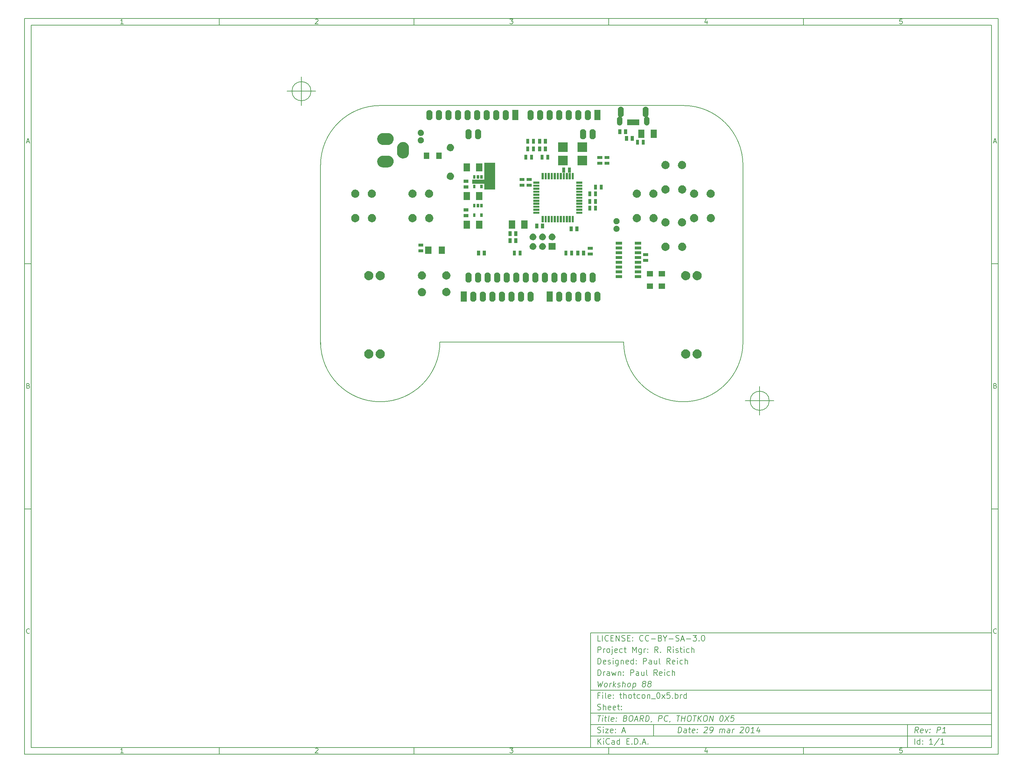
<source format=gts>
G04 (created by PCBNEW (2013-dec-23)-stable) date Sat 29 Mar 2014 16:15:49 CDT*
%MOIN*%
G04 Gerber Fmt 3.4, Leading zero omitted, Abs format*
%FSLAX34Y34*%
G01*
G70*
G90*
G04 APERTURE LIST*
%ADD10C,0.00590551*%
%ADD11C,0.006*%
G04 APERTURE END LIST*
G54D10*
X-36650Y31000D02*
X65350Y31000D01*
X65350Y-46000D01*
X-36650Y-46000D01*
X-36650Y31000D01*
X-35950Y30300D02*
X64650Y30300D01*
X64650Y-45300D01*
X-35950Y-45300D01*
X-35950Y30300D01*
X-16250Y31000D02*
X-16250Y30300D01*
X-26307Y30447D02*
X-26592Y30447D01*
X-26450Y30447D02*
X-26450Y30947D01*
X-26497Y30876D01*
X-26545Y30828D01*
X-26592Y30804D01*
X-16250Y-46000D02*
X-16250Y-45300D01*
X-26307Y-45852D02*
X-26592Y-45852D01*
X-26450Y-45852D02*
X-26450Y-45352D01*
X-26497Y-45423D01*
X-26545Y-45471D01*
X-26592Y-45495D01*
X4150Y31000D02*
X4150Y30300D01*
X-6192Y30900D02*
X-6169Y30923D01*
X-6121Y30947D01*
X-6002Y30947D01*
X-5954Y30923D01*
X-5930Y30900D01*
X-5907Y30852D01*
X-5907Y30804D01*
X-5930Y30733D01*
X-6216Y30447D01*
X-5907Y30447D01*
X4150Y-46000D02*
X4150Y-45300D01*
X-6192Y-45400D02*
X-6169Y-45376D01*
X-6121Y-45352D01*
X-6002Y-45352D01*
X-5954Y-45376D01*
X-5930Y-45400D01*
X-5907Y-45447D01*
X-5907Y-45495D01*
X-5930Y-45566D01*
X-6216Y-45852D01*
X-5907Y-45852D01*
X24550Y31000D02*
X24550Y30300D01*
X14183Y30947D02*
X14492Y30947D01*
X14326Y30757D01*
X14397Y30757D01*
X14445Y30733D01*
X14469Y30709D01*
X14492Y30661D01*
X14492Y30542D01*
X14469Y30495D01*
X14445Y30471D01*
X14397Y30447D01*
X14254Y30447D01*
X14207Y30471D01*
X14183Y30495D01*
X24550Y-46000D02*
X24550Y-45300D01*
X14183Y-45352D02*
X14492Y-45352D01*
X14326Y-45542D01*
X14397Y-45542D01*
X14445Y-45566D01*
X14469Y-45590D01*
X14492Y-45638D01*
X14492Y-45757D01*
X14469Y-45804D01*
X14445Y-45828D01*
X14397Y-45852D01*
X14254Y-45852D01*
X14207Y-45828D01*
X14183Y-45804D01*
X44950Y31000D02*
X44950Y30300D01*
X34845Y30780D02*
X34845Y30447D01*
X34726Y30971D02*
X34607Y30614D01*
X34916Y30614D01*
X44950Y-46000D02*
X44950Y-45300D01*
X34845Y-45519D02*
X34845Y-45852D01*
X34726Y-45328D02*
X34607Y-45685D01*
X34916Y-45685D01*
X55269Y30947D02*
X55030Y30947D01*
X55007Y30709D01*
X55030Y30733D01*
X55078Y30757D01*
X55197Y30757D01*
X55245Y30733D01*
X55269Y30709D01*
X55292Y30661D01*
X55292Y30542D01*
X55269Y30495D01*
X55245Y30471D01*
X55197Y30447D01*
X55078Y30447D01*
X55030Y30471D01*
X55007Y30495D01*
X55269Y-45352D02*
X55030Y-45352D01*
X55007Y-45590D01*
X55030Y-45566D01*
X55078Y-45542D01*
X55197Y-45542D01*
X55245Y-45566D01*
X55269Y-45590D01*
X55292Y-45638D01*
X55292Y-45757D01*
X55269Y-45804D01*
X55245Y-45828D01*
X55197Y-45852D01*
X55078Y-45852D01*
X55030Y-45828D01*
X55007Y-45804D01*
X-36650Y5340D02*
X-35950Y5340D01*
X-36419Y18110D02*
X-36180Y18110D01*
X-36466Y17967D02*
X-36299Y18467D01*
X-36133Y17967D01*
X65350Y5340D02*
X64650Y5340D01*
X64880Y18110D02*
X65119Y18110D01*
X64833Y17967D02*
X65000Y18467D01*
X65166Y17967D01*
X-36650Y-20320D02*
X-35950Y-20320D01*
X-36264Y-7430D02*
X-36192Y-7454D01*
X-36169Y-7478D01*
X-36145Y-7525D01*
X-36145Y-7597D01*
X-36169Y-7644D01*
X-36192Y-7668D01*
X-36240Y-7692D01*
X-36430Y-7692D01*
X-36430Y-7192D01*
X-36264Y-7192D01*
X-36216Y-7216D01*
X-36192Y-7240D01*
X-36169Y-7287D01*
X-36169Y-7335D01*
X-36192Y-7382D01*
X-36216Y-7406D01*
X-36264Y-7430D01*
X-36430Y-7430D01*
X65350Y-20320D02*
X64650Y-20320D01*
X65035Y-7430D02*
X65107Y-7454D01*
X65130Y-7478D01*
X65154Y-7525D01*
X65154Y-7597D01*
X65130Y-7644D01*
X65107Y-7668D01*
X65059Y-7692D01*
X64869Y-7692D01*
X64869Y-7192D01*
X65035Y-7192D01*
X65083Y-7216D01*
X65107Y-7240D01*
X65130Y-7287D01*
X65130Y-7335D01*
X65107Y-7382D01*
X65083Y-7406D01*
X65035Y-7430D01*
X64869Y-7430D01*
X-36145Y-33304D02*
X-36169Y-33328D01*
X-36240Y-33352D01*
X-36288Y-33352D01*
X-36359Y-33328D01*
X-36407Y-33280D01*
X-36430Y-33233D01*
X-36454Y-33138D01*
X-36454Y-33066D01*
X-36430Y-32971D01*
X-36407Y-32923D01*
X-36359Y-32876D01*
X-36288Y-32852D01*
X-36240Y-32852D01*
X-36169Y-32876D01*
X-36145Y-32900D01*
X65154Y-33304D02*
X65130Y-33328D01*
X65059Y-33352D01*
X65011Y-33352D01*
X64940Y-33328D01*
X64892Y-33280D01*
X64869Y-33233D01*
X64845Y-33138D01*
X64845Y-33066D01*
X64869Y-32971D01*
X64892Y-32923D01*
X64940Y-32876D01*
X65011Y-32852D01*
X65059Y-32852D01*
X65130Y-32876D01*
X65154Y-32900D01*
X31800Y-43742D02*
X31875Y-43142D01*
X32017Y-43142D01*
X32100Y-43171D01*
X32150Y-43228D01*
X32171Y-43285D01*
X32185Y-43400D01*
X32175Y-43485D01*
X32132Y-43600D01*
X32096Y-43657D01*
X32032Y-43714D01*
X31942Y-43742D01*
X31800Y-43742D01*
X32657Y-43742D02*
X32696Y-43428D01*
X32675Y-43371D01*
X32621Y-43342D01*
X32507Y-43342D01*
X32446Y-43371D01*
X32660Y-43714D02*
X32600Y-43742D01*
X32457Y-43742D01*
X32403Y-43714D01*
X32382Y-43657D01*
X32389Y-43600D01*
X32425Y-43542D01*
X32485Y-43514D01*
X32628Y-43514D01*
X32689Y-43485D01*
X32907Y-43342D02*
X33135Y-43342D01*
X33017Y-43142D02*
X32953Y-43657D01*
X32975Y-43714D01*
X33028Y-43742D01*
X33085Y-43742D01*
X33517Y-43714D02*
X33457Y-43742D01*
X33342Y-43742D01*
X33289Y-43714D01*
X33267Y-43657D01*
X33296Y-43428D01*
X33332Y-43371D01*
X33392Y-43342D01*
X33507Y-43342D01*
X33560Y-43371D01*
X33582Y-43428D01*
X33575Y-43485D01*
X33282Y-43542D01*
X33807Y-43685D02*
X33832Y-43714D01*
X33800Y-43742D01*
X33775Y-43714D01*
X33807Y-43685D01*
X33800Y-43742D01*
X33846Y-43371D02*
X33871Y-43400D01*
X33839Y-43428D01*
X33814Y-43400D01*
X33846Y-43371D01*
X33839Y-43428D01*
X34582Y-43200D02*
X34614Y-43171D01*
X34675Y-43142D01*
X34817Y-43142D01*
X34871Y-43171D01*
X34896Y-43200D01*
X34917Y-43257D01*
X34910Y-43314D01*
X34871Y-43400D01*
X34485Y-43742D01*
X34857Y-43742D01*
X35142Y-43742D02*
X35257Y-43742D01*
X35317Y-43714D01*
X35350Y-43685D01*
X35417Y-43600D01*
X35460Y-43485D01*
X35489Y-43257D01*
X35467Y-43200D01*
X35442Y-43171D01*
X35389Y-43142D01*
X35275Y-43142D01*
X35214Y-43171D01*
X35182Y-43200D01*
X35146Y-43257D01*
X35128Y-43400D01*
X35150Y-43457D01*
X35175Y-43485D01*
X35228Y-43514D01*
X35342Y-43514D01*
X35403Y-43485D01*
X35435Y-43457D01*
X35471Y-43400D01*
X36142Y-43742D02*
X36192Y-43342D01*
X36185Y-43400D02*
X36217Y-43371D01*
X36278Y-43342D01*
X36364Y-43342D01*
X36417Y-43371D01*
X36439Y-43428D01*
X36400Y-43742D01*
X36439Y-43428D02*
X36475Y-43371D01*
X36535Y-43342D01*
X36621Y-43342D01*
X36675Y-43371D01*
X36696Y-43428D01*
X36657Y-43742D01*
X37200Y-43742D02*
X37239Y-43428D01*
X37217Y-43371D01*
X37164Y-43342D01*
X37050Y-43342D01*
X36989Y-43371D01*
X37203Y-43714D02*
X37142Y-43742D01*
X37000Y-43742D01*
X36946Y-43714D01*
X36925Y-43657D01*
X36932Y-43600D01*
X36967Y-43542D01*
X37028Y-43514D01*
X37171Y-43514D01*
X37232Y-43485D01*
X37485Y-43742D02*
X37535Y-43342D01*
X37521Y-43457D02*
X37557Y-43400D01*
X37589Y-43371D01*
X37650Y-43342D01*
X37707Y-43342D01*
X38353Y-43200D02*
X38385Y-43171D01*
X38446Y-43142D01*
X38589Y-43142D01*
X38642Y-43171D01*
X38667Y-43200D01*
X38689Y-43257D01*
X38682Y-43314D01*
X38642Y-43400D01*
X38257Y-43742D01*
X38628Y-43742D01*
X39075Y-43142D02*
X39132Y-43142D01*
X39185Y-43171D01*
X39210Y-43200D01*
X39232Y-43257D01*
X39246Y-43371D01*
X39228Y-43514D01*
X39185Y-43628D01*
X39150Y-43685D01*
X39117Y-43714D01*
X39057Y-43742D01*
X39000Y-43742D01*
X38946Y-43714D01*
X38921Y-43685D01*
X38900Y-43628D01*
X38885Y-43514D01*
X38903Y-43371D01*
X38946Y-43257D01*
X38982Y-43200D01*
X39014Y-43171D01*
X39075Y-43142D01*
X39771Y-43742D02*
X39428Y-43742D01*
X39600Y-43742D02*
X39675Y-43142D01*
X39607Y-43228D01*
X39542Y-43285D01*
X39482Y-43314D01*
X40335Y-43342D02*
X40285Y-43742D01*
X40221Y-43114D02*
X40025Y-43542D01*
X40396Y-43542D01*
X23392Y-44942D02*
X23392Y-44342D01*
X23735Y-44942D02*
X23478Y-44600D01*
X23735Y-44342D02*
X23392Y-44685D01*
X23992Y-44942D02*
X23992Y-44542D01*
X23992Y-44342D02*
X23964Y-44371D01*
X23992Y-44400D01*
X24021Y-44371D01*
X23992Y-44342D01*
X23992Y-44400D01*
X24621Y-44885D02*
X24592Y-44914D01*
X24507Y-44942D01*
X24450Y-44942D01*
X24364Y-44914D01*
X24307Y-44857D01*
X24278Y-44800D01*
X24250Y-44685D01*
X24250Y-44600D01*
X24278Y-44485D01*
X24307Y-44428D01*
X24364Y-44371D01*
X24450Y-44342D01*
X24507Y-44342D01*
X24592Y-44371D01*
X24621Y-44400D01*
X25135Y-44942D02*
X25135Y-44628D01*
X25107Y-44571D01*
X25050Y-44542D01*
X24935Y-44542D01*
X24878Y-44571D01*
X25135Y-44914D02*
X25078Y-44942D01*
X24935Y-44942D01*
X24878Y-44914D01*
X24850Y-44857D01*
X24850Y-44800D01*
X24878Y-44742D01*
X24935Y-44714D01*
X25078Y-44714D01*
X25135Y-44685D01*
X25678Y-44942D02*
X25678Y-44342D01*
X25678Y-44914D02*
X25621Y-44942D01*
X25507Y-44942D01*
X25450Y-44914D01*
X25421Y-44885D01*
X25392Y-44828D01*
X25392Y-44657D01*
X25421Y-44600D01*
X25450Y-44571D01*
X25507Y-44542D01*
X25621Y-44542D01*
X25678Y-44571D01*
X26421Y-44628D02*
X26621Y-44628D01*
X26707Y-44942D02*
X26421Y-44942D01*
X26421Y-44342D01*
X26707Y-44342D01*
X26964Y-44885D02*
X26992Y-44914D01*
X26964Y-44942D01*
X26935Y-44914D01*
X26964Y-44885D01*
X26964Y-44942D01*
X27249Y-44942D02*
X27249Y-44342D01*
X27392Y-44342D01*
X27478Y-44371D01*
X27535Y-44428D01*
X27564Y-44485D01*
X27592Y-44600D01*
X27592Y-44685D01*
X27564Y-44800D01*
X27535Y-44857D01*
X27478Y-44914D01*
X27392Y-44942D01*
X27249Y-44942D01*
X27849Y-44885D02*
X27878Y-44914D01*
X27849Y-44942D01*
X27821Y-44914D01*
X27849Y-44885D01*
X27849Y-44942D01*
X28107Y-44771D02*
X28392Y-44771D01*
X28049Y-44942D02*
X28249Y-44342D01*
X28449Y-44942D01*
X28649Y-44885D02*
X28678Y-44914D01*
X28649Y-44942D01*
X28621Y-44914D01*
X28649Y-44885D01*
X28649Y-44942D01*
X56942Y-43742D02*
X56778Y-43457D01*
X56600Y-43742D02*
X56675Y-43142D01*
X56903Y-43142D01*
X56957Y-43171D01*
X56982Y-43200D01*
X57003Y-43257D01*
X56992Y-43342D01*
X56957Y-43400D01*
X56925Y-43428D01*
X56864Y-43457D01*
X56635Y-43457D01*
X57432Y-43714D02*
X57371Y-43742D01*
X57257Y-43742D01*
X57203Y-43714D01*
X57182Y-43657D01*
X57210Y-43428D01*
X57246Y-43371D01*
X57307Y-43342D01*
X57421Y-43342D01*
X57475Y-43371D01*
X57496Y-43428D01*
X57489Y-43485D01*
X57196Y-43542D01*
X57707Y-43342D02*
X57800Y-43742D01*
X57992Y-43342D01*
X58178Y-43685D02*
X58203Y-43714D01*
X58171Y-43742D01*
X58146Y-43714D01*
X58178Y-43685D01*
X58171Y-43742D01*
X58217Y-43371D02*
X58242Y-43400D01*
X58210Y-43428D01*
X58185Y-43400D01*
X58217Y-43371D01*
X58210Y-43428D01*
X58914Y-43742D02*
X58989Y-43142D01*
X59217Y-43142D01*
X59271Y-43171D01*
X59296Y-43200D01*
X59317Y-43257D01*
X59307Y-43342D01*
X59271Y-43400D01*
X59239Y-43428D01*
X59178Y-43457D01*
X58950Y-43457D01*
X59828Y-43742D02*
X59485Y-43742D01*
X59657Y-43742D02*
X59732Y-43142D01*
X59664Y-43228D01*
X59600Y-43285D01*
X59539Y-43314D01*
X23364Y-43714D02*
X23450Y-43742D01*
X23592Y-43742D01*
X23650Y-43714D01*
X23678Y-43685D01*
X23707Y-43628D01*
X23707Y-43571D01*
X23678Y-43514D01*
X23650Y-43485D01*
X23592Y-43457D01*
X23478Y-43428D01*
X23421Y-43400D01*
X23392Y-43371D01*
X23364Y-43314D01*
X23364Y-43257D01*
X23392Y-43200D01*
X23421Y-43171D01*
X23478Y-43142D01*
X23621Y-43142D01*
X23707Y-43171D01*
X23964Y-43742D02*
X23964Y-43342D01*
X23964Y-43142D02*
X23935Y-43171D01*
X23964Y-43200D01*
X23992Y-43171D01*
X23964Y-43142D01*
X23964Y-43200D01*
X24192Y-43342D02*
X24507Y-43342D01*
X24192Y-43742D01*
X24507Y-43742D01*
X24964Y-43714D02*
X24907Y-43742D01*
X24792Y-43742D01*
X24735Y-43714D01*
X24707Y-43657D01*
X24707Y-43428D01*
X24735Y-43371D01*
X24792Y-43342D01*
X24907Y-43342D01*
X24964Y-43371D01*
X24992Y-43428D01*
X24992Y-43485D01*
X24707Y-43542D01*
X25250Y-43685D02*
X25278Y-43714D01*
X25250Y-43742D01*
X25221Y-43714D01*
X25250Y-43685D01*
X25250Y-43742D01*
X25250Y-43371D02*
X25278Y-43400D01*
X25250Y-43428D01*
X25221Y-43400D01*
X25250Y-43371D01*
X25250Y-43428D01*
X25964Y-43571D02*
X26250Y-43571D01*
X25907Y-43742D02*
X26107Y-43142D01*
X26307Y-43742D01*
X56592Y-44942D02*
X56592Y-44342D01*
X57135Y-44942D02*
X57135Y-44342D01*
X57135Y-44914D02*
X57078Y-44942D01*
X56964Y-44942D01*
X56907Y-44914D01*
X56878Y-44885D01*
X56850Y-44828D01*
X56850Y-44657D01*
X56878Y-44600D01*
X56907Y-44571D01*
X56964Y-44542D01*
X57078Y-44542D01*
X57135Y-44571D01*
X57421Y-44885D02*
X57450Y-44914D01*
X57421Y-44942D01*
X57392Y-44914D01*
X57421Y-44885D01*
X57421Y-44942D01*
X57421Y-44571D02*
X57450Y-44600D01*
X57421Y-44628D01*
X57392Y-44600D01*
X57421Y-44571D01*
X57421Y-44628D01*
X58478Y-44942D02*
X58135Y-44942D01*
X58307Y-44942D02*
X58307Y-44342D01*
X58249Y-44428D01*
X58192Y-44485D01*
X58135Y-44514D01*
X59164Y-44314D02*
X58650Y-45085D01*
X59678Y-44942D02*
X59335Y-44942D01*
X59507Y-44942D02*
X59507Y-44342D01*
X59449Y-44428D01*
X59392Y-44485D01*
X59335Y-44514D01*
X23389Y-41942D02*
X23732Y-41942D01*
X23485Y-42542D02*
X23560Y-41942D01*
X23857Y-42542D02*
X23907Y-42142D01*
X23932Y-41942D02*
X23900Y-41971D01*
X23925Y-42000D01*
X23957Y-41971D01*
X23932Y-41942D01*
X23925Y-42000D01*
X24107Y-42142D02*
X24335Y-42142D01*
X24217Y-41942D02*
X24153Y-42457D01*
X24175Y-42514D01*
X24228Y-42542D01*
X24285Y-42542D01*
X24571Y-42542D02*
X24517Y-42514D01*
X24496Y-42457D01*
X24560Y-41942D01*
X25032Y-42514D02*
X24971Y-42542D01*
X24857Y-42542D01*
X24803Y-42514D01*
X24782Y-42457D01*
X24810Y-42228D01*
X24846Y-42171D01*
X24907Y-42142D01*
X25021Y-42142D01*
X25075Y-42171D01*
X25096Y-42228D01*
X25089Y-42285D01*
X24796Y-42342D01*
X25321Y-42485D02*
X25346Y-42514D01*
X25314Y-42542D01*
X25289Y-42514D01*
X25321Y-42485D01*
X25314Y-42542D01*
X25360Y-42171D02*
X25385Y-42200D01*
X25353Y-42228D01*
X25328Y-42200D01*
X25360Y-42171D01*
X25353Y-42228D01*
X26296Y-42228D02*
X26378Y-42257D01*
X26403Y-42285D01*
X26425Y-42342D01*
X26414Y-42428D01*
X26378Y-42485D01*
X26346Y-42514D01*
X26285Y-42542D01*
X26057Y-42542D01*
X26132Y-41942D01*
X26332Y-41942D01*
X26385Y-41971D01*
X26410Y-42000D01*
X26432Y-42057D01*
X26425Y-42114D01*
X26389Y-42171D01*
X26357Y-42200D01*
X26296Y-42228D01*
X26096Y-42228D01*
X26846Y-41942D02*
X26960Y-41942D01*
X27014Y-41971D01*
X27064Y-42028D01*
X27078Y-42142D01*
X27053Y-42342D01*
X27010Y-42457D01*
X26946Y-42514D01*
X26885Y-42542D01*
X26771Y-42542D01*
X26717Y-42514D01*
X26667Y-42457D01*
X26653Y-42342D01*
X26678Y-42142D01*
X26721Y-42028D01*
X26785Y-41971D01*
X26846Y-41942D01*
X27278Y-42371D02*
X27564Y-42371D01*
X27200Y-42542D02*
X27475Y-41942D01*
X27600Y-42542D01*
X28142Y-42542D02*
X27978Y-42257D01*
X27800Y-42542D02*
X27875Y-41942D01*
X28103Y-41942D01*
X28157Y-41971D01*
X28182Y-42000D01*
X28203Y-42057D01*
X28192Y-42142D01*
X28157Y-42200D01*
X28125Y-42228D01*
X28064Y-42257D01*
X27835Y-42257D01*
X28400Y-42542D02*
X28475Y-41942D01*
X28617Y-41942D01*
X28700Y-41971D01*
X28750Y-42028D01*
X28771Y-42085D01*
X28785Y-42200D01*
X28775Y-42285D01*
X28732Y-42400D01*
X28696Y-42457D01*
X28632Y-42514D01*
X28542Y-42542D01*
X28400Y-42542D01*
X29032Y-42514D02*
X29028Y-42542D01*
X28992Y-42600D01*
X28960Y-42628D01*
X29742Y-42542D02*
X29817Y-41942D01*
X30046Y-41942D01*
X30099Y-41971D01*
X30125Y-42000D01*
X30146Y-42057D01*
X30135Y-42142D01*
X30100Y-42200D01*
X30067Y-42228D01*
X30007Y-42257D01*
X29778Y-42257D01*
X30692Y-42485D02*
X30660Y-42514D01*
X30571Y-42542D01*
X30514Y-42542D01*
X30432Y-42514D01*
X30382Y-42457D01*
X30360Y-42400D01*
X30346Y-42285D01*
X30357Y-42200D01*
X30400Y-42085D01*
X30435Y-42028D01*
X30499Y-41971D01*
X30589Y-41942D01*
X30646Y-41942D01*
X30728Y-41971D01*
X30753Y-42000D01*
X30975Y-42514D02*
X30971Y-42542D01*
X30935Y-42600D01*
X30903Y-42628D01*
X31675Y-41942D02*
X32017Y-41942D01*
X31771Y-42542D02*
X31846Y-41942D01*
X32142Y-42542D02*
X32217Y-41942D01*
X32182Y-42228D02*
X32525Y-42228D01*
X32485Y-42542D02*
X32560Y-41942D01*
X32960Y-41942D02*
X33075Y-41942D01*
X33128Y-41971D01*
X33178Y-42028D01*
X33192Y-42142D01*
X33167Y-42342D01*
X33124Y-42457D01*
X33060Y-42514D01*
X33000Y-42542D01*
X32885Y-42542D01*
X32832Y-42514D01*
X32782Y-42457D01*
X32767Y-42342D01*
X32792Y-42142D01*
X32835Y-42028D01*
X32899Y-41971D01*
X32960Y-41942D01*
X33389Y-41942D02*
X33732Y-41942D01*
X33485Y-42542D02*
X33560Y-41942D01*
X33857Y-42542D02*
X33932Y-41942D01*
X34199Y-42542D02*
X33985Y-42200D01*
X34274Y-41942D02*
X33889Y-42285D01*
X34646Y-41942D02*
X34760Y-41942D01*
X34814Y-41971D01*
X34864Y-42028D01*
X34878Y-42142D01*
X34853Y-42342D01*
X34810Y-42457D01*
X34746Y-42514D01*
X34685Y-42542D01*
X34571Y-42542D01*
X34517Y-42514D01*
X34467Y-42457D01*
X34453Y-42342D01*
X34478Y-42142D01*
X34521Y-42028D01*
X34585Y-41971D01*
X34646Y-41942D01*
X35085Y-42542D02*
X35160Y-41942D01*
X35428Y-42542D01*
X35503Y-41942D01*
X36360Y-41942D02*
X36417Y-41942D01*
X36471Y-41971D01*
X36496Y-42000D01*
X36517Y-42057D01*
X36532Y-42171D01*
X36514Y-42314D01*
X36471Y-42428D01*
X36435Y-42485D01*
X36403Y-42514D01*
X36342Y-42542D01*
X36285Y-42542D01*
X36232Y-42514D01*
X36207Y-42485D01*
X36185Y-42428D01*
X36171Y-42314D01*
X36189Y-42171D01*
X36232Y-42057D01*
X36267Y-42000D01*
X36299Y-41971D01*
X36360Y-41942D01*
X36760Y-41942D02*
X37085Y-42542D01*
X37160Y-41942D02*
X36685Y-42542D01*
X37674Y-41942D02*
X37389Y-41942D01*
X37325Y-42228D01*
X37357Y-42200D01*
X37417Y-42171D01*
X37560Y-42171D01*
X37614Y-42200D01*
X37639Y-42228D01*
X37660Y-42285D01*
X37642Y-42428D01*
X37607Y-42485D01*
X37574Y-42514D01*
X37514Y-42542D01*
X37371Y-42542D01*
X37317Y-42514D01*
X37292Y-42485D01*
X23592Y-39828D02*
X23392Y-39828D01*
X23392Y-40142D02*
X23392Y-39542D01*
X23678Y-39542D01*
X23907Y-40142D02*
X23907Y-39742D01*
X23907Y-39542D02*
X23878Y-39571D01*
X23907Y-39600D01*
X23935Y-39571D01*
X23907Y-39542D01*
X23907Y-39600D01*
X24278Y-40142D02*
X24221Y-40114D01*
X24192Y-40057D01*
X24192Y-39542D01*
X24735Y-40114D02*
X24678Y-40142D01*
X24564Y-40142D01*
X24507Y-40114D01*
X24478Y-40057D01*
X24478Y-39828D01*
X24507Y-39771D01*
X24564Y-39742D01*
X24678Y-39742D01*
X24735Y-39771D01*
X24764Y-39828D01*
X24764Y-39885D01*
X24478Y-39942D01*
X25021Y-40085D02*
X25050Y-40114D01*
X25021Y-40142D01*
X24992Y-40114D01*
X25021Y-40085D01*
X25021Y-40142D01*
X25021Y-39771D02*
X25050Y-39800D01*
X25021Y-39828D01*
X24992Y-39800D01*
X25021Y-39771D01*
X25021Y-39828D01*
X25678Y-39742D02*
X25907Y-39742D01*
X25764Y-39542D02*
X25764Y-40057D01*
X25792Y-40114D01*
X25850Y-40142D01*
X25907Y-40142D01*
X26107Y-40142D02*
X26107Y-39542D01*
X26364Y-40142D02*
X26364Y-39828D01*
X26335Y-39771D01*
X26278Y-39742D01*
X26192Y-39742D01*
X26135Y-39771D01*
X26107Y-39800D01*
X26735Y-40142D02*
X26678Y-40114D01*
X26650Y-40085D01*
X26621Y-40028D01*
X26621Y-39857D01*
X26650Y-39800D01*
X26678Y-39771D01*
X26735Y-39742D01*
X26821Y-39742D01*
X26878Y-39771D01*
X26907Y-39800D01*
X26935Y-39857D01*
X26935Y-40028D01*
X26907Y-40085D01*
X26878Y-40114D01*
X26821Y-40142D01*
X26735Y-40142D01*
X27107Y-39742D02*
X27335Y-39742D01*
X27192Y-39542D02*
X27192Y-40057D01*
X27221Y-40114D01*
X27278Y-40142D01*
X27335Y-40142D01*
X27792Y-40114D02*
X27735Y-40142D01*
X27621Y-40142D01*
X27564Y-40114D01*
X27535Y-40085D01*
X27507Y-40028D01*
X27507Y-39857D01*
X27535Y-39800D01*
X27564Y-39771D01*
X27621Y-39742D01*
X27735Y-39742D01*
X27792Y-39771D01*
X28135Y-40142D02*
X28078Y-40114D01*
X28050Y-40085D01*
X28021Y-40028D01*
X28021Y-39857D01*
X28050Y-39800D01*
X28078Y-39771D01*
X28135Y-39742D01*
X28221Y-39742D01*
X28278Y-39771D01*
X28307Y-39800D01*
X28335Y-39857D01*
X28335Y-40028D01*
X28307Y-40085D01*
X28278Y-40114D01*
X28221Y-40142D01*
X28135Y-40142D01*
X28592Y-39742D02*
X28592Y-40142D01*
X28592Y-39800D02*
X28621Y-39771D01*
X28678Y-39742D01*
X28764Y-39742D01*
X28821Y-39771D01*
X28850Y-39828D01*
X28850Y-40142D01*
X28992Y-40200D02*
X29450Y-40200D01*
X29707Y-39542D02*
X29764Y-39542D01*
X29821Y-39571D01*
X29850Y-39600D01*
X29878Y-39657D01*
X29907Y-39771D01*
X29907Y-39914D01*
X29878Y-40028D01*
X29850Y-40085D01*
X29821Y-40114D01*
X29764Y-40142D01*
X29707Y-40142D01*
X29650Y-40114D01*
X29621Y-40085D01*
X29592Y-40028D01*
X29564Y-39914D01*
X29564Y-39771D01*
X29592Y-39657D01*
X29621Y-39600D01*
X29650Y-39571D01*
X29707Y-39542D01*
X30107Y-40142D02*
X30421Y-39742D01*
X30107Y-39742D02*
X30421Y-40142D01*
X30935Y-39542D02*
X30650Y-39542D01*
X30621Y-39828D01*
X30650Y-39800D01*
X30707Y-39771D01*
X30850Y-39771D01*
X30907Y-39800D01*
X30935Y-39828D01*
X30964Y-39885D01*
X30964Y-40028D01*
X30935Y-40085D01*
X30907Y-40114D01*
X30850Y-40142D01*
X30707Y-40142D01*
X30650Y-40114D01*
X30621Y-40085D01*
X31221Y-40085D02*
X31250Y-40114D01*
X31221Y-40142D01*
X31192Y-40114D01*
X31221Y-40085D01*
X31221Y-40142D01*
X31507Y-40142D02*
X31507Y-39542D01*
X31507Y-39771D02*
X31564Y-39742D01*
X31678Y-39742D01*
X31735Y-39771D01*
X31764Y-39800D01*
X31792Y-39857D01*
X31792Y-40028D01*
X31764Y-40085D01*
X31735Y-40114D01*
X31678Y-40142D01*
X31564Y-40142D01*
X31507Y-40114D01*
X32050Y-40142D02*
X32050Y-39742D01*
X32050Y-39857D02*
X32078Y-39800D01*
X32107Y-39771D01*
X32164Y-39742D01*
X32221Y-39742D01*
X32678Y-40142D02*
X32678Y-39542D01*
X32678Y-40114D02*
X32621Y-40142D01*
X32507Y-40142D01*
X32450Y-40114D01*
X32421Y-40085D01*
X32392Y-40028D01*
X32392Y-39857D01*
X32421Y-39800D01*
X32450Y-39771D01*
X32507Y-39742D01*
X32621Y-39742D01*
X32678Y-39771D01*
X23364Y-41314D02*
X23450Y-41342D01*
X23592Y-41342D01*
X23650Y-41314D01*
X23678Y-41285D01*
X23707Y-41228D01*
X23707Y-41171D01*
X23678Y-41114D01*
X23650Y-41085D01*
X23592Y-41057D01*
X23478Y-41028D01*
X23421Y-41000D01*
X23392Y-40971D01*
X23364Y-40914D01*
X23364Y-40857D01*
X23392Y-40800D01*
X23421Y-40771D01*
X23478Y-40742D01*
X23621Y-40742D01*
X23707Y-40771D01*
X23964Y-41342D02*
X23964Y-40742D01*
X24221Y-41342D02*
X24221Y-41028D01*
X24192Y-40971D01*
X24135Y-40942D01*
X24050Y-40942D01*
X23992Y-40971D01*
X23964Y-41000D01*
X24735Y-41314D02*
X24678Y-41342D01*
X24564Y-41342D01*
X24507Y-41314D01*
X24478Y-41257D01*
X24478Y-41028D01*
X24507Y-40971D01*
X24564Y-40942D01*
X24678Y-40942D01*
X24735Y-40971D01*
X24764Y-41028D01*
X24764Y-41085D01*
X24478Y-41142D01*
X25250Y-41314D02*
X25192Y-41342D01*
X25078Y-41342D01*
X25021Y-41314D01*
X24992Y-41257D01*
X24992Y-41028D01*
X25021Y-40971D01*
X25078Y-40942D01*
X25192Y-40942D01*
X25250Y-40971D01*
X25278Y-41028D01*
X25278Y-41085D01*
X24992Y-41142D01*
X25450Y-40942D02*
X25678Y-40942D01*
X25535Y-40742D02*
X25535Y-41257D01*
X25564Y-41314D01*
X25621Y-41342D01*
X25678Y-41342D01*
X25878Y-41285D02*
X25907Y-41314D01*
X25878Y-41342D01*
X25850Y-41314D01*
X25878Y-41285D01*
X25878Y-41342D01*
X25878Y-40971D02*
X25907Y-41000D01*
X25878Y-41028D01*
X25850Y-41000D01*
X25878Y-40971D01*
X25878Y-41028D01*
X23417Y-38342D02*
X23485Y-38942D01*
X23653Y-38514D01*
X23714Y-38942D01*
X23932Y-38342D01*
X24171Y-38942D02*
X24117Y-38914D01*
X24092Y-38885D01*
X24071Y-38828D01*
X24092Y-38657D01*
X24128Y-38600D01*
X24160Y-38571D01*
X24221Y-38542D01*
X24307Y-38542D01*
X24360Y-38571D01*
X24385Y-38600D01*
X24407Y-38657D01*
X24385Y-38828D01*
X24350Y-38885D01*
X24317Y-38914D01*
X24257Y-38942D01*
X24171Y-38942D01*
X24628Y-38942D02*
X24678Y-38542D01*
X24664Y-38657D02*
X24700Y-38600D01*
X24732Y-38571D01*
X24792Y-38542D01*
X24850Y-38542D01*
X25000Y-38942D02*
X25075Y-38342D01*
X25085Y-38714D02*
X25228Y-38942D01*
X25278Y-38542D02*
X25021Y-38771D01*
X25460Y-38914D02*
X25514Y-38942D01*
X25628Y-38942D01*
X25689Y-38914D01*
X25725Y-38857D01*
X25728Y-38828D01*
X25707Y-38771D01*
X25653Y-38742D01*
X25567Y-38742D01*
X25514Y-38714D01*
X25492Y-38657D01*
X25496Y-38628D01*
X25532Y-38571D01*
X25592Y-38542D01*
X25678Y-38542D01*
X25732Y-38571D01*
X25971Y-38942D02*
X26046Y-38342D01*
X26228Y-38942D02*
X26267Y-38628D01*
X26246Y-38571D01*
X26192Y-38542D01*
X26107Y-38542D01*
X26046Y-38571D01*
X26014Y-38600D01*
X26599Y-38942D02*
X26546Y-38914D01*
X26521Y-38885D01*
X26500Y-38828D01*
X26521Y-38657D01*
X26557Y-38600D01*
X26589Y-38571D01*
X26649Y-38542D01*
X26735Y-38542D01*
X26789Y-38571D01*
X26814Y-38600D01*
X26835Y-38657D01*
X26814Y-38828D01*
X26778Y-38885D01*
X26746Y-38914D01*
X26685Y-38942D01*
X26599Y-38942D01*
X27107Y-38542D02*
X27032Y-39142D01*
X27103Y-38571D02*
X27164Y-38542D01*
X27278Y-38542D01*
X27332Y-38571D01*
X27357Y-38600D01*
X27378Y-38657D01*
X27357Y-38828D01*
X27321Y-38885D01*
X27289Y-38914D01*
X27228Y-38942D01*
X27114Y-38942D01*
X27060Y-38914D01*
X28185Y-38600D02*
X28132Y-38571D01*
X28107Y-38542D01*
X28085Y-38485D01*
X28089Y-38457D01*
X28124Y-38400D01*
X28157Y-38371D01*
X28217Y-38342D01*
X28332Y-38342D01*
X28385Y-38371D01*
X28410Y-38400D01*
X28432Y-38457D01*
X28428Y-38485D01*
X28392Y-38542D01*
X28360Y-38571D01*
X28299Y-38600D01*
X28185Y-38600D01*
X28125Y-38628D01*
X28092Y-38657D01*
X28057Y-38714D01*
X28042Y-38828D01*
X28064Y-38885D01*
X28089Y-38914D01*
X28142Y-38942D01*
X28257Y-38942D01*
X28317Y-38914D01*
X28349Y-38885D01*
X28385Y-38828D01*
X28399Y-38714D01*
X28378Y-38657D01*
X28353Y-38628D01*
X28299Y-38600D01*
X28757Y-38600D02*
X28703Y-38571D01*
X28678Y-38542D01*
X28657Y-38485D01*
X28660Y-38457D01*
X28696Y-38400D01*
X28728Y-38371D01*
X28789Y-38342D01*
X28903Y-38342D01*
X28957Y-38371D01*
X28982Y-38400D01*
X29003Y-38457D01*
X29000Y-38485D01*
X28964Y-38542D01*
X28932Y-38571D01*
X28871Y-38600D01*
X28757Y-38600D01*
X28696Y-38628D01*
X28664Y-38657D01*
X28628Y-38714D01*
X28614Y-38828D01*
X28635Y-38885D01*
X28660Y-38914D01*
X28714Y-38942D01*
X28828Y-38942D01*
X28889Y-38914D01*
X28921Y-38885D01*
X28957Y-38828D01*
X28971Y-38714D01*
X28949Y-38657D01*
X28925Y-38628D01*
X28871Y-38600D01*
X23392Y-37742D02*
X23392Y-37142D01*
X23535Y-37142D01*
X23621Y-37171D01*
X23678Y-37228D01*
X23707Y-37285D01*
X23735Y-37400D01*
X23735Y-37485D01*
X23707Y-37600D01*
X23678Y-37657D01*
X23621Y-37714D01*
X23535Y-37742D01*
X23392Y-37742D01*
X23992Y-37742D02*
X23992Y-37342D01*
X23992Y-37457D02*
X24021Y-37400D01*
X24050Y-37371D01*
X24107Y-37342D01*
X24164Y-37342D01*
X24621Y-37742D02*
X24621Y-37428D01*
X24592Y-37371D01*
X24535Y-37342D01*
X24421Y-37342D01*
X24364Y-37371D01*
X24621Y-37714D02*
X24564Y-37742D01*
X24421Y-37742D01*
X24364Y-37714D01*
X24335Y-37657D01*
X24335Y-37600D01*
X24364Y-37542D01*
X24421Y-37514D01*
X24564Y-37514D01*
X24621Y-37485D01*
X24850Y-37342D02*
X24964Y-37742D01*
X25078Y-37457D01*
X25192Y-37742D01*
X25307Y-37342D01*
X25535Y-37342D02*
X25535Y-37742D01*
X25535Y-37400D02*
X25564Y-37371D01*
X25621Y-37342D01*
X25707Y-37342D01*
X25764Y-37371D01*
X25792Y-37428D01*
X25792Y-37742D01*
X26078Y-37685D02*
X26107Y-37714D01*
X26078Y-37742D01*
X26050Y-37714D01*
X26078Y-37685D01*
X26078Y-37742D01*
X26078Y-37371D02*
X26107Y-37400D01*
X26078Y-37428D01*
X26050Y-37400D01*
X26078Y-37371D01*
X26078Y-37428D01*
X26821Y-37742D02*
X26821Y-37142D01*
X27050Y-37142D01*
X27107Y-37171D01*
X27135Y-37200D01*
X27164Y-37257D01*
X27164Y-37342D01*
X27135Y-37400D01*
X27107Y-37428D01*
X27050Y-37457D01*
X26821Y-37457D01*
X27678Y-37742D02*
X27678Y-37428D01*
X27650Y-37371D01*
X27592Y-37342D01*
X27478Y-37342D01*
X27421Y-37371D01*
X27678Y-37714D02*
X27621Y-37742D01*
X27478Y-37742D01*
X27421Y-37714D01*
X27392Y-37657D01*
X27392Y-37600D01*
X27421Y-37542D01*
X27478Y-37514D01*
X27621Y-37514D01*
X27678Y-37485D01*
X28221Y-37342D02*
X28221Y-37742D01*
X27964Y-37342D02*
X27964Y-37657D01*
X27992Y-37714D01*
X28049Y-37742D01*
X28135Y-37742D01*
X28192Y-37714D01*
X28221Y-37685D01*
X28592Y-37742D02*
X28535Y-37714D01*
X28507Y-37657D01*
X28507Y-37142D01*
X29621Y-37742D02*
X29421Y-37457D01*
X29278Y-37742D02*
X29278Y-37142D01*
X29507Y-37142D01*
X29564Y-37171D01*
X29592Y-37200D01*
X29621Y-37257D01*
X29621Y-37342D01*
X29592Y-37400D01*
X29564Y-37428D01*
X29507Y-37457D01*
X29278Y-37457D01*
X30107Y-37714D02*
X30050Y-37742D01*
X29935Y-37742D01*
X29878Y-37714D01*
X29850Y-37657D01*
X29850Y-37428D01*
X29878Y-37371D01*
X29935Y-37342D01*
X30050Y-37342D01*
X30107Y-37371D01*
X30135Y-37428D01*
X30135Y-37485D01*
X29850Y-37542D01*
X30392Y-37742D02*
X30392Y-37342D01*
X30392Y-37142D02*
X30364Y-37171D01*
X30392Y-37200D01*
X30421Y-37171D01*
X30392Y-37142D01*
X30392Y-37200D01*
X30935Y-37714D02*
X30878Y-37742D01*
X30764Y-37742D01*
X30707Y-37714D01*
X30678Y-37685D01*
X30650Y-37628D01*
X30650Y-37457D01*
X30678Y-37400D01*
X30707Y-37371D01*
X30764Y-37342D01*
X30878Y-37342D01*
X30935Y-37371D01*
X31192Y-37742D02*
X31192Y-37142D01*
X31450Y-37742D02*
X31450Y-37428D01*
X31421Y-37371D01*
X31364Y-37342D01*
X31278Y-37342D01*
X31221Y-37371D01*
X31192Y-37400D01*
X23392Y-36542D02*
X23392Y-35942D01*
X23535Y-35942D01*
X23621Y-35971D01*
X23678Y-36028D01*
X23707Y-36085D01*
X23735Y-36200D01*
X23735Y-36285D01*
X23707Y-36400D01*
X23678Y-36457D01*
X23621Y-36514D01*
X23535Y-36542D01*
X23392Y-36542D01*
X24221Y-36514D02*
X24164Y-36542D01*
X24050Y-36542D01*
X23992Y-36514D01*
X23964Y-36457D01*
X23964Y-36228D01*
X23992Y-36171D01*
X24050Y-36142D01*
X24164Y-36142D01*
X24221Y-36171D01*
X24250Y-36228D01*
X24250Y-36285D01*
X23964Y-36342D01*
X24478Y-36514D02*
X24535Y-36542D01*
X24650Y-36542D01*
X24707Y-36514D01*
X24735Y-36457D01*
X24735Y-36428D01*
X24707Y-36371D01*
X24650Y-36342D01*
X24564Y-36342D01*
X24507Y-36314D01*
X24478Y-36257D01*
X24478Y-36228D01*
X24507Y-36171D01*
X24564Y-36142D01*
X24650Y-36142D01*
X24707Y-36171D01*
X24992Y-36542D02*
X24992Y-36142D01*
X24992Y-35942D02*
X24964Y-35971D01*
X24992Y-36000D01*
X25021Y-35971D01*
X24992Y-35942D01*
X24992Y-36000D01*
X25535Y-36142D02*
X25535Y-36628D01*
X25507Y-36685D01*
X25478Y-36714D01*
X25421Y-36742D01*
X25335Y-36742D01*
X25278Y-36714D01*
X25535Y-36514D02*
X25478Y-36542D01*
X25364Y-36542D01*
X25307Y-36514D01*
X25278Y-36485D01*
X25250Y-36428D01*
X25250Y-36257D01*
X25278Y-36200D01*
X25307Y-36171D01*
X25364Y-36142D01*
X25478Y-36142D01*
X25535Y-36171D01*
X25821Y-36142D02*
X25821Y-36542D01*
X25821Y-36200D02*
X25850Y-36171D01*
X25907Y-36142D01*
X25992Y-36142D01*
X26050Y-36171D01*
X26078Y-36228D01*
X26078Y-36542D01*
X26592Y-36514D02*
X26535Y-36542D01*
X26421Y-36542D01*
X26364Y-36514D01*
X26335Y-36457D01*
X26335Y-36228D01*
X26364Y-36171D01*
X26421Y-36142D01*
X26535Y-36142D01*
X26592Y-36171D01*
X26621Y-36228D01*
X26621Y-36285D01*
X26335Y-36342D01*
X27135Y-36542D02*
X27135Y-35942D01*
X27135Y-36514D02*
X27078Y-36542D01*
X26964Y-36542D01*
X26907Y-36514D01*
X26878Y-36485D01*
X26850Y-36428D01*
X26850Y-36257D01*
X26878Y-36200D01*
X26907Y-36171D01*
X26964Y-36142D01*
X27078Y-36142D01*
X27135Y-36171D01*
X27421Y-36485D02*
X27450Y-36514D01*
X27421Y-36542D01*
X27392Y-36514D01*
X27421Y-36485D01*
X27421Y-36542D01*
X27421Y-36171D02*
X27450Y-36200D01*
X27421Y-36228D01*
X27392Y-36200D01*
X27421Y-36171D01*
X27421Y-36228D01*
X28164Y-36542D02*
X28164Y-35942D01*
X28392Y-35942D01*
X28449Y-35971D01*
X28478Y-36000D01*
X28507Y-36057D01*
X28507Y-36142D01*
X28478Y-36200D01*
X28449Y-36228D01*
X28392Y-36257D01*
X28164Y-36257D01*
X29021Y-36542D02*
X29021Y-36228D01*
X28992Y-36171D01*
X28935Y-36142D01*
X28821Y-36142D01*
X28764Y-36171D01*
X29021Y-36514D02*
X28964Y-36542D01*
X28821Y-36542D01*
X28764Y-36514D01*
X28735Y-36457D01*
X28735Y-36400D01*
X28764Y-36342D01*
X28821Y-36314D01*
X28964Y-36314D01*
X29021Y-36285D01*
X29564Y-36142D02*
X29564Y-36542D01*
X29307Y-36142D02*
X29307Y-36457D01*
X29335Y-36514D01*
X29392Y-36542D01*
X29478Y-36542D01*
X29535Y-36514D01*
X29564Y-36485D01*
X29935Y-36542D02*
X29878Y-36514D01*
X29849Y-36457D01*
X29849Y-35942D01*
X30964Y-36542D02*
X30764Y-36257D01*
X30621Y-36542D02*
X30621Y-35942D01*
X30850Y-35942D01*
X30907Y-35971D01*
X30935Y-36000D01*
X30964Y-36057D01*
X30964Y-36142D01*
X30935Y-36200D01*
X30907Y-36228D01*
X30850Y-36257D01*
X30621Y-36257D01*
X31450Y-36514D02*
X31392Y-36542D01*
X31278Y-36542D01*
X31221Y-36514D01*
X31192Y-36457D01*
X31192Y-36228D01*
X31221Y-36171D01*
X31278Y-36142D01*
X31392Y-36142D01*
X31450Y-36171D01*
X31478Y-36228D01*
X31478Y-36285D01*
X31192Y-36342D01*
X31735Y-36542D02*
X31735Y-36142D01*
X31735Y-35942D02*
X31707Y-35971D01*
X31735Y-36000D01*
X31764Y-35971D01*
X31735Y-35942D01*
X31735Y-36000D01*
X32278Y-36514D02*
X32221Y-36542D01*
X32107Y-36542D01*
X32050Y-36514D01*
X32021Y-36485D01*
X31992Y-36428D01*
X31992Y-36257D01*
X32021Y-36200D01*
X32050Y-36171D01*
X32107Y-36142D01*
X32221Y-36142D01*
X32278Y-36171D01*
X32535Y-36542D02*
X32535Y-35942D01*
X32792Y-36542D02*
X32792Y-36228D01*
X32764Y-36171D01*
X32707Y-36142D01*
X32621Y-36142D01*
X32564Y-36171D01*
X32535Y-36200D01*
X23392Y-35342D02*
X23392Y-34742D01*
X23621Y-34742D01*
X23678Y-34771D01*
X23707Y-34800D01*
X23735Y-34857D01*
X23735Y-34942D01*
X23707Y-35000D01*
X23678Y-35028D01*
X23621Y-35057D01*
X23392Y-35057D01*
X23992Y-35342D02*
X23992Y-34942D01*
X23992Y-35057D02*
X24021Y-35000D01*
X24050Y-34971D01*
X24107Y-34942D01*
X24164Y-34942D01*
X24450Y-35342D02*
X24392Y-35314D01*
X24364Y-35285D01*
X24335Y-35228D01*
X24335Y-35057D01*
X24364Y-35000D01*
X24392Y-34971D01*
X24450Y-34942D01*
X24535Y-34942D01*
X24592Y-34971D01*
X24621Y-35000D01*
X24650Y-35057D01*
X24650Y-35228D01*
X24621Y-35285D01*
X24592Y-35314D01*
X24535Y-35342D01*
X24450Y-35342D01*
X24907Y-34942D02*
X24907Y-35457D01*
X24878Y-35514D01*
X24821Y-35542D01*
X24792Y-35542D01*
X24907Y-34742D02*
X24878Y-34771D01*
X24907Y-34800D01*
X24935Y-34771D01*
X24907Y-34742D01*
X24907Y-34800D01*
X25421Y-35314D02*
X25364Y-35342D01*
X25250Y-35342D01*
X25192Y-35314D01*
X25164Y-35257D01*
X25164Y-35028D01*
X25192Y-34971D01*
X25250Y-34942D01*
X25364Y-34942D01*
X25421Y-34971D01*
X25450Y-35028D01*
X25450Y-35085D01*
X25164Y-35142D01*
X25964Y-35314D02*
X25907Y-35342D01*
X25792Y-35342D01*
X25735Y-35314D01*
X25707Y-35285D01*
X25678Y-35228D01*
X25678Y-35057D01*
X25707Y-35000D01*
X25735Y-34971D01*
X25792Y-34942D01*
X25907Y-34942D01*
X25964Y-34971D01*
X26135Y-34942D02*
X26364Y-34942D01*
X26221Y-34742D02*
X26221Y-35257D01*
X26250Y-35314D01*
X26307Y-35342D01*
X26364Y-35342D01*
X27021Y-35342D02*
X27021Y-34742D01*
X27221Y-35171D01*
X27421Y-34742D01*
X27421Y-35342D01*
X27964Y-34942D02*
X27964Y-35428D01*
X27935Y-35485D01*
X27907Y-35514D01*
X27850Y-35542D01*
X27764Y-35542D01*
X27707Y-35514D01*
X27964Y-35314D02*
X27907Y-35342D01*
X27792Y-35342D01*
X27735Y-35314D01*
X27707Y-35285D01*
X27678Y-35228D01*
X27678Y-35057D01*
X27707Y-35000D01*
X27735Y-34971D01*
X27792Y-34942D01*
X27907Y-34942D01*
X27964Y-34971D01*
X28250Y-35342D02*
X28250Y-34942D01*
X28250Y-35057D02*
X28278Y-35000D01*
X28307Y-34971D01*
X28364Y-34942D01*
X28421Y-34942D01*
X28621Y-35285D02*
X28650Y-35314D01*
X28621Y-35342D01*
X28592Y-35314D01*
X28621Y-35285D01*
X28621Y-35342D01*
X28621Y-34971D02*
X28650Y-35000D01*
X28621Y-35028D01*
X28592Y-35000D01*
X28621Y-34971D01*
X28621Y-35028D01*
X29707Y-35342D02*
X29507Y-35057D01*
X29364Y-35342D02*
X29364Y-34742D01*
X29592Y-34742D01*
X29650Y-34771D01*
X29678Y-34800D01*
X29707Y-34857D01*
X29707Y-34942D01*
X29678Y-35000D01*
X29650Y-35028D01*
X29592Y-35057D01*
X29364Y-35057D01*
X29964Y-35285D02*
X29992Y-35314D01*
X29964Y-35342D01*
X29935Y-35314D01*
X29964Y-35285D01*
X29964Y-35342D01*
X31050Y-35342D02*
X30850Y-35057D01*
X30707Y-35342D02*
X30707Y-34742D01*
X30935Y-34742D01*
X30992Y-34771D01*
X31021Y-34800D01*
X31050Y-34857D01*
X31050Y-34942D01*
X31021Y-35000D01*
X30992Y-35028D01*
X30935Y-35057D01*
X30707Y-35057D01*
X31307Y-35342D02*
X31307Y-34942D01*
X31307Y-34742D02*
X31278Y-34771D01*
X31307Y-34800D01*
X31335Y-34771D01*
X31307Y-34742D01*
X31307Y-34800D01*
X31564Y-35314D02*
X31621Y-35342D01*
X31735Y-35342D01*
X31792Y-35314D01*
X31821Y-35257D01*
X31821Y-35228D01*
X31792Y-35171D01*
X31735Y-35142D01*
X31650Y-35142D01*
X31592Y-35114D01*
X31564Y-35057D01*
X31564Y-35028D01*
X31592Y-34971D01*
X31650Y-34942D01*
X31735Y-34942D01*
X31792Y-34971D01*
X31992Y-34942D02*
X32221Y-34942D01*
X32078Y-34742D02*
X32078Y-35257D01*
X32107Y-35314D01*
X32164Y-35342D01*
X32221Y-35342D01*
X32421Y-35342D02*
X32421Y-34942D01*
X32421Y-34742D02*
X32392Y-34771D01*
X32421Y-34800D01*
X32450Y-34771D01*
X32421Y-34742D01*
X32421Y-34800D01*
X32964Y-35314D02*
X32907Y-35342D01*
X32792Y-35342D01*
X32735Y-35314D01*
X32707Y-35285D01*
X32678Y-35228D01*
X32678Y-35057D01*
X32707Y-35000D01*
X32735Y-34971D01*
X32792Y-34942D01*
X32907Y-34942D01*
X32964Y-34971D01*
X33221Y-35342D02*
X33221Y-34742D01*
X33478Y-35342D02*
X33478Y-35028D01*
X33450Y-34971D01*
X33392Y-34942D01*
X33307Y-34942D01*
X33250Y-34971D01*
X33221Y-35000D01*
X23678Y-34142D02*
X23392Y-34142D01*
X23392Y-33542D01*
X23878Y-34142D02*
X23878Y-33542D01*
X24507Y-34085D02*
X24478Y-34114D01*
X24392Y-34142D01*
X24335Y-34142D01*
X24249Y-34114D01*
X24192Y-34057D01*
X24164Y-34000D01*
X24135Y-33885D01*
X24135Y-33800D01*
X24164Y-33685D01*
X24192Y-33628D01*
X24249Y-33571D01*
X24335Y-33542D01*
X24392Y-33542D01*
X24478Y-33571D01*
X24507Y-33600D01*
X24764Y-33828D02*
X24964Y-33828D01*
X25049Y-34142D02*
X24764Y-34142D01*
X24764Y-33542D01*
X25049Y-33542D01*
X25307Y-34142D02*
X25307Y-33542D01*
X25649Y-34142D01*
X25649Y-33542D01*
X25907Y-34114D02*
X25992Y-34142D01*
X26135Y-34142D01*
X26192Y-34114D01*
X26221Y-34085D01*
X26249Y-34028D01*
X26249Y-33971D01*
X26221Y-33914D01*
X26192Y-33885D01*
X26135Y-33857D01*
X26021Y-33828D01*
X25964Y-33800D01*
X25935Y-33771D01*
X25907Y-33714D01*
X25907Y-33657D01*
X25935Y-33600D01*
X25964Y-33571D01*
X26021Y-33542D01*
X26164Y-33542D01*
X26249Y-33571D01*
X26507Y-33828D02*
X26707Y-33828D01*
X26792Y-34142D02*
X26507Y-34142D01*
X26507Y-33542D01*
X26792Y-33542D01*
X27049Y-34085D02*
X27078Y-34114D01*
X27049Y-34142D01*
X27021Y-34114D01*
X27049Y-34085D01*
X27049Y-34142D01*
X27049Y-33771D02*
X27078Y-33800D01*
X27049Y-33828D01*
X27021Y-33800D01*
X27049Y-33771D01*
X27049Y-33828D01*
X28135Y-34085D02*
X28107Y-34114D01*
X28021Y-34142D01*
X27964Y-34142D01*
X27878Y-34114D01*
X27821Y-34057D01*
X27792Y-34000D01*
X27764Y-33885D01*
X27764Y-33800D01*
X27792Y-33685D01*
X27821Y-33628D01*
X27878Y-33571D01*
X27964Y-33542D01*
X28021Y-33542D01*
X28107Y-33571D01*
X28135Y-33600D01*
X28735Y-34085D02*
X28707Y-34114D01*
X28621Y-34142D01*
X28564Y-34142D01*
X28478Y-34114D01*
X28421Y-34057D01*
X28392Y-34000D01*
X28364Y-33885D01*
X28364Y-33800D01*
X28392Y-33685D01*
X28421Y-33628D01*
X28478Y-33571D01*
X28564Y-33542D01*
X28621Y-33542D01*
X28707Y-33571D01*
X28735Y-33600D01*
X28992Y-33914D02*
X29449Y-33914D01*
X29935Y-33828D02*
X30021Y-33857D01*
X30049Y-33885D01*
X30078Y-33942D01*
X30078Y-34028D01*
X30049Y-34085D01*
X30021Y-34114D01*
X29964Y-34142D01*
X29735Y-34142D01*
X29735Y-33542D01*
X29935Y-33542D01*
X29992Y-33571D01*
X30021Y-33600D01*
X30049Y-33657D01*
X30049Y-33714D01*
X30021Y-33771D01*
X29992Y-33800D01*
X29935Y-33828D01*
X29735Y-33828D01*
X30449Y-33857D02*
X30449Y-34142D01*
X30249Y-33542D02*
X30449Y-33857D01*
X30649Y-33542D01*
X30849Y-33914D02*
X31307Y-33914D01*
X31564Y-34114D02*
X31649Y-34142D01*
X31792Y-34142D01*
X31849Y-34114D01*
X31878Y-34085D01*
X31907Y-34028D01*
X31907Y-33971D01*
X31878Y-33914D01*
X31849Y-33885D01*
X31792Y-33857D01*
X31678Y-33828D01*
X31621Y-33800D01*
X31592Y-33771D01*
X31564Y-33714D01*
X31564Y-33657D01*
X31592Y-33600D01*
X31621Y-33571D01*
X31678Y-33542D01*
X31821Y-33542D01*
X31907Y-33571D01*
X32135Y-33971D02*
X32421Y-33971D01*
X32078Y-34142D02*
X32278Y-33542D01*
X32478Y-34142D01*
X32678Y-33914D02*
X33135Y-33914D01*
X33364Y-33542D02*
X33735Y-33542D01*
X33535Y-33771D01*
X33621Y-33771D01*
X33678Y-33800D01*
X33707Y-33828D01*
X33735Y-33885D01*
X33735Y-34028D01*
X33707Y-34085D01*
X33678Y-34114D01*
X33621Y-34142D01*
X33450Y-34142D01*
X33392Y-34114D01*
X33364Y-34085D01*
X33992Y-34085D02*
X34021Y-34114D01*
X33992Y-34142D01*
X33964Y-34114D01*
X33992Y-34085D01*
X33992Y-34142D01*
X34392Y-33542D02*
X34450Y-33542D01*
X34507Y-33571D01*
X34535Y-33600D01*
X34564Y-33657D01*
X34592Y-33771D01*
X34592Y-33914D01*
X34564Y-34028D01*
X34535Y-34085D01*
X34507Y-34114D01*
X34450Y-34142D01*
X34392Y-34142D01*
X34335Y-34114D01*
X34307Y-34085D01*
X34278Y-34028D01*
X34250Y-33914D01*
X34250Y-33771D01*
X34278Y-33657D01*
X34307Y-33600D01*
X34335Y-33571D01*
X34392Y-33542D01*
X22650Y-33300D02*
X22650Y-45300D01*
X22650Y-39300D02*
X64650Y-39300D01*
X22650Y-33300D02*
X64650Y-33300D01*
X22650Y-41700D02*
X64650Y-41700D01*
X55850Y-42900D02*
X55850Y-45300D01*
X22650Y-44100D02*
X64650Y-44100D01*
X22650Y-42900D02*
X64650Y-42900D01*
X29250Y-42900D02*
X29250Y-44100D01*
G54D11*
X38600Y15650D02*
G75*
G03X32350Y21900I-6250J0D01*
G74*
G01*
X600Y21900D02*
G75*
G03X-5650Y15650I0J-6250D01*
G74*
G01*
X600Y-9100D02*
G75*
G03X6850Y-2850I0J6250D01*
G74*
G01*
X-5650Y-2850D02*
G75*
G03X600Y-9100I6250J0D01*
G74*
G01*
X32350Y-9100D02*
G75*
G03X38600Y-2850I0J6250D01*
G74*
G01*
X26100Y-2850D02*
G75*
G03X32350Y-9100I6250J0D01*
G74*
G01*
X6850Y-2850D02*
X26100Y-2850D01*
X38600Y15650D02*
X38600Y-2850D01*
X-5650Y15650D02*
X-5650Y-3100D01*
X-6650Y23400D02*
G75*
G03X-6650Y23400I-1000J0D01*
G74*
G01*
X-9150Y23400D02*
X-6150Y23400D01*
X-7650Y24900D02*
X-7650Y21900D01*
X41350Y-9000D02*
G75*
G03X41350Y-9000I-1000J0D01*
G74*
G01*
X38850Y-9000D02*
X41850Y-9000D01*
X40350Y-7500D02*
X40350Y-10500D01*
X32350Y21900D02*
X600Y21900D01*
G54D10*
G36*
X-1585Y12719D02*
X-1587Y12627D01*
X-1606Y12541D01*
X-1639Y12467D01*
X-1690Y12395D01*
X-1748Y12340D01*
X-1822Y12292D01*
X-1898Y12263D01*
X-1984Y12248D01*
X-2065Y12250D01*
X-2151Y12269D01*
X-2225Y12301D01*
X-2297Y12351D01*
X-2353Y12409D01*
X-2401Y12483D01*
X-2431Y12558D01*
X-2447Y12645D01*
X-2445Y12725D01*
X-2427Y12812D01*
X-2396Y12885D01*
X-2345Y12959D01*
X-2288Y13015D01*
X-2214Y13063D01*
X-2140Y13093D01*
X-2053Y13110D01*
X-1973Y13109D01*
X-1886Y13091D01*
X-1812Y13060D01*
X-1738Y13011D01*
X-1682Y12954D01*
X-1633Y12880D01*
X-1602Y12806D01*
X-1585Y12719D01*
X-1585Y12719D01*
G37*
G36*
X-1585Y10160D02*
X-1587Y10068D01*
X-1606Y9982D01*
X-1639Y9908D01*
X-1690Y9836D01*
X-1748Y9780D01*
X-1822Y9733D01*
X-1898Y9704D01*
X-1984Y9689D01*
X-2065Y9691D01*
X-2151Y9709D01*
X-2225Y9742D01*
X-2297Y9792D01*
X-2353Y9850D01*
X-2401Y9924D01*
X-2431Y9999D01*
X-2447Y10086D01*
X-2445Y10166D01*
X-2427Y10253D01*
X-2396Y10326D01*
X-2345Y10400D01*
X-2288Y10456D01*
X-2214Y10504D01*
X-2140Y10534D01*
X-2053Y10551D01*
X-1973Y10550D01*
X-1886Y10532D01*
X-1812Y10501D01*
X-1738Y10452D01*
X-1682Y10395D01*
X-1633Y10321D01*
X-1602Y10247D01*
X-1585Y10160D01*
X-1585Y10160D01*
G37*
G36*
X-119Y4145D02*
X-121Y4041D01*
X-142Y3945D01*
X-179Y3863D01*
X-235Y3783D01*
X-301Y3720D01*
X-384Y3668D01*
X-468Y3635D01*
X-564Y3618D01*
X-655Y3620D01*
X-750Y3641D01*
X-833Y3677D01*
X-914Y3733D01*
X-976Y3798D01*
X-1030Y3881D01*
X-1063Y3965D01*
X-1081Y4061D01*
X-1079Y4151D01*
X-1059Y4247D01*
X-1023Y4330D01*
X-968Y4411D01*
X-904Y4474D01*
X-821Y4528D01*
X-738Y4562D01*
X-641Y4580D01*
X-551Y4580D01*
X-455Y4560D01*
X-372Y4525D01*
X-290Y4470D01*
X-227Y4406D01*
X-172Y4324D01*
X-138Y4241D01*
X-119Y4145D01*
X-119Y4145D01*
G37*
G36*
X-119Y-4054D02*
X-121Y-4158D01*
X-142Y-4254D01*
X-179Y-4336D01*
X-235Y-4416D01*
X-301Y-4479D01*
X-384Y-4531D01*
X-468Y-4564D01*
X-564Y-4581D01*
X-655Y-4579D01*
X-750Y-4558D01*
X-833Y-4522D01*
X-914Y-4466D01*
X-976Y-4401D01*
X-1030Y-4318D01*
X-1063Y-4234D01*
X-1081Y-4138D01*
X-1079Y-4048D01*
X-1059Y-3952D01*
X-1023Y-3869D01*
X-968Y-3788D01*
X-904Y-3725D01*
X-821Y-3671D01*
X-738Y-3637D01*
X-641Y-3619D01*
X-551Y-3619D01*
X-455Y-3639D01*
X-372Y-3674D01*
X-290Y-3729D01*
X-227Y-3793D01*
X-172Y-3875D01*
X-138Y-3958D01*
X-119Y-4054D01*
X-119Y-4054D01*
G37*
G36*
X146Y12719D02*
X145Y12627D01*
X125Y12541D01*
X92Y12467D01*
X42Y12395D01*
X-16Y12340D01*
X-90Y12292D01*
X-165Y12263D01*
X-252Y12248D01*
X-333Y12250D01*
X-419Y12269D01*
X-493Y12301D01*
X-565Y12351D01*
X-621Y12409D01*
X-669Y12483D01*
X-698Y12558D01*
X-714Y12645D01*
X-713Y12725D01*
X-695Y12812D01*
X-663Y12885D01*
X-613Y12959D01*
X-556Y13015D01*
X-482Y13063D01*
X-408Y13093D01*
X-320Y13110D01*
X-240Y13109D01*
X-153Y13091D01*
X-80Y13060D01*
X-6Y13011D01*
X49Y12954D01*
X98Y12880D01*
X129Y12806D01*
X146Y12719D01*
X146Y12719D01*
G37*
G36*
X166Y10160D02*
X164Y10068D01*
X145Y9982D01*
X112Y9908D01*
X61Y9836D01*
X3Y9780D01*
X-70Y9733D01*
X-146Y9704D01*
X-232Y9689D01*
X-313Y9691D01*
X-399Y9709D01*
X-473Y9742D01*
X-545Y9792D01*
X-601Y9850D01*
X-649Y9924D01*
X-679Y9999D01*
X-695Y10086D01*
X-694Y10166D01*
X-675Y10253D01*
X-644Y10326D01*
X-593Y10400D01*
X-536Y10456D01*
X-462Y10504D01*
X-388Y10534D01*
X-301Y10551D01*
X-221Y10550D01*
X-134Y10532D01*
X-60Y10501D01*
X13Y10452D01*
X69Y10395D01*
X118Y10321D01*
X148Y10247D01*
X166Y10160D01*
X166Y10160D01*
G37*
G36*
X1080Y4145D02*
X1078Y4041D01*
X1057Y3945D01*
X1020Y3863D01*
X964Y3783D01*
X898Y3720D01*
X815Y3668D01*
X731Y3635D01*
X635Y3618D01*
X544Y3620D01*
X449Y3641D01*
X366Y3677D01*
X285Y3733D01*
X223Y3798D01*
X169Y3881D01*
X136Y3965D01*
X118Y4061D01*
X120Y4151D01*
X140Y4247D01*
X176Y4330D01*
X231Y4411D01*
X295Y4474D01*
X378Y4528D01*
X461Y4562D01*
X558Y4580D01*
X648Y4580D01*
X744Y4560D01*
X827Y4525D01*
X909Y4470D01*
X972Y4406D01*
X1027Y4324D01*
X1061Y4241D01*
X1080Y4145D01*
X1080Y4145D01*
G37*
G36*
X1080Y-4054D02*
X1078Y-4158D01*
X1057Y-4254D01*
X1020Y-4336D01*
X964Y-4416D01*
X898Y-4479D01*
X815Y-4531D01*
X731Y-4564D01*
X635Y-4581D01*
X544Y-4579D01*
X449Y-4558D01*
X366Y-4522D01*
X285Y-4466D01*
X223Y-4401D01*
X169Y-4318D01*
X136Y-4234D01*
X118Y-4138D01*
X120Y-4048D01*
X140Y-3952D01*
X176Y-3869D01*
X231Y-3788D01*
X295Y-3725D01*
X378Y-3671D01*
X461Y-3637D01*
X558Y-3619D01*
X648Y-3619D01*
X744Y-3639D01*
X827Y-3674D01*
X909Y-3729D01*
X972Y-3793D01*
X1027Y-3875D01*
X1061Y-3958D01*
X1080Y-4054D01*
X1080Y-4054D01*
G37*
G36*
X2000Y18395D02*
X1987Y18275D01*
X1951Y18159D01*
X1894Y18052D01*
X1817Y17959D01*
X1723Y17883D01*
X1616Y17826D01*
X1500Y17791D01*
X1374Y17778D01*
X903Y17778D01*
X894Y17779D01*
X890Y17779D01*
X890Y17779D01*
X769Y17793D01*
X769Y17793D01*
X769Y17793D01*
X654Y17829D01*
X548Y17888D01*
X455Y17965D01*
X379Y18060D01*
X323Y18167D01*
X289Y18283D01*
X278Y18404D01*
X291Y18524D01*
X326Y18640D01*
X384Y18747D01*
X461Y18840D01*
X555Y18916D01*
X662Y18973D01*
X778Y19008D01*
X903Y19021D01*
X1374Y19021D01*
X1383Y19020D01*
X1388Y19020D01*
X1388Y19020D01*
X1508Y19006D01*
X1508Y19006D01*
X1509Y19006D01*
X1624Y18970D01*
X1730Y18911D01*
X1823Y18834D01*
X1899Y18739D01*
X1955Y18632D01*
X1989Y18516D01*
X2000Y18395D01*
X2000Y18395D01*
G37*
G36*
X2000Y16035D02*
X1987Y15914D01*
X1951Y15799D01*
X1894Y15692D01*
X1817Y15599D01*
X1723Y15522D01*
X1616Y15465D01*
X1500Y15430D01*
X1374Y15418D01*
X903Y15418D01*
X894Y15418D01*
X890Y15418D01*
X890Y15418D01*
X769Y15432D01*
X769Y15432D01*
X769Y15432D01*
X654Y15468D01*
X548Y15527D01*
X455Y15605D01*
X379Y15699D01*
X323Y15806D01*
X289Y15923D01*
X278Y16043D01*
X291Y16164D01*
X326Y16279D01*
X384Y16386D01*
X461Y16479D01*
X555Y16556D01*
X662Y16613D01*
X778Y16648D01*
X903Y16660D01*
X1374Y16660D01*
X1383Y16660D01*
X1388Y16659D01*
X1388Y16659D01*
X1508Y16646D01*
X1508Y16646D01*
X1509Y16646D01*
X1624Y16609D01*
X1730Y16551D01*
X1823Y16473D01*
X1899Y16378D01*
X1955Y16272D01*
X1989Y16155D01*
X2000Y16035D01*
X2000Y16035D01*
G37*
G36*
X3610Y16983D02*
X3610Y16974D01*
X3610Y16970D01*
X3610Y16969D01*
X3596Y16849D01*
X3596Y16849D01*
X3596Y16849D01*
X3560Y16734D01*
X3501Y16627D01*
X3424Y16535D01*
X3329Y16459D01*
X3222Y16403D01*
X3105Y16368D01*
X2985Y16357D01*
X2864Y16370D01*
X2749Y16406D01*
X2642Y16464D01*
X2549Y16541D01*
X2472Y16635D01*
X2416Y16741D01*
X2381Y16857D01*
X2368Y16983D01*
X2368Y17454D01*
X2368Y17463D01*
X2369Y17467D01*
X2369Y17467D01*
X2382Y17588D01*
X2382Y17588D01*
X2382Y17588D01*
X2419Y17703D01*
X2477Y17810D01*
X2555Y17902D01*
X2650Y17978D01*
X2757Y18034D01*
X2873Y18068D01*
X2993Y18079D01*
X3114Y18067D01*
X3230Y18031D01*
X3336Y17973D01*
X3430Y17896D01*
X3506Y17802D01*
X3563Y17695D01*
X3598Y17579D01*
X3610Y17454D01*
X3610Y16983D01*
X3610Y16983D01*
G37*
G36*
X4414Y12719D02*
X4412Y12627D01*
X4393Y12541D01*
X4360Y12467D01*
X4309Y12395D01*
X4251Y12340D01*
X4177Y12292D01*
X4101Y12263D01*
X4015Y12248D01*
X3934Y12250D01*
X3848Y12269D01*
X3774Y12301D01*
X3702Y12351D01*
X3646Y12409D01*
X3598Y12483D01*
X3568Y12558D01*
X3552Y12645D01*
X3554Y12725D01*
X3572Y12812D01*
X3603Y12885D01*
X3654Y12959D01*
X3711Y13015D01*
X3785Y13063D01*
X3859Y13093D01*
X3946Y13110D01*
X4026Y13109D01*
X4113Y13091D01*
X4187Y13060D01*
X4261Y13011D01*
X4317Y12954D01*
X4366Y12880D01*
X4397Y12806D01*
X4414Y12719D01*
X4414Y12719D01*
G37*
G36*
X4414Y10160D02*
X4412Y10068D01*
X4393Y9982D01*
X4360Y9908D01*
X4309Y9836D01*
X4251Y9780D01*
X4177Y9733D01*
X4101Y9704D01*
X4015Y9689D01*
X3934Y9691D01*
X3848Y9709D01*
X3774Y9742D01*
X3702Y9792D01*
X3646Y9850D01*
X3598Y9924D01*
X3568Y9999D01*
X3552Y10086D01*
X3554Y10166D01*
X3572Y10253D01*
X3603Y10326D01*
X3654Y10400D01*
X3711Y10456D01*
X3785Y10504D01*
X3859Y10534D01*
X3946Y10551D01*
X4026Y10550D01*
X4113Y10532D01*
X4187Y10501D01*
X4261Y10452D01*
X4317Y10395D01*
X4366Y10321D01*
X4397Y10247D01*
X4414Y10160D01*
X4414Y10160D01*
G37*
G36*
X5105Y7144D02*
X4594Y7144D01*
X4594Y7455D01*
X5105Y7455D01*
X5105Y7144D01*
X5105Y7144D01*
G37*
G36*
X5105Y6544D02*
X4594Y6544D01*
X4594Y6855D01*
X5105Y6855D01*
X5105Y6544D01*
X5105Y6544D01*
G37*
G36*
X5171Y19073D02*
X5170Y19005D01*
X5156Y18940D01*
X5131Y18885D01*
X5093Y18831D01*
X5050Y18790D01*
X4994Y18754D01*
X4938Y18733D01*
X4872Y18721D01*
X4813Y18722D01*
X4748Y18737D01*
X4694Y18760D01*
X4638Y18799D01*
X4597Y18841D01*
X4561Y18898D01*
X4539Y18952D01*
X4527Y19019D01*
X4528Y19077D01*
X4542Y19143D01*
X4565Y19197D01*
X4603Y19253D01*
X4645Y19294D01*
X4702Y19331D01*
X4756Y19353D01*
X4822Y19366D01*
X4881Y19365D01*
X4947Y19352D01*
X5001Y19329D01*
X5057Y19291D01*
X5099Y19250D01*
X5136Y19193D01*
X5158Y19139D01*
X5171Y19073D01*
X5171Y19073D01*
G37*
G36*
X5171Y18285D02*
X5170Y18217D01*
X5156Y18152D01*
X5131Y18097D01*
X5093Y18043D01*
X5050Y18002D01*
X4994Y17966D01*
X4938Y17945D01*
X4872Y17933D01*
X4813Y17934D01*
X4748Y17949D01*
X4694Y17972D01*
X4638Y18011D01*
X4597Y18053D01*
X4561Y18110D01*
X4539Y18164D01*
X4527Y18231D01*
X4528Y18289D01*
X4542Y18355D01*
X4565Y18409D01*
X4603Y18465D01*
X4645Y18506D01*
X4702Y18543D01*
X4756Y18565D01*
X4822Y18578D01*
X4881Y18577D01*
X4947Y18564D01*
X5001Y18541D01*
X5057Y18503D01*
X5099Y18462D01*
X5136Y18405D01*
X5158Y18351D01*
X5171Y18285D01*
X5171Y18285D01*
G37*
G36*
X5400Y4156D02*
X5399Y4063D01*
X5380Y3977D01*
X5347Y3904D01*
X5296Y3832D01*
X5238Y3776D01*
X5163Y3729D01*
X5088Y3700D01*
X5001Y3684D01*
X4921Y3686D01*
X4835Y3705D01*
X4761Y3737D01*
X4688Y3788D01*
X4632Y3846D01*
X4585Y3920D01*
X4555Y3994D01*
X4539Y4082D01*
X4540Y4162D01*
X4559Y4248D01*
X4590Y4322D01*
X4640Y4395D01*
X4697Y4451D01*
X4772Y4500D01*
X4846Y4530D01*
X4933Y4546D01*
X5013Y4546D01*
X5100Y4528D01*
X5174Y4497D01*
X5247Y4447D01*
X5303Y4391D01*
X5353Y4316D01*
X5383Y4243D01*
X5400Y4156D01*
X5400Y4156D01*
G37*
G36*
X5400Y2404D02*
X5399Y2311D01*
X5380Y2226D01*
X5347Y2152D01*
X5296Y2080D01*
X5238Y2024D01*
X5163Y1977D01*
X5088Y1948D01*
X5001Y1933D01*
X4921Y1934D01*
X4835Y1953D01*
X4761Y1985D01*
X4688Y2036D01*
X4632Y2094D01*
X4585Y2168D01*
X4555Y2243D01*
X4539Y2330D01*
X4540Y2410D01*
X4559Y2496D01*
X4590Y2570D01*
X4640Y2643D01*
X4697Y2699D01*
X4772Y2748D01*
X4846Y2778D01*
X4933Y2794D01*
X5013Y2794D01*
X5100Y2776D01*
X5174Y2745D01*
X5247Y2695D01*
X5303Y2639D01*
X5353Y2564D01*
X5383Y2491D01*
X5400Y2404D01*
X5400Y2404D01*
G37*
G36*
X5726Y16324D02*
X5173Y16324D01*
X5173Y16975D01*
X5726Y16975D01*
X5726Y16324D01*
X5726Y16324D01*
G37*
G36*
X5967Y6365D02*
X5315Y6365D01*
X5315Y7134D01*
X5967Y7134D01*
X5967Y6365D01*
X5967Y6365D01*
G37*
G36*
X6080Y20702D02*
X6080Y20697D01*
X6079Y20692D01*
X6079Y20692D01*
X6072Y20628D01*
X6072Y20628D01*
X6072Y20628D01*
X6053Y20567D01*
X6022Y20510D01*
X5981Y20461D01*
X5930Y20421D01*
X5873Y20391D01*
X5811Y20373D01*
X5747Y20367D01*
X5683Y20374D01*
X5622Y20393D01*
X5565Y20423D01*
X5515Y20464D01*
X5475Y20514D01*
X5444Y20571D01*
X5426Y20633D01*
X5419Y20702D01*
X5419Y21097D01*
X5419Y21102D01*
X5420Y21107D01*
X5420Y21107D01*
X5427Y21171D01*
X5427Y21171D01*
X5427Y21171D01*
X5446Y21232D01*
X5477Y21289D01*
X5518Y21338D01*
X5569Y21378D01*
X5626Y21408D01*
X5688Y21426D01*
X5752Y21432D01*
X5816Y21425D01*
X5877Y21406D01*
X5934Y21376D01*
X5984Y21335D01*
X6024Y21285D01*
X6055Y21228D01*
X6073Y21166D01*
X6080Y21097D01*
X6080Y20702D01*
X6080Y20702D01*
G37*
G36*
X6146Y12719D02*
X6145Y12627D01*
X6125Y12541D01*
X6092Y12467D01*
X6042Y12395D01*
X5983Y12340D01*
X5909Y12292D01*
X5834Y12263D01*
X5747Y12248D01*
X5666Y12250D01*
X5580Y12269D01*
X5506Y12301D01*
X5434Y12351D01*
X5378Y12409D01*
X5330Y12483D01*
X5301Y12558D01*
X5285Y12645D01*
X5286Y12725D01*
X5304Y12812D01*
X5336Y12885D01*
X5386Y12959D01*
X5443Y13015D01*
X5517Y13063D01*
X5591Y13093D01*
X5679Y13110D01*
X5759Y13109D01*
X5846Y13091D01*
X5919Y13060D01*
X5993Y13011D01*
X6049Y12954D01*
X6098Y12880D01*
X6129Y12806D01*
X6146Y12719D01*
X6146Y12719D01*
G37*
G36*
X6166Y10160D02*
X6164Y10068D01*
X6145Y9982D01*
X6112Y9908D01*
X6061Y9836D01*
X6003Y9780D01*
X5929Y9733D01*
X5853Y9704D01*
X5767Y9689D01*
X5686Y9691D01*
X5600Y9709D01*
X5526Y9742D01*
X5454Y9792D01*
X5398Y9850D01*
X5350Y9924D01*
X5320Y9999D01*
X5304Y10086D01*
X5305Y10166D01*
X5324Y10253D01*
X5355Y10326D01*
X5406Y10400D01*
X5463Y10456D01*
X5537Y10504D01*
X5611Y10534D01*
X5698Y10551D01*
X5778Y10550D01*
X5865Y10532D01*
X5939Y10501D01*
X6013Y10452D01*
X6069Y10395D01*
X6118Y10321D01*
X6148Y10247D01*
X6166Y10160D01*
X6166Y10160D01*
G37*
G36*
X7026Y16324D02*
X6473Y16324D01*
X6473Y16975D01*
X7026Y16975D01*
X7026Y16324D01*
X7026Y16324D01*
G37*
G36*
X7080Y20702D02*
X7080Y20697D01*
X7079Y20692D01*
X7079Y20692D01*
X7072Y20628D01*
X7072Y20628D01*
X7072Y20628D01*
X7053Y20567D01*
X7022Y20510D01*
X6981Y20461D01*
X6930Y20421D01*
X6873Y20391D01*
X6811Y20373D01*
X6747Y20367D01*
X6683Y20374D01*
X6622Y20393D01*
X6565Y20423D01*
X6515Y20464D01*
X6475Y20514D01*
X6444Y20571D01*
X6426Y20633D01*
X6419Y20702D01*
X6419Y21097D01*
X6419Y21102D01*
X6420Y21107D01*
X6420Y21107D01*
X6427Y21171D01*
X6427Y21171D01*
X6427Y21171D01*
X6446Y21232D01*
X6477Y21289D01*
X6518Y21338D01*
X6569Y21378D01*
X6626Y21408D01*
X6688Y21426D01*
X6752Y21432D01*
X6816Y21425D01*
X6877Y21406D01*
X6934Y21376D01*
X6984Y21335D01*
X7024Y21285D01*
X7055Y21228D01*
X7073Y21166D01*
X7080Y21097D01*
X7080Y20702D01*
X7080Y20702D01*
G37*
G36*
X7384Y6365D02*
X6732Y6365D01*
X6732Y7134D01*
X7384Y7134D01*
X7384Y6365D01*
X7384Y6365D01*
G37*
G36*
X7959Y4156D02*
X7958Y4063D01*
X7939Y3977D01*
X7906Y3904D01*
X7855Y3832D01*
X7797Y3776D01*
X7722Y3729D01*
X7647Y3700D01*
X7560Y3684D01*
X7480Y3686D01*
X7394Y3705D01*
X7320Y3737D01*
X7247Y3788D01*
X7192Y3846D01*
X7144Y3920D01*
X7114Y3994D01*
X7098Y4082D01*
X7099Y4162D01*
X7118Y4248D01*
X7149Y4322D01*
X7199Y4395D01*
X7256Y4451D01*
X7331Y4500D01*
X7405Y4530D01*
X7492Y4546D01*
X7572Y4546D01*
X7659Y4528D01*
X7733Y4497D01*
X7806Y4447D01*
X7863Y4391D01*
X7912Y4316D01*
X7942Y4243D01*
X7959Y4156D01*
X7959Y4156D01*
G37*
G36*
X7959Y2424D02*
X7958Y2331D01*
X7939Y2245D01*
X7906Y2171D01*
X7855Y2100D01*
X7797Y2044D01*
X7722Y1997D01*
X7647Y1968D01*
X7560Y1952D01*
X7480Y1954D01*
X7394Y1973D01*
X7320Y2005D01*
X7247Y2055D01*
X7192Y2113D01*
X7144Y2188D01*
X7114Y2262D01*
X7098Y2349D01*
X7099Y2429D01*
X7118Y2516D01*
X7149Y2590D01*
X7199Y2663D01*
X7256Y2719D01*
X7331Y2768D01*
X7405Y2797D01*
X7492Y2814D01*
X7572Y2814D01*
X7659Y2796D01*
X7733Y2765D01*
X7806Y2715D01*
X7863Y2658D01*
X7912Y2584D01*
X7942Y2511D01*
X7959Y2424D01*
X7959Y2424D01*
G37*
G36*
X8080Y20702D02*
X8080Y20697D01*
X8079Y20692D01*
X8079Y20692D01*
X8072Y20628D01*
X8072Y20628D01*
X8072Y20628D01*
X8053Y20567D01*
X8022Y20510D01*
X7981Y20461D01*
X7930Y20421D01*
X7873Y20391D01*
X7811Y20373D01*
X7747Y20367D01*
X7683Y20374D01*
X7622Y20393D01*
X7565Y20423D01*
X7515Y20464D01*
X7475Y20514D01*
X7444Y20571D01*
X7426Y20633D01*
X7419Y20702D01*
X7419Y21097D01*
X7419Y21102D01*
X7420Y21107D01*
X7420Y21107D01*
X7427Y21171D01*
X7427Y21171D01*
X7427Y21171D01*
X7446Y21232D01*
X7477Y21289D01*
X7518Y21338D01*
X7569Y21378D01*
X7626Y21408D01*
X7688Y21426D01*
X7752Y21432D01*
X7816Y21425D01*
X7877Y21406D01*
X7934Y21376D01*
X7984Y21335D01*
X8024Y21285D01*
X8055Y21228D01*
X8073Y21166D01*
X8080Y21097D01*
X8080Y20702D01*
X8080Y20702D01*
G37*
G36*
X8330Y17535D02*
X8329Y17453D01*
X8311Y17377D01*
X8283Y17312D01*
X8237Y17248D01*
X8186Y17200D01*
X8120Y17158D01*
X8054Y17132D01*
X7977Y17118D01*
X7906Y17120D01*
X7830Y17137D01*
X7765Y17165D01*
X7700Y17210D01*
X7651Y17261D01*
X7609Y17327D01*
X7583Y17392D01*
X7569Y17470D01*
X7570Y17540D01*
X7586Y17617D01*
X7614Y17682D01*
X7658Y17747D01*
X7708Y17796D01*
X7774Y17839D01*
X7839Y17865D01*
X7917Y17880D01*
X7987Y17880D01*
X8065Y17864D01*
X8129Y17837D01*
X8195Y17792D01*
X8244Y17743D01*
X8288Y17677D01*
X8315Y17612D01*
X8330Y17535D01*
X8330Y17535D01*
G37*
G36*
X8330Y14535D02*
X8329Y14453D01*
X8311Y14377D01*
X8283Y14312D01*
X8237Y14248D01*
X8186Y14200D01*
X8120Y14158D01*
X8054Y14132D01*
X7977Y14118D01*
X7906Y14120D01*
X7830Y14137D01*
X7765Y14165D01*
X7700Y14210D01*
X7651Y14261D01*
X7609Y14327D01*
X7583Y14392D01*
X7569Y14470D01*
X7570Y14540D01*
X7586Y14617D01*
X7614Y14682D01*
X7658Y14747D01*
X7708Y14796D01*
X7774Y14839D01*
X7839Y14865D01*
X7917Y14880D01*
X7987Y14880D01*
X8065Y14864D01*
X8129Y14837D01*
X8195Y14792D01*
X8244Y14743D01*
X8288Y14677D01*
X8315Y14612D01*
X8330Y14535D01*
X8330Y14535D01*
G37*
G36*
X9080Y20702D02*
X9080Y20697D01*
X9079Y20692D01*
X9079Y20692D01*
X9072Y20628D01*
X9072Y20628D01*
X9072Y20628D01*
X9053Y20567D01*
X9022Y20510D01*
X8981Y20461D01*
X8930Y20421D01*
X8873Y20391D01*
X8811Y20373D01*
X8747Y20367D01*
X8683Y20374D01*
X8622Y20393D01*
X8565Y20423D01*
X8515Y20464D01*
X8475Y20514D01*
X8444Y20571D01*
X8426Y20633D01*
X8419Y20702D01*
X8419Y21097D01*
X8419Y21102D01*
X8420Y21107D01*
X8420Y21107D01*
X8427Y21171D01*
X8427Y21171D01*
X8427Y21171D01*
X8446Y21232D01*
X8477Y21289D01*
X8518Y21338D01*
X8569Y21378D01*
X8626Y21408D01*
X8688Y21426D01*
X8752Y21432D01*
X8816Y21425D01*
X8877Y21406D01*
X8934Y21376D01*
X8984Y21335D01*
X9024Y21285D01*
X9055Y21228D01*
X9073Y21166D01*
X9080Y21097D01*
X9080Y20702D01*
X9080Y20702D01*
G37*
G36*
X9680Y1369D02*
X9019Y1369D01*
X9019Y2430D01*
X9680Y2430D01*
X9680Y1369D01*
X9680Y1369D01*
G37*
G36*
X9830Y13819D02*
X9319Y13819D01*
X9319Y14130D01*
X9830Y14130D01*
X9830Y13819D01*
X9830Y13819D01*
G37*
G36*
X9830Y13219D02*
X9319Y13219D01*
X9319Y13530D01*
X9830Y13530D01*
X9830Y13219D01*
X9830Y13219D01*
G37*
G36*
X9830Y10819D02*
X9319Y10819D01*
X9319Y11130D01*
X9830Y11130D01*
X9830Y10819D01*
X9830Y10819D01*
G37*
G36*
X9830Y10219D02*
X9319Y10219D01*
X9319Y10530D01*
X9830Y10530D01*
X9830Y10219D01*
X9830Y10219D01*
G37*
G36*
X10005Y14994D02*
X9344Y14994D01*
X9344Y15855D01*
X10005Y15855D01*
X10005Y14994D01*
X10005Y14994D01*
G37*
G36*
X10005Y11994D02*
X9344Y11994D01*
X9344Y12855D01*
X10005Y12855D01*
X10005Y11994D01*
X10005Y11994D01*
G37*
G36*
X10005Y8994D02*
X9344Y8994D01*
X9344Y9855D01*
X10005Y9855D01*
X10005Y8994D01*
X10005Y8994D01*
G37*
G36*
X10080Y20702D02*
X10080Y20697D01*
X10079Y20692D01*
X10079Y20692D01*
X10072Y20628D01*
X10072Y20628D01*
X10072Y20628D01*
X10053Y20567D01*
X10022Y20510D01*
X9981Y20461D01*
X9930Y20421D01*
X9873Y20391D01*
X9811Y20373D01*
X9747Y20367D01*
X9683Y20374D01*
X9622Y20393D01*
X9565Y20423D01*
X9515Y20464D01*
X9475Y20514D01*
X9444Y20571D01*
X9426Y20633D01*
X9419Y20702D01*
X9419Y21097D01*
X9419Y21102D01*
X9420Y21107D01*
X9420Y21107D01*
X9427Y21171D01*
X9427Y21171D01*
X9427Y21171D01*
X9446Y21232D01*
X9477Y21289D01*
X9518Y21338D01*
X9569Y21378D01*
X9626Y21408D01*
X9688Y21426D01*
X9752Y21432D01*
X9816Y21425D01*
X9877Y21406D01*
X9934Y21376D01*
X9984Y21335D01*
X10024Y21285D01*
X10055Y21228D01*
X10073Y21166D01*
X10080Y21097D01*
X10080Y20702D01*
X10080Y20702D01*
G37*
G36*
X10180Y18702D02*
X10180Y18697D01*
X10179Y18692D01*
X10179Y18692D01*
X10172Y18628D01*
X10172Y18628D01*
X10172Y18628D01*
X10153Y18567D01*
X10122Y18510D01*
X10081Y18461D01*
X10030Y18421D01*
X9973Y18391D01*
X9911Y18373D01*
X9847Y18367D01*
X9783Y18374D01*
X9722Y18393D01*
X9665Y18423D01*
X9615Y18464D01*
X9575Y18514D01*
X9544Y18571D01*
X9526Y18633D01*
X9519Y18702D01*
X9519Y19097D01*
X9519Y19102D01*
X9520Y19107D01*
X9520Y19107D01*
X9527Y19171D01*
X9527Y19171D01*
X9527Y19171D01*
X9546Y19232D01*
X9577Y19289D01*
X9618Y19338D01*
X9669Y19378D01*
X9726Y19408D01*
X9788Y19426D01*
X9852Y19432D01*
X9916Y19425D01*
X9977Y19406D01*
X10034Y19376D01*
X10084Y19335D01*
X10124Y19285D01*
X10155Y19228D01*
X10173Y19166D01*
X10180Y19097D01*
X10180Y18702D01*
X10180Y18702D01*
G37*
G36*
X10180Y3702D02*
X10180Y3697D01*
X10179Y3692D01*
X10179Y3692D01*
X10172Y3628D01*
X10172Y3628D01*
X10172Y3628D01*
X10153Y3567D01*
X10122Y3510D01*
X10081Y3461D01*
X10030Y3421D01*
X9973Y3391D01*
X9911Y3373D01*
X9847Y3367D01*
X9783Y3374D01*
X9722Y3393D01*
X9665Y3423D01*
X9615Y3464D01*
X9575Y3514D01*
X9544Y3571D01*
X9526Y3633D01*
X9519Y3702D01*
X9519Y4097D01*
X9519Y4102D01*
X9520Y4107D01*
X9520Y4107D01*
X9527Y4171D01*
X9527Y4171D01*
X9527Y4171D01*
X9546Y4232D01*
X9577Y4289D01*
X9618Y4338D01*
X9669Y4378D01*
X9726Y4408D01*
X9788Y4426D01*
X9852Y4432D01*
X9916Y4425D01*
X9977Y4406D01*
X10034Y4376D01*
X10084Y4335D01*
X10124Y4285D01*
X10155Y4228D01*
X10173Y4166D01*
X10180Y4097D01*
X10180Y3702D01*
X10180Y3702D01*
G37*
G36*
X10580Y14244D02*
X10319Y14244D01*
X10319Y14605D01*
X10580Y14605D01*
X10580Y14244D01*
X10580Y14244D01*
G37*
G36*
X10580Y13244D02*
X10319Y13244D01*
X10319Y13605D01*
X10580Y13605D01*
X10580Y13244D01*
X10580Y13244D01*
G37*
G36*
X10580Y11244D02*
X10319Y11244D01*
X10319Y11605D01*
X10580Y11605D01*
X10580Y11244D01*
X10580Y11244D01*
G37*
G36*
X10580Y10244D02*
X10319Y10244D01*
X10319Y10605D01*
X10580Y10605D01*
X10580Y10244D01*
X10580Y10244D01*
G37*
G36*
X10680Y1702D02*
X10680Y1697D01*
X10679Y1692D01*
X10679Y1692D01*
X10672Y1628D01*
X10672Y1628D01*
X10672Y1628D01*
X10653Y1567D01*
X10622Y1510D01*
X10581Y1461D01*
X10530Y1421D01*
X10473Y1391D01*
X10411Y1373D01*
X10347Y1367D01*
X10283Y1374D01*
X10222Y1393D01*
X10165Y1423D01*
X10115Y1464D01*
X10075Y1514D01*
X10044Y1571D01*
X10026Y1633D01*
X10019Y1702D01*
X10019Y2097D01*
X10019Y2102D01*
X10020Y2107D01*
X10020Y2107D01*
X10027Y2171D01*
X10027Y2171D01*
X10027Y2171D01*
X10046Y2232D01*
X10077Y2289D01*
X10118Y2338D01*
X10169Y2378D01*
X10226Y2408D01*
X10288Y2426D01*
X10352Y2432D01*
X10416Y2425D01*
X10477Y2406D01*
X10534Y2376D01*
X10584Y2335D01*
X10624Y2285D01*
X10655Y2228D01*
X10673Y2166D01*
X10680Y2097D01*
X10680Y1702D01*
X10680Y1702D01*
G37*
G36*
X10955Y14244D02*
X10694Y14244D01*
X10694Y14605D01*
X10955Y14605D01*
X10955Y14244D01*
X10955Y14244D01*
G37*
G36*
X10955Y11244D02*
X10694Y11244D01*
X10694Y11605D01*
X10955Y11605D01*
X10955Y11244D01*
X10955Y11244D01*
G37*
G36*
X11055Y6194D02*
X10744Y6194D01*
X10744Y6705D01*
X11055Y6705D01*
X11055Y6194D01*
X11055Y6194D01*
G37*
G36*
X11080Y20702D02*
X11080Y20697D01*
X11079Y20692D01*
X11079Y20692D01*
X11072Y20628D01*
X11072Y20628D01*
X11072Y20628D01*
X11053Y20567D01*
X11022Y20510D01*
X10981Y20461D01*
X10930Y20421D01*
X10873Y20391D01*
X10811Y20373D01*
X10747Y20367D01*
X10683Y20374D01*
X10622Y20393D01*
X10565Y20423D01*
X10515Y20464D01*
X10475Y20514D01*
X10444Y20571D01*
X10426Y20633D01*
X10419Y20702D01*
X10419Y21097D01*
X10419Y21102D01*
X10420Y21107D01*
X10420Y21107D01*
X10427Y21171D01*
X10427Y21171D01*
X10427Y21171D01*
X10446Y21232D01*
X10477Y21289D01*
X10518Y21338D01*
X10569Y21378D01*
X10626Y21408D01*
X10688Y21426D01*
X10752Y21432D01*
X10816Y21425D01*
X10877Y21406D01*
X10934Y21376D01*
X10984Y21335D01*
X11024Y21285D01*
X11055Y21228D01*
X11073Y21166D01*
X11080Y21097D01*
X11080Y20702D01*
X11080Y20702D01*
G37*
G36*
X11180Y18702D02*
X11180Y18697D01*
X11179Y18692D01*
X11179Y18692D01*
X11172Y18628D01*
X11172Y18628D01*
X11172Y18628D01*
X11153Y18567D01*
X11122Y18510D01*
X11081Y18461D01*
X11030Y18421D01*
X10973Y18391D01*
X10911Y18373D01*
X10847Y18367D01*
X10783Y18374D01*
X10722Y18393D01*
X10665Y18423D01*
X10615Y18464D01*
X10575Y18514D01*
X10544Y18571D01*
X10526Y18633D01*
X10519Y18702D01*
X10519Y19097D01*
X10519Y19102D01*
X10520Y19107D01*
X10520Y19107D01*
X10527Y19171D01*
X10527Y19171D01*
X10527Y19171D01*
X10546Y19232D01*
X10577Y19289D01*
X10618Y19338D01*
X10669Y19378D01*
X10726Y19408D01*
X10788Y19426D01*
X10852Y19432D01*
X10916Y19425D01*
X10977Y19406D01*
X11034Y19376D01*
X11084Y19335D01*
X11124Y19285D01*
X11155Y19228D01*
X11173Y19166D01*
X11180Y19097D01*
X11180Y18702D01*
X11180Y18702D01*
G37*
G36*
X11180Y3702D02*
X11180Y3697D01*
X11179Y3692D01*
X11179Y3692D01*
X11172Y3628D01*
X11172Y3628D01*
X11172Y3628D01*
X11153Y3567D01*
X11122Y3510D01*
X11081Y3461D01*
X11030Y3421D01*
X10973Y3391D01*
X10911Y3373D01*
X10847Y3367D01*
X10783Y3374D01*
X10722Y3393D01*
X10665Y3423D01*
X10615Y3464D01*
X10575Y3514D01*
X10544Y3571D01*
X10526Y3633D01*
X10519Y3702D01*
X10519Y4097D01*
X10519Y4102D01*
X10520Y4107D01*
X10520Y4107D01*
X10527Y4171D01*
X10527Y4171D01*
X10527Y4171D01*
X10546Y4232D01*
X10577Y4289D01*
X10618Y4338D01*
X10669Y4378D01*
X10726Y4408D01*
X10788Y4426D01*
X10852Y4432D01*
X10916Y4425D01*
X10977Y4406D01*
X11034Y4376D01*
X11084Y4335D01*
X11124Y4285D01*
X11155Y4228D01*
X11173Y4166D01*
X11180Y4097D01*
X11180Y3702D01*
X11180Y3702D01*
G37*
G36*
X11305Y14994D02*
X10644Y14994D01*
X10644Y15855D01*
X11305Y15855D01*
X11305Y14994D01*
X11305Y14994D01*
G37*
G36*
X11305Y11994D02*
X10644Y11994D01*
X10644Y12855D01*
X11305Y12855D01*
X11305Y11994D01*
X11305Y11994D01*
G37*
G36*
X11305Y8994D02*
X10644Y8994D01*
X10644Y9855D01*
X11305Y9855D01*
X11305Y8994D01*
X11305Y8994D01*
G37*
G36*
X11330Y14244D02*
X11069Y14244D01*
X11069Y14605D01*
X11330Y14605D01*
X11330Y14244D01*
X11330Y14244D01*
G37*
G36*
X11330Y13244D02*
X11069Y13244D01*
X11069Y13605D01*
X11330Y13605D01*
X11330Y13244D01*
X11330Y13244D01*
G37*
G36*
X11330Y11244D02*
X11069Y11244D01*
X11069Y11605D01*
X11330Y11605D01*
X11330Y11244D01*
X11330Y11244D01*
G37*
G36*
X11330Y10244D02*
X11069Y10244D01*
X11069Y10605D01*
X11330Y10605D01*
X11330Y10244D01*
X11330Y10244D01*
G37*
G36*
X11655Y6194D02*
X11344Y6194D01*
X11344Y6705D01*
X11655Y6705D01*
X11655Y6194D01*
X11655Y6194D01*
G37*
G36*
X11680Y1702D02*
X11680Y1697D01*
X11679Y1692D01*
X11679Y1692D01*
X11672Y1628D01*
X11672Y1628D01*
X11672Y1628D01*
X11653Y1567D01*
X11622Y1510D01*
X11581Y1461D01*
X11530Y1421D01*
X11473Y1391D01*
X11411Y1373D01*
X11347Y1367D01*
X11283Y1374D01*
X11222Y1393D01*
X11165Y1423D01*
X11115Y1464D01*
X11075Y1514D01*
X11044Y1571D01*
X11026Y1633D01*
X11019Y1702D01*
X11019Y2097D01*
X11019Y2102D01*
X11020Y2107D01*
X11020Y2107D01*
X11027Y2171D01*
X11027Y2171D01*
X11027Y2171D01*
X11046Y2232D01*
X11077Y2289D01*
X11118Y2338D01*
X11169Y2378D01*
X11226Y2408D01*
X11288Y2426D01*
X11352Y2432D01*
X11416Y2425D01*
X11477Y2406D01*
X11534Y2376D01*
X11584Y2335D01*
X11624Y2285D01*
X11655Y2228D01*
X11673Y2166D01*
X11680Y2097D01*
X11680Y1702D01*
X11680Y1702D01*
G37*
G36*
X12080Y20702D02*
X12080Y20697D01*
X12079Y20692D01*
X12079Y20692D01*
X12072Y20628D01*
X12072Y20628D01*
X12072Y20628D01*
X12053Y20567D01*
X12022Y20510D01*
X11981Y20461D01*
X11930Y20421D01*
X11873Y20391D01*
X11811Y20373D01*
X11747Y20367D01*
X11683Y20374D01*
X11622Y20393D01*
X11565Y20423D01*
X11515Y20464D01*
X11475Y20514D01*
X11444Y20571D01*
X11426Y20633D01*
X11419Y20702D01*
X11419Y21097D01*
X11419Y21102D01*
X11420Y21107D01*
X11420Y21107D01*
X11427Y21171D01*
X11427Y21171D01*
X11427Y21171D01*
X11446Y21232D01*
X11477Y21289D01*
X11518Y21338D01*
X11569Y21378D01*
X11626Y21408D01*
X11688Y21426D01*
X11752Y21432D01*
X11816Y21425D01*
X11877Y21406D01*
X11934Y21376D01*
X11984Y21335D01*
X12024Y21285D01*
X12055Y21228D01*
X12073Y21166D01*
X12080Y21097D01*
X12080Y20702D01*
X12080Y20702D01*
G37*
G36*
X12180Y3702D02*
X12180Y3697D01*
X12179Y3692D01*
X12179Y3692D01*
X12172Y3628D01*
X12172Y3628D01*
X12172Y3628D01*
X12153Y3567D01*
X12122Y3510D01*
X12081Y3461D01*
X12030Y3421D01*
X11973Y3391D01*
X11911Y3373D01*
X11847Y3367D01*
X11783Y3374D01*
X11722Y3393D01*
X11665Y3423D01*
X11615Y3464D01*
X11575Y3514D01*
X11544Y3571D01*
X11526Y3633D01*
X11519Y3702D01*
X11519Y4097D01*
X11519Y4102D01*
X11520Y4107D01*
X11520Y4107D01*
X11527Y4171D01*
X11527Y4171D01*
X11527Y4171D01*
X11546Y4232D01*
X11577Y4289D01*
X11618Y4338D01*
X11669Y4378D01*
X11726Y4408D01*
X11788Y4426D01*
X11852Y4432D01*
X11916Y4425D01*
X11977Y4406D01*
X12034Y4376D01*
X12084Y4335D01*
X12124Y4285D01*
X12155Y4228D01*
X12173Y4166D01*
X12180Y4097D01*
X12180Y3702D01*
X12180Y3702D01*
G37*
G36*
X12650Y13099D02*
X11499Y13099D01*
X11499Y13670D01*
X11499Y13679D01*
X11495Y13688D01*
X11488Y13695D01*
X11479Y13699D01*
X11470Y13699D01*
X10249Y13699D01*
X10249Y14150D01*
X10645Y14150D01*
X10654Y14150D01*
X10995Y14150D01*
X11004Y14150D01*
X11470Y14150D01*
X11479Y14150D01*
X11488Y14154D01*
X11495Y14161D01*
X11499Y14170D01*
X11499Y14179D01*
X11499Y15900D01*
X12650Y15900D01*
X12650Y13099D01*
X12650Y13099D01*
G37*
G36*
X12680Y1702D02*
X12680Y1697D01*
X12679Y1692D01*
X12679Y1692D01*
X12672Y1628D01*
X12672Y1628D01*
X12672Y1628D01*
X12653Y1567D01*
X12622Y1510D01*
X12581Y1461D01*
X12530Y1421D01*
X12473Y1391D01*
X12411Y1373D01*
X12347Y1367D01*
X12283Y1374D01*
X12222Y1393D01*
X12165Y1423D01*
X12115Y1464D01*
X12075Y1514D01*
X12044Y1571D01*
X12026Y1633D01*
X12019Y1702D01*
X12019Y2097D01*
X12019Y2102D01*
X12020Y2107D01*
X12020Y2107D01*
X12027Y2171D01*
X12027Y2171D01*
X12027Y2171D01*
X12046Y2232D01*
X12077Y2289D01*
X12118Y2338D01*
X12169Y2378D01*
X12226Y2408D01*
X12288Y2426D01*
X12352Y2432D01*
X12416Y2425D01*
X12477Y2406D01*
X12534Y2376D01*
X12584Y2335D01*
X12624Y2285D01*
X12655Y2228D01*
X12673Y2166D01*
X12680Y2097D01*
X12680Y1702D01*
X12680Y1702D01*
G37*
G36*
X13080Y20702D02*
X13080Y20697D01*
X13079Y20692D01*
X13079Y20692D01*
X13072Y20628D01*
X13072Y20628D01*
X13072Y20628D01*
X13053Y20567D01*
X13022Y20510D01*
X12981Y20461D01*
X12930Y20421D01*
X12873Y20391D01*
X12811Y20373D01*
X12747Y20367D01*
X12683Y20374D01*
X12622Y20393D01*
X12565Y20423D01*
X12515Y20464D01*
X12475Y20514D01*
X12444Y20571D01*
X12426Y20633D01*
X12419Y20702D01*
X12419Y21097D01*
X12419Y21102D01*
X12420Y21107D01*
X12420Y21107D01*
X12427Y21171D01*
X12427Y21171D01*
X12427Y21171D01*
X12446Y21232D01*
X12477Y21289D01*
X12518Y21338D01*
X12569Y21378D01*
X12626Y21408D01*
X12688Y21426D01*
X12752Y21432D01*
X12816Y21425D01*
X12877Y21406D01*
X12934Y21376D01*
X12984Y21335D01*
X13024Y21285D01*
X13055Y21228D01*
X13073Y21166D01*
X13080Y21097D01*
X13080Y20702D01*
X13080Y20702D01*
G37*
G36*
X13180Y3702D02*
X13180Y3697D01*
X13179Y3692D01*
X13179Y3692D01*
X13172Y3628D01*
X13172Y3628D01*
X13172Y3628D01*
X13153Y3567D01*
X13122Y3510D01*
X13081Y3461D01*
X13030Y3421D01*
X12973Y3391D01*
X12911Y3373D01*
X12847Y3367D01*
X12783Y3374D01*
X12722Y3393D01*
X12665Y3423D01*
X12615Y3464D01*
X12575Y3514D01*
X12544Y3571D01*
X12526Y3633D01*
X12519Y3702D01*
X12519Y4097D01*
X12519Y4102D01*
X12520Y4107D01*
X12520Y4107D01*
X12527Y4171D01*
X12527Y4171D01*
X12527Y4171D01*
X12546Y4232D01*
X12577Y4289D01*
X12618Y4338D01*
X12669Y4378D01*
X12726Y4408D01*
X12788Y4426D01*
X12852Y4432D01*
X12916Y4425D01*
X12977Y4406D01*
X13034Y4376D01*
X13084Y4335D01*
X13124Y4285D01*
X13155Y4228D01*
X13173Y4166D01*
X13180Y4097D01*
X13180Y3702D01*
X13180Y3702D01*
G37*
G36*
X13680Y1702D02*
X13680Y1697D01*
X13679Y1692D01*
X13679Y1692D01*
X13672Y1628D01*
X13672Y1628D01*
X13672Y1628D01*
X13653Y1567D01*
X13622Y1510D01*
X13581Y1461D01*
X13530Y1421D01*
X13473Y1391D01*
X13411Y1373D01*
X13347Y1367D01*
X13283Y1374D01*
X13222Y1393D01*
X13165Y1423D01*
X13115Y1464D01*
X13075Y1514D01*
X13044Y1571D01*
X13026Y1633D01*
X13019Y1702D01*
X13019Y2097D01*
X13019Y2102D01*
X13020Y2107D01*
X13020Y2107D01*
X13027Y2171D01*
X13027Y2171D01*
X13027Y2171D01*
X13046Y2232D01*
X13077Y2289D01*
X13118Y2338D01*
X13169Y2378D01*
X13226Y2408D01*
X13288Y2426D01*
X13352Y2432D01*
X13416Y2425D01*
X13477Y2406D01*
X13534Y2376D01*
X13584Y2335D01*
X13624Y2285D01*
X13655Y2228D01*
X13673Y2166D01*
X13680Y2097D01*
X13680Y1702D01*
X13680Y1702D01*
G37*
G36*
X14080Y20702D02*
X14080Y20697D01*
X14079Y20692D01*
X14079Y20692D01*
X14072Y20628D01*
X14072Y20628D01*
X14072Y20628D01*
X14053Y20567D01*
X14022Y20510D01*
X13981Y20461D01*
X13930Y20421D01*
X13873Y20391D01*
X13811Y20373D01*
X13747Y20367D01*
X13683Y20374D01*
X13622Y20393D01*
X13565Y20423D01*
X13515Y20464D01*
X13475Y20514D01*
X13444Y20571D01*
X13426Y20633D01*
X13419Y20702D01*
X13419Y21097D01*
X13419Y21102D01*
X13420Y21107D01*
X13420Y21107D01*
X13427Y21171D01*
X13427Y21171D01*
X13427Y21171D01*
X13446Y21232D01*
X13477Y21289D01*
X13518Y21338D01*
X13569Y21378D01*
X13626Y21408D01*
X13688Y21426D01*
X13752Y21432D01*
X13816Y21425D01*
X13877Y21406D01*
X13934Y21376D01*
X13984Y21335D01*
X14024Y21285D01*
X14055Y21228D01*
X14073Y21166D01*
X14080Y21097D01*
X14080Y20702D01*
X14080Y20702D01*
G37*
G36*
X14180Y3702D02*
X14180Y3697D01*
X14179Y3692D01*
X14179Y3692D01*
X14172Y3628D01*
X14172Y3628D01*
X14172Y3628D01*
X14153Y3567D01*
X14122Y3510D01*
X14081Y3461D01*
X14030Y3421D01*
X13973Y3391D01*
X13911Y3373D01*
X13847Y3367D01*
X13783Y3374D01*
X13722Y3393D01*
X13665Y3423D01*
X13615Y3464D01*
X13575Y3514D01*
X13544Y3571D01*
X13526Y3633D01*
X13519Y3702D01*
X13519Y4097D01*
X13519Y4102D01*
X13520Y4107D01*
X13520Y4107D01*
X13527Y4171D01*
X13527Y4171D01*
X13527Y4171D01*
X13546Y4232D01*
X13577Y4289D01*
X13618Y4338D01*
X13669Y4378D01*
X13726Y4408D01*
X13788Y4426D01*
X13852Y4432D01*
X13916Y4425D01*
X13977Y4406D01*
X14034Y4376D01*
X14084Y4335D01*
X14124Y4285D01*
X14155Y4228D01*
X14173Y4166D01*
X14180Y4097D01*
X14180Y3702D01*
X14180Y3702D01*
G37*
G36*
X14355Y8244D02*
X14044Y8244D01*
X14044Y8755D01*
X14355Y8755D01*
X14355Y8244D01*
X14355Y8244D01*
G37*
G36*
X14355Y7494D02*
X14044Y7494D01*
X14044Y8005D01*
X14355Y8005D01*
X14355Y7494D01*
X14355Y7494D01*
G37*
G36*
X14680Y1702D02*
X14680Y1697D01*
X14679Y1692D01*
X14679Y1692D01*
X14672Y1628D01*
X14672Y1628D01*
X14672Y1628D01*
X14653Y1567D01*
X14622Y1510D01*
X14581Y1461D01*
X14530Y1421D01*
X14473Y1391D01*
X14411Y1373D01*
X14347Y1367D01*
X14283Y1374D01*
X14222Y1393D01*
X14165Y1423D01*
X14115Y1464D01*
X14075Y1514D01*
X14044Y1571D01*
X14026Y1633D01*
X14019Y1702D01*
X14019Y2097D01*
X14019Y2102D01*
X14020Y2107D01*
X14020Y2107D01*
X14027Y2171D01*
X14027Y2171D01*
X14027Y2171D01*
X14046Y2232D01*
X14077Y2289D01*
X14118Y2338D01*
X14169Y2378D01*
X14226Y2408D01*
X14288Y2426D01*
X14352Y2432D01*
X14416Y2425D01*
X14477Y2406D01*
X14534Y2376D01*
X14584Y2335D01*
X14624Y2285D01*
X14655Y2228D01*
X14673Y2166D01*
X14680Y2097D01*
X14680Y1702D01*
X14680Y1702D01*
G37*
G36*
X14730Y9019D02*
X14069Y9019D01*
X14069Y9880D01*
X14730Y9880D01*
X14730Y9019D01*
X14730Y9019D01*
G37*
G36*
X14805Y6194D02*
X14494Y6194D01*
X14494Y6705D01*
X14805Y6705D01*
X14805Y6194D01*
X14805Y6194D01*
G37*
G36*
X14955Y8244D02*
X14644Y8244D01*
X14644Y8755D01*
X14955Y8755D01*
X14955Y8244D01*
X14955Y8244D01*
G37*
G36*
X14955Y7494D02*
X14644Y7494D01*
X14644Y8005D01*
X14955Y8005D01*
X14955Y7494D01*
X14955Y7494D01*
G37*
G36*
X15080Y20369D02*
X14419Y20369D01*
X14419Y21430D01*
X15080Y21430D01*
X15080Y20369D01*
X15080Y20369D01*
G37*
G36*
X15180Y3702D02*
X15180Y3697D01*
X15179Y3692D01*
X15179Y3692D01*
X15172Y3628D01*
X15172Y3628D01*
X15172Y3628D01*
X15153Y3567D01*
X15122Y3510D01*
X15081Y3461D01*
X15030Y3421D01*
X14973Y3391D01*
X14911Y3373D01*
X14847Y3367D01*
X14783Y3374D01*
X14722Y3393D01*
X14665Y3423D01*
X14615Y3464D01*
X14575Y3514D01*
X14544Y3571D01*
X14526Y3633D01*
X14519Y3702D01*
X14519Y4097D01*
X14519Y4102D01*
X14520Y4107D01*
X14520Y4107D01*
X14527Y4171D01*
X14527Y4171D01*
X14527Y4171D01*
X14546Y4232D01*
X14577Y4289D01*
X14618Y4338D01*
X14669Y4378D01*
X14726Y4408D01*
X14788Y4426D01*
X14852Y4432D01*
X14916Y4425D01*
X14977Y4406D01*
X15034Y4376D01*
X15084Y4335D01*
X15124Y4285D01*
X15155Y4228D01*
X15173Y4166D01*
X15180Y4097D01*
X15180Y3702D01*
X15180Y3702D01*
G37*
G36*
X15405Y6194D02*
X15094Y6194D01*
X15094Y6705D01*
X15405Y6705D01*
X15405Y6194D01*
X15405Y6194D01*
G37*
G36*
X15680Y1702D02*
X15680Y1697D01*
X15679Y1692D01*
X15679Y1692D01*
X15672Y1628D01*
X15672Y1628D01*
X15672Y1628D01*
X15653Y1567D01*
X15622Y1510D01*
X15581Y1461D01*
X15530Y1421D01*
X15473Y1391D01*
X15411Y1373D01*
X15347Y1367D01*
X15283Y1374D01*
X15222Y1393D01*
X15165Y1423D01*
X15115Y1464D01*
X15075Y1514D01*
X15044Y1571D01*
X15026Y1633D01*
X15019Y1702D01*
X15019Y2097D01*
X15019Y2102D01*
X15020Y2107D01*
X15020Y2107D01*
X15027Y2171D01*
X15027Y2171D01*
X15027Y2171D01*
X15046Y2232D01*
X15077Y2289D01*
X15118Y2338D01*
X15169Y2378D01*
X15226Y2408D01*
X15288Y2426D01*
X15352Y2432D01*
X15416Y2425D01*
X15477Y2406D01*
X15534Y2376D01*
X15584Y2335D01*
X15624Y2285D01*
X15655Y2228D01*
X15673Y2166D01*
X15680Y2097D01*
X15680Y1702D01*
X15680Y1702D01*
G37*
G36*
X15705Y13994D02*
X15194Y13994D01*
X15194Y14305D01*
X15705Y14305D01*
X15705Y13994D01*
X15705Y13994D01*
G37*
G36*
X15705Y13394D02*
X15194Y13394D01*
X15194Y13705D01*
X15705Y13705D01*
X15705Y13394D01*
X15705Y13394D01*
G37*
G36*
X16005Y16244D02*
X15694Y16244D01*
X15694Y16755D01*
X16005Y16755D01*
X16005Y16244D01*
X16005Y16244D01*
G37*
G36*
X16030Y9019D02*
X15369Y9019D01*
X15369Y9880D01*
X16030Y9880D01*
X16030Y9019D01*
X16030Y9019D01*
G37*
G36*
X16180Y3702D02*
X16180Y3697D01*
X16179Y3692D01*
X16179Y3692D01*
X16172Y3628D01*
X16172Y3628D01*
X16172Y3628D01*
X16153Y3567D01*
X16122Y3510D01*
X16081Y3461D01*
X16030Y3421D01*
X15973Y3391D01*
X15911Y3373D01*
X15847Y3367D01*
X15783Y3374D01*
X15722Y3393D01*
X15665Y3423D01*
X15615Y3464D01*
X15575Y3514D01*
X15544Y3571D01*
X15526Y3633D01*
X15519Y3702D01*
X15519Y4097D01*
X15519Y4102D01*
X15520Y4107D01*
X15520Y4107D01*
X15527Y4171D01*
X15527Y4171D01*
X15527Y4171D01*
X15546Y4232D01*
X15577Y4289D01*
X15618Y4338D01*
X15669Y4378D01*
X15726Y4408D01*
X15788Y4426D01*
X15852Y4432D01*
X15916Y4425D01*
X15977Y4406D01*
X16034Y4376D01*
X16084Y4335D01*
X16124Y4285D01*
X16155Y4228D01*
X16173Y4166D01*
X16180Y4097D01*
X16180Y3702D01*
X16180Y3702D01*
G37*
G36*
X16205Y17894D02*
X15894Y17894D01*
X15894Y18405D01*
X16205Y18405D01*
X16205Y17894D01*
X16205Y17894D01*
G37*
G36*
X16205Y17094D02*
X15894Y17094D01*
X15894Y17605D01*
X16205Y17605D01*
X16205Y17094D01*
X16205Y17094D01*
G37*
G36*
X16455Y13994D02*
X15944Y13994D01*
X15944Y14305D01*
X16455Y14305D01*
X16455Y13994D01*
X16455Y13994D01*
G37*
G36*
X16455Y13394D02*
X15944Y13394D01*
X15944Y13705D01*
X16455Y13705D01*
X16455Y13394D01*
X16455Y13394D01*
G37*
G36*
X16605Y16244D02*
X16294Y16244D01*
X16294Y16755D01*
X16605Y16755D01*
X16605Y16244D01*
X16605Y16244D01*
G37*
G36*
X16680Y20702D02*
X16680Y20697D01*
X16679Y20692D01*
X16679Y20692D01*
X16672Y20628D01*
X16672Y20628D01*
X16672Y20628D01*
X16653Y20567D01*
X16622Y20510D01*
X16581Y20461D01*
X16530Y20421D01*
X16473Y20391D01*
X16411Y20373D01*
X16347Y20367D01*
X16283Y20374D01*
X16222Y20393D01*
X16165Y20423D01*
X16115Y20464D01*
X16075Y20514D01*
X16044Y20571D01*
X16026Y20633D01*
X16019Y20702D01*
X16019Y21097D01*
X16019Y21102D01*
X16020Y21107D01*
X16020Y21107D01*
X16027Y21171D01*
X16027Y21171D01*
X16027Y21171D01*
X16046Y21232D01*
X16077Y21289D01*
X16118Y21338D01*
X16169Y21378D01*
X16226Y21408D01*
X16288Y21426D01*
X16352Y21432D01*
X16416Y21425D01*
X16477Y21406D01*
X16534Y21376D01*
X16584Y21335D01*
X16624Y21285D01*
X16655Y21228D01*
X16673Y21166D01*
X16680Y21097D01*
X16680Y20702D01*
X16680Y20702D01*
G37*
G36*
X16680Y1702D02*
X16680Y1697D01*
X16679Y1692D01*
X16679Y1692D01*
X16672Y1628D01*
X16672Y1628D01*
X16672Y1628D01*
X16653Y1567D01*
X16622Y1510D01*
X16581Y1461D01*
X16530Y1421D01*
X16473Y1391D01*
X16411Y1373D01*
X16347Y1367D01*
X16283Y1374D01*
X16222Y1393D01*
X16165Y1423D01*
X16115Y1464D01*
X16075Y1514D01*
X16044Y1571D01*
X16026Y1633D01*
X16019Y1702D01*
X16019Y2097D01*
X16019Y2102D01*
X16020Y2107D01*
X16020Y2107D01*
X16027Y2171D01*
X16027Y2171D01*
X16027Y2171D01*
X16046Y2232D01*
X16077Y2289D01*
X16118Y2338D01*
X16169Y2378D01*
X16226Y2408D01*
X16288Y2426D01*
X16352Y2432D01*
X16416Y2425D01*
X16477Y2406D01*
X16534Y2376D01*
X16584Y2335D01*
X16624Y2285D01*
X16655Y2228D01*
X16673Y2166D01*
X16680Y2097D01*
X16680Y1702D01*
X16680Y1702D01*
G37*
G36*
X16805Y17894D02*
X16494Y17894D01*
X16494Y18405D01*
X16805Y18405D01*
X16805Y17894D01*
X16805Y17894D01*
G37*
G36*
X16805Y17094D02*
X16494Y17094D01*
X16494Y17605D01*
X16805Y17605D01*
X16805Y17094D01*
X16805Y17094D01*
G37*
G36*
X16955Y8183D02*
X16954Y8107D01*
X16938Y8035D01*
X16911Y7975D01*
X16868Y7915D01*
X16821Y7869D01*
X16759Y7830D01*
X16697Y7806D01*
X16625Y7793D01*
X16559Y7795D01*
X16487Y7811D01*
X16427Y7837D01*
X16367Y7879D01*
X16321Y7926D01*
X16281Y7988D01*
X16257Y8049D01*
X16244Y8122D01*
X16245Y8187D01*
X16260Y8259D01*
X16286Y8320D01*
X16327Y8381D01*
X16374Y8426D01*
X16436Y8467D01*
X16497Y8491D01*
X16569Y8505D01*
X16635Y8505D01*
X16707Y8490D01*
X16767Y8465D01*
X16829Y8423D01*
X16875Y8377D01*
X16916Y8315D01*
X16941Y8255D01*
X16955Y8183D01*
X16955Y8183D01*
G37*
G36*
X16955Y7183D02*
X16954Y7107D01*
X16938Y7035D01*
X16911Y6975D01*
X16868Y6915D01*
X16821Y6869D01*
X16759Y6830D01*
X16697Y6806D01*
X16625Y6793D01*
X16559Y6795D01*
X16487Y6811D01*
X16427Y6837D01*
X16367Y6879D01*
X16321Y6926D01*
X16281Y6988D01*
X16257Y7049D01*
X16244Y7122D01*
X16245Y7187D01*
X16260Y7259D01*
X16286Y7320D01*
X16327Y7381D01*
X16374Y7426D01*
X16436Y7467D01*
X16497Y7491D01*
X16569Y7505D01*
X16635Y7505D01*
X16707Y7490D01*
X16767Y7465D01*
X16829Y7423D01*
X16875Y7377D01*
X16916Y7315D01*
X16941Y7255D01*
X16955Y7183D01*
X16955Y7183D01*
G37*
G36*
X17155Y9044D02*
X16844Y9044D01*
X16844Y9555D01*
X17155Y9555D01*
X17155Y9044D01*
X17155Y9044D01*
G37*
G36*
X17180Y3702D02*
X17180Y3697D01*
X17179Y3692D01*
X17179Y3692D01*
X17172Y3628D01*
X17172Y3628D01*
X17172Y3628D01*
X17153Y3567D01*
X17122Y3510D01*
X17081Y3461D01*
X17030Y3421D01*
X16973Y3391D01*
X16911Y3373D01*
X16847Y3367D01*
X16783Y3374D01*
X16722Y3393D01*
X16665Y3423D01*
X16615Y3464D01*
X16575Y3514D01*
X16544Y3571D01*
X16526Y3633D01*
X16519Y3702D01*
X16519Y4097D01*
X16519Y4102D01*
X16520Y4107D01*
X16520Y4107D01*
X16527Y4171D01*
X16527Y4171D01*
X16527Y4171D01*
X16546Y4232D01*
X16577Y4289D01*
X16618Y4338D01*
X16669Y4378D01*
X16726Y4408D01*
X16788Y4426D01*
X16852Y4432D01*
X16916Y4425D01*
X16977Y4406D01*
X17034Y4376D01*
X17084Y4335D01*
X17124Y4285D01*
X17155Y4228D01*
X17173Y4166D01*
X17180Y4097D01*
X17180Y3702D01*
X17180Y3702D01*
G37*
G36*
X17280Y13714D02*
X16619Y13714D01*
X16619Y13935D01*
X17280Y13935D01*
X17280Y13714D01*
X17280Y13714D01*
G37*
G36*
X17280Y13399D02*
X16619Y13399D01*
X16619Y13620D01*
X17280Y13620D01*
X17280Y13399D01*
X17280Y13399D01*
G37*
G36*
X17280Y13084D02*
X16619Y13084D01*
X16619Y13305D01*
X17280Y13305D01*
X17280Y13084D01*
X17280Y13084D01*
G37*
G36*
X17280Y12769D02*
X16619Y12769D01*
X16619Y12990D01*
X17280Y12990D01*
X17280Y12769D01*
X17280Y12769D01*
G37*
G36*
X17280Y12454D02*
X16619Y12454D01*
X16619Y12675D01*
X17280Y12675D01*
X17280Y12454D01*
X17280Y12454D01*
G37*
G36*
X17280Y12139D02*
X16619Y12139D01*
X16619Y12360D01*
X17280Y12360D01*
X17280Y12139D01*
X17280Y12139D01*
G37*
G36*
X17280Y11824D02*
X16619Y11824D01*
X16619Y12045D01*
X17280Y12045D01*
X17280Y11824D01*
X17280Y11824D01*
G37*
G36*
X17280Y11509D02*
X16619Y11509D01*
X16619Y11730D01*
X17280Y11730D01*
X17280Y11509D01*
X17280Y11509D01*
G37*
G36*
X17280Y11194D02*
X16619Y11194D01*
X16619Y11415D01*
X17280Y11415D01*
X17280Y11194D01*
X17280Y11194D01*
G37*
G36*
X17280Y10879D02*
X16619Y10879D01*
X16619Y11100D01*
X17280Y11100D01*
X17280Y10879D01*
X17280Y10879D01*
G37*
G36*
X17280Y10564D02*
X16619Y10564D01*
X16619Y10785D01*
X17280Y10785D01*
X17280Y10564D01*
X17280Y10564D01*
G37*
G36*
X17455Y17894D02*
X17144Y17894D01*
X17144Y18405D01*
X17455Y18405D01*
X17455Y17894D01*
X17455Y17894D01*
G37*
G36*
X17455Y17094D02*
X17144Y17094D01*
X17144Y17605D01*
X17455Y17605D01*
X17455Y17094D01*
X17455Y17094D01*
G37*
G36*
X17680Y20702D02*
X17680Y20697D01*
X17679Y20692D01*
X17679Y20692D01*
X17672Y20628D01*
X17672Y20628D01*
X17672Y20628D01*
X17653Y20567D01*
X17622Y20510D01*
X17581Y20461D01*
X17530Y20421D01*
X17473Y20391D01*
X17411Y20373D01*
X17347Y20367D01*
X17283Y20374D01*
X17222Y20393D01*
X17165Y20423D01*
X17115Y20464D01*
X17075Y20514D01*
X17044Y20571D01*
X17026Y20633D01*
X17019Y20702D01*
X17019Y21097D01*
X17019Y21102D01*
X17020Y21107D01*
X17020Y21107D01*
X17027Y21171D01*
X17027Y21171D01*
X17027Y21171D01*
X17046Y21232D01*
X17077Y21289D01*
X17118Y21338D01*
X17169Y21378D01*
X17226Y21408D01*
X17288Y21426D01*
X17352Y21432D01*
X17416Y21425D01*
X17477Y21406D01*
X17534Y21376D01*
X17584Y21335D01*
X17624Y21285D01*
X17655Y21228D01*
X17673Y21166D01*
X17680Y21097D01*
X17680Y20702D01*
X17680Y20702D01*
G37*
G36*
X17705Y16244D02*
X17394Y16244D01*
X17394Y16755D01*
X17705Y16755D01*
X17705Y16244D01*
X17705Y16244D01*
G37*
G36*
X17735Y14169D02*
X17514Y14169D01*
X17514Y14830D01*
X17735Y14830D01*
X17735Y14169D01*
X17735Y14169D01*
G37*
G36*
X17735Y9669D02*
X17514Y9669D01*
X17514Y10330D01*
X17735Y10330D01*
X17735Y9669D01*
X17735Y9669D01*
G37*
G36*
X17755Y9044D02*
X17444Y9044D01*
X17444Y9555D01*
X17755Y9555D01*
X17755Y9044D01*
X17755Y9044D01*
G37*
G36*
X17955Y8183D02*
X17954Y8107D01*
X17938Y8035D01*
X17911Y7975D01*
X17868Y7915D01*
X17821Y7869D01*
X17759Y7830D01*
X17697Y7806D01*
X17625Y7793D01*
X17559Y7795D01*
X17487Y7811D01*
X17427Y7837D01*
X17367Y7879D01*
X17321Y7926D01*
X17281Y7988D01*
X17257Y8049D01*
X17244Y8122D01*
X17245Y8187D01*
X17260Y8259D01*
X17286Y8320D01*
X17327Y8381D01*
X17374Y8426D01*
X17436Y8467D01*
X17497Y8491D01*
X17569Y8505D01*
X17635Y8505D01*
X17707Y8490D01*
X17767Y8465D01*
X17829Y8423D01*
X17875Y8377D01*
X17916Y8315D01*
X17941Y8255D01*
X17955Y8183D01*
X17955Y8183D01*
G37*
G36*
X17955Y7183D02*
X17954Y7107D01*
X17938Y7035D01*
X17911Y6975D01*
X17868Y6915D01*
X17821Y6869D01*
X17759Y6830D01*
X17697Y6806D01*
X17625Y6793D01*
X17559Y6795D01*
X17487Y6811D01*
X17427Y6837D01*
X17367Y6879D01*
X17321Y6926D01*
X17281Y6988D01*
X17257Y7049D01*
X17244Y7122D01*
X17245Y7187D01*
X17260Y7259D01*
X17286Y7320D01*
X17327Y7381D01*
X17374Y7426D01*
X17436Y7467D01*
X17497Y7491D01*
X17569Y7505D01*
X17635Y7505D01*
X17707Y7490D01*
X17767Y7465D01*
X17829Y7423D01*
X17875Y7377D01*
X17916Y7315D01*
X17941Y7255D01*
X17955Y7183D01*
X17955Y7183D01*
G37*
G36*
X18050Y14169D02*
X17829Y14169D01*
X17829Y14830D01*
X18050Y14830D01*
X18050Y14169D01*
X18050Y14169D01*
G37*
G36*
X18050Y9669D02*
X17829Y9669D01*
X17829Y10330D01*
X18050Y10330D01*
X18050Y9669D01*
X18050Y9669D01*
G37*
G36*
X18055Y17894D02*
X17744Y17894D01*
X17744Y18405D01*
X18055Y18405D01*
X18055Y17894D01*
X18055Y17894D01*
G37*
G36*
X18055Y17094D02*
X17744Y17094D01*
X17744Y17605D01*
X18055Y17605D01*
X18055Y17094D01*
X18055Y17094D01*
G37*
G36*
X18180Y3702D02*
X18180Y3697D01*
X18179Y3692D01*
X18179Y3692D01*
X18172Y3628D01*
X18172Y3628D01*
X18172Y3628D01*
X18153Y3567D01*
X18122Y3510D01*
X18081Y3461D01*
X18030Y3421D01*
X17973Y3391D01*
X17911Y3373D01*
X17847Y3367D01*
X17783Y3374D01*
X17722Y3393D01*
X17665Y3423D01*
X17615Y3464D01*
X17575Y3514D01*
X17544Y3571D01*
X17526Y3633D01*
X17519Y3702D01*
X17519Y4097D01*
X17519Y4102D01*
X17520Y4107D01*
X17520Y4107D01*
X17527Y4171D01*
X17527Y4171D01*
X17527Y4171D01*
X17546Y4232D01*
X17577Y4289D01*
X17618Y4338D01*
X17669Y4378D01*
X17726Y4408D01*
X17788Y4426D01*
X17852Y4432D01*
X17916Y4425D01*
X17977Y4406D01*
X18034Y4376D01*
X18084Y4335D01*
X18124Y4285D01*
X18155Y4228D01*
X18173Y4166D01*
X18180Y4097D01*
X18180Y3702D01*
X18180Y3702D01*
G37*
G36*
X18305Y16244D02*
X17994Y16244D01*
X17994Y16755D01*
X18305Y16755D01*
X18305Y16244D01*
X18305Y16244D01*
G37*
G36*
X18365Y14169D02*
X18144Y14169D01*
X18144Y14830D01*
X18365Y14830D01*
X18365Y14169D01*
X18365Y14169D01*
G37*
G36*
X18365Y9669D02*
X18144Y9669D01*
X18144Y10330D01*
X18365Y10330D01*
X18365Y9669D01*
X18365Y9669D01*
G37*
G36*
X18680Y20702D02*
X18680Y20697D01*
X18679Y20692D01*
X18679Y20692D01*
X18672Y20628D01*
X18672Y20628D01*
X18672Y20628D01*
X18653Y20567D01*
X18622Y20510D01*
X18581Y20461D01*
X18530Y20421D01*
X18473Y20391D01*
X18411Y20373D01*
X18347Y20367D01*
X18283Y20374D01*
X18222Y20393D01*
X18165Y20423D01*
X18115Y20464D01*
X18075Y20514D01*
X18044Y20571D01*
X18026Y20633D01*
X18019Y20702D01*
X18019Y21097D01*
X18019Y21102D01*
X18020Y21107D01*
X18020Y21107D01*
X18027Y21171D01*
X18027Y21171D01*
X18027Y21171D01*
X18046Y21232D01*
X18077Y21289D01*
X18118Y21338D01*
X18169Y21378D01*
X18226Y21408D01*
X18288Y21426D01*
X18352Y21432D01*
X18416Y21425D01*
X18477Y21406D01*
X18534Y21376D01*
X18584Y21335D01*
X18624Y21285D01*
X18655Y21228D01*
X18673Y21166D01*
X18680Y21097D01*
X18680Y20702D01*
X18680Y20702D01*
G37*
G36*
X18680Y14169D02*
X18459Y14169D01*
X18459Y14830D01*
X18680Y14830D01*
X18680Y14169D01*
X18680Y14169D01*
G37*
G36*
X18680Y9669D02*
X18459Y9669D01*
X18459Y10330D01*
X18680Y10330D01*
X18680Y9669D01*
X18680Y9669D01*
G37*
G36*
X18680Y1369D02*
X18019Y1369D01*
X18019Y2430D01*
X18680Y2430D01*
X18680Y1369D01*
X18680Y1369D01*
G37*
G36*
X18955Y8183D02*
X18954Y8107D01*
X18938Y8035D01*
X18911Y7975D01*
X18868Y7915D01*
X18821Y7869D01*
X18759Y7830D01*
X18697Y7806D01*
X18625Y7793D01*
X18559Y7795D01*
X18487Y7811D01*
X18427Y7837D01*
X18367Y7879D01*
X18321Y7926D01*
X18281Y7988D01*
X18257Y8049D01*
X18244Y8122D01*
X18245Y8187D01*
X18260Y8259D01*
X18286Y8320D01*
X18327Y8381D01*
X18374Y8426D01*
X18436Y8467D01*
X18497Y8491D01*
X18569Y8505D01*
X18635Y8505D01*
X18707Y8490D01*
X18767Y8465D01*
X18829Y8423D01*
X18875Y8377D01*
X18916Y8315D01*
X18941Y8255D01*
X18955Y8183D01*
X18955Y8183D01*
G37*
G36*
X18955Y6794D02*
X18244Y6794D01*
X18244Y7505D01*
X18955Y7505D01*
X18955Y6794D01*
X18955Y6794D01*
G37*
G36*
X18995Y14169D02*
X18774Y14169D01*
X18774Y14830D01*
X18995Y14830D01*
X18995Y14169D01*
X18995Y14169D01*
G37*
G36*
X18995Y9669D02*
X18774Y9669D01*
X18774Y10330D01*
X18995Y10330D01*
X18995Y9669D01*
X18995Y9669D01*
G37*
G36*
X19180Y3702D02*
X19180Y3697D01*
X19179Y3692D01*
X19179Y3692D01*
X19172Y3628D01*
X19172Y3628D01*
X19172Y3628D01*
X19153Y3567D01*
X19122Y3510D01*
X19081Y3461D01*
X19030Y3421D01*
X18973Y3391D01*
X18911Y3373D01*
X18847Y3367D01*
X18783Y3374D01*
X18722Y3393D01*
X18665Y3423D01*
X18615Y3464D01*
X18575Y3514D01*
X18544Y3571D01*
X18526Y3633D01*
X18519Y3702D01*
X18519Y4097D01*
X18519Y4102D01*
X18520Y4107D01*
X18520Y4107D01*
X18527Y4171D01*
X18527Y4171D01*
X18527Y4171D01*
X18546Y4232D01*
X18577Y4289D01*
X18618Y4338D01*
X18669Y4378D01*
X18726Y4408D01*
X18788Y4426D01*
X18852Y4432D01*
X18916Y4425D01*
X18977Y4406D01*
X19034Y4376D01*
X19084Y4335D01*
X19124Y4285D01*
X19155Y4228D01*
X19173Y4166D01*
X19180Y4097D01*
X19180Y3702D01*
X19180Y3702D01*
G37*
G36*
X19310Y14169D02*
X19089Y14169D01*
X19089Y14830D01*
X19310Y14830D01*
X19310Y14169D01*
X19310Y14169D01*
G37*
G36*
X19310Y9669D02*
X19089Y9669D01*
X19089Y10330D01*
X19310Y10330D01*
X19310Y9669D01*
X19310Y9669D01*
G37*
G36*
X19625Y14169D02*
X19404Y14169D01*
X19404Y14830D01*
X19625Y14830D01*
X19625Y14169D01*
X19625Y14169D01*
G37*
G36*
X19625Y9669D02*
X19404Y9669D01*
X19404Y10330D01*
X19625Y10330D01*
X19625Y9669D01*
X19625Y9669D01*
G37*
G36*
X19680Y20702D02*
X19680Y20697D01*
X19679Y20692D01*
X19679Y20692D01*
X19672Y20628D01*
X19672Y20628D01*
X19672Y20628D01*
X19653Y20567D01*
X19622Y20510D01*
X19581Y20461D01*
X19530Y20421D01*
X19473Y20391D01*
X19411Y20373D01*
X19347Y20367D01*
X19283Y20374D01*
X19222Y20393D01*
X19165Y20423D01*
X19115Y20464D01*
X19075Y20514D01*
X19044Y20571D01*
X19026Y20633D01*
X19019Y20702D01*
X19019Y21097D01*
X19019Y21102D01*
X19020Y21107D01*
X19020Y21107D01*
X19027Y21171D01*
X19027Y21171D01*
X19027Y21171D01*
X19046Y21232D01*
X19077Y21289D01*
X19118Y21338D01*
X19169Y21378D01*
X19226Y21408D01*
X19288Y21426D01*
X19352Y21432D01*
X19416Y21425D01*
X19477Y21406D01*
X19534Y21376D01*
X19584Y21335D01*
X19624Y21285D01*
X19655Y21228D01*
X19673Y21166D01*
X19680Y21097D01*
X19680Y20702D01*
X19680Y20702D01*
G37*
G36*
X19680Y1702D02*
X19680Y1697D01*
X19679Y1692D01*
X19679Y1692D01*
X19672Y1628D01*
X19672Y1628D01*
X19672Y1628D01*
X19653Y1567D01*
X19622Y1510D01*
X19581Y1461D01*
X19530Y1421D01*
X19473Y1391D01*
X19411Y1373D01*
X19347Y1367D01*
X19283Y1374D01*
X19222Y1393D01*
X19165Y1423D01*
X19115Y1464D01*
X19075Y1514D01*
X19044Y1571D01*
X19026Y1633D01*
X19019Y1702D01*
X19019Y2097D01*
X19019Y2102D01*
X19020Y2107D01*
X19020Y2107D01*
X19027Y2171D01*
X19027Y2171D01*
X19027Y2171D01*
X19046Y2232D01*
X19077Y2289D01*
X19118Y2338D01*
X19169Y2378D01*
X19226Y2408D01*
X19288Y2426D01*
X19352Y2432D01*
X19416Y2425D01*
X19477Y2406D01*
X19534Y2376D01*
X19584Y2335D01*
X19624Y2285D01*
X19655Y2228D01*
X19673Y2166D01*
X19680Y2097D01*
X19680Y1702D01*
X19680Y1702D01*
G37*
G36*
X19940Y14169D02*
X19719Y14169D01*
X19719Y14830D01*
X19940Y14830D01*
X19940Y14169D01*
X19940Y14169D01*
G37*
G36*
X19940Y9669D02*
X19719Y9669D01*
X19719Y10330D01*
X19940Y10330D01*
X19940Y9669D01*
X19940Y9669D01*
G37*
G36*
X19985Y14884D02*
X19674Y14884D01*
X19674Y15395D01*
X19985Y15395D01*
X19985Y14884D01*
X19985Y14884D01*
G37*
G36*
X20180Y3702D02*
X20180Y3697D01*
X20179Y3692D01*
X20179Y3692D01*
X20172Y3628D01*
X20172Y3628D01*
X20172Y3628D01*
X20153Y3567D01*
X20122Y3510D01*
X20081Y3461D01*
X20030Y3421D01*
X19973Y3391D01*
X19911Y3373D01*
X19847Y3367D01*
X19783Y3374D01*
X19722Y3393D01*
X19665Y3423D01*
X19615Y3464D01*
X19575Y3514D01*
X19544Y3571D01*
X19526Y3633D01*
X19519Y3702D01*
X19519Y4097D01*
X19519Y4102D01*
X19520Y4107D01*
X19520Y4107D01*
X19527Y4171D01*
X19527Y4171D01*
X19527Y4171D01*
X19546Y4232D01*
X19577Y4289D01*
X19618Y4338D01*
X19669Y4378D01*
X19726Y4408D01*
X19788Y4426D01*
X19852Y4432D01*
X19916Y4425D01*
X19977Y4406D01*
X20034Y4376D01*
X20084Y4335D01*
X20124Y4285D01*
X20155Y4228D01*
X20173Y4166D01*
X20180Y4097D01*
X20180Y3702D01*
X20180Y3702D01*
G37*
G36*
X20205Y6194D02*
X19894Y6194D01*
X19894Y6705D01*
X20205Y6705D01*
X20205Y6194D01*
X20205Y6194D01*
G37*
G36*
X20230Y17044D02*
X19219Y17044D01*
X19219Y18055D01*
X20230Y18055D01*
X20230Y17044D01*
X20230Y17044D01*
G37*
G36*
X20230Y15644D02*
X19219Y15644D01*
X19219Y16655D01*
X20230Y16655D01*
X20230Y15644D01*
X20230Y15644D01*
G37*
G36*
X20255Y14169D02*
X20034Y14169D01*
X20034Y14830D01*
X20255Y14830D01*
X20255Y14169D01*
X20255Y14169D01*
G37*
G36*
X20255Y9669D02*
X20034Y9669D01*
X20034Y10330D01*
X20255Y10330D01*
X20255Y9669D01*
X20255Y9669D01*
G37*
G36*
X20570Y14169D02*
X20349Y14169D01*
X20349Y14830D01*
X20570Y14830D01*
X20570Y14169D01*
X20570Y14169D01*
G37*
G36*
X20570Y9669D02*
X20349Y9669D01*
X20349Y10330D01*
X20570Y10330D01*
X20570Y9669D01*
X20570Y9669D01*
G37*
G36*
X20585Y14884D02*
X20274Y14884D01*
X20274Y15395D01*
X20585Y15395D01*
X20585Y14884D01*
X20585Y14884D01*
G37*
G36*
X20680Y20702D02*
X20680Y20697D01*
X20679Y20692D01*
X20679Y20692D01*
X20672Y20628D01*
X20672Y20628D01*
X20672Y20628D01*
X20653Y20567D01*
X20622Y20510D01*
X20581Y20461D01*
X20530Y20421D01*
X20473Y20391D01*
X20411Y20373D01*
X20347Y20367D01*
X20283Y20374D01*
X20222Y20393D01*
X20165Y20423D01*
X20115Y20464D01*
X20075Y20514D01*
X20044Y20571D01*
X20026Y20633D01*
X20019Y20702D01*
X20019Y21097D01*
X20019Y21102D01*
X20020Y21107D01*
X20020Y21107D01*
X20027Y21171D01*
X20027Y21171D01*
X20027Y21171D01*
X20046Y21232D01*
X20077Y21289D01*
X20118Y21338D01*
X20169Y21378D01*
X20226Y21408D01*
X20288Y21426D01*
X20352Y21432D01*
X20416Y21425D01*
X20477Y21406D01*
X20534Y21376D01*
X20584Y21335D01*
X20624Y21285D01*
X20655Y21228D01*
X20673Y21166D01*
X20680Y21097D01*
X20680Y20702D01*
X20680Y20702D01*
G37*
G36*
X20680Y1702D02*
X20680Y1697D01*
X20679Y1692D01*
X20679Y1692D01*
X20672Y1628D01*
X20672Y1628D01*
X20672Y1628D01*
X20653Y1567D01*
X20622Y1510D01*
X20581Y1461D01*
X20530Y1421D01*
X20473Y1391D01*
X20411Y1373D01*
X20347Y1367D01*
X20283Y1374D01*
X20222Y1393D01*
X20165Y1423D01*
X20115Y1464D01*
X20075Y1514D01*
X20044Y1571D01*
X20026Y1633D01*
X20019Y1702D01*
X20019Y2097D01*
X20019Y2102D01*
X20020Y2107D01*
X20020Y2107D01*
X20027Y2171D01*
X20027Y2171D01*
X20027Y2171D01*
X20046Y2232D01*
X20077Y2289D01*
X20118Y2338D01*
X20169Y2378D01*
X20226Y2408D01*
X20288Y2426D01*
X20352Y2432D01*
X20416Y2425D01*
X20477Y2406D01*
X20534Y2376D01*
X20584Y2335D01*
X20624Y2285D01*
X20655Y2228D01*
X20673Y2166D01*
X20680Y2097D01*
X20680Y1702D01*
X20680Y1702D01*
G37*
G36*
X20755Y8744D02*
X20444Y8744D01*
X20444Y9255D01*
X20755Y9255D01*
X20755Y8744D01*
X20755Y8744D01*
G37*
G36*
X20805Y6194D02*
X20494Y6194D01*
X20494Y6705D01*
X20805Y6705D01*
X20805Y6194D01*
X20805Y6194D01*
G37*
G36*
X20885Y14169D02*
X20664Y14169D01*
X20664Y14830D01*
X20885Y14830D01*
X20885Y14169D01*
X20885Y14169D01*
G37*
G36*
X20885Y9669D02*
X20664Y9669D01*
X20664Y10330D01*
X20885Y10330D01*
X20885Y9669D01*
X20885Y9669D01*
G37*
G36*
X21180Y3702D02*
X21180Y3697D01*
X21179Y3692D01*
X21179Y3692D01*
X21172Y3628D01*
X21172Y3628D01*
X21172Y3628D01*
X21153Y3567D01*
X21122Y3510D01*
X21081Y3461D01*
X21030Y3421D01*
X20973Y3391D01*
X20911Y3373D01*
X20847Y3367D01*
X20783Y3374D01*
X20722Y3393D01*
X20665Y3423D01*
X20615Y3464D01*
X20575Y3514D01*
X20544Y3571D01*
X20526Y3633D01*
X20519Y3702D01*
X20519Y4097D01*
X20519Y4102D01*
X20520Y4107D01*
X20520Y4107D01*
X20527Y4171D01*
X20527Y4171D01*
X20527Y4171D01*
X20546Y4232D01*
X20577Y4289D01*
X20618Y4338D01*
X20669Y4378D01*
X20726Y4408D01*
X20788Y4426D01*
X20852Y4432D01*
X20916Y4425D01*
X20977Y4406D01*
X21034Y4376D01*
X21084Y4335D01*
X21124Y4285D01*
X21155Y4228D01*
X21173Y4166D01*
X21180Y4097D01*
X21180Y3702D01*
X21180Y3702D01*
G37*
G36*
X21355Y8744D02*
X21044Y8744D01*
X21044Y9255D01*
X21355Y9255D01*
X21355Y8744D01*
X21355Y8744D01*
G37*
G36*
X21455Y6194D02*
X21144Y6194D01*
X21144Y6705D01*
X21455Y6705D01*
X21455Y6194D01*
X21455Y6194D01*
G37*
G36*
X21680Y20702D02*
X21680Y20697D01*
X21679Y20692D01*
X21679Y20692D01*
X21672Y20628D01*
X21672Y20628D01*
X21672Y20628D01*
X21653Y20567D01*
X21622Y20510D01*
X21581Y20461D01*
X21530Y20421D01*
X21473Y20391D01*
X21411Y20373D01*
X21347Y20367D01*
X21283Y20374D01*
X21222Y20393D01*
X21165Y20423D01*
X21115Y20464D01*
X21075Y20514D01*
X21044Y20571D01*
X21026Y20633D01*
X21019Y20702D01*
X21019Y21097D01*
X21019Y21102D01*
X21020Y21107D01*
X21020Y21107D01*
X21027Y21171D01*
X21027Y21171D01*
X21027Y21171D01*
X21046Y21232D01*
X21077Y21289D01*
X21118Y21338D01*
X21169Y21378D01*
X21226Y21408D01*
X21288Y21426D01*
X21352Y21432D01*
X21416Y21425D01*
X21477Y21406D01*
X21534Y21376D01*
X21584Y21335D01*
X21624Y21285D01*
X21655Y21228D01*
X21673Y21166D01*
X21680Y21097D01*
X21680Y20702D01*
X21680Y20702D01*
G37*
G36*
X21680Y1702D02*
X21680Y1697D01*
X21679Y1692D01*
X21679Y1692D01*
X21672Y1628D01*
X21672Y1628D01*
X21672Y1628D01*
X21653Y1567D01*
X21622Y1510D01*
X21581Y1461D01*
X21530Y1421D01*
X21473Y1391D01*
X21411Y1373D01*
X21347Y1367D01*
X21283Y1374D01*
X21222Y1393D01*
X21165Y1423D01*
X21115Y1464D01*
X21075Y1514D01*
X21044Y1571D01*
X21026Y1633D01*
X21019Y1702D01*
X21019Y2097D01*
X21019Y2102D01*
X21020Y2107D01*
X21020Y2107D01*
X21027Y2171D01*
X21027Y2171D01*
X21027Y2171D01*
X21046Y2232D01*
X21077Y2289D01*
X21118Y2338D01*
X21169Y2378D01*
X21226Y2408D01*
X21288Y2426D01*
X21352Y2432D01*
X21416Y2425D01*
X21477Y2406D01*
X21534Y2376D01*
X21584Y2335D01*
X21624Y2285D01*
X21655Y2228D01*
X21673Y2166D01*
X21680Y2097D01*
X21680Y1702D01*
X21680Y1702D01*
G37*
G36*
X21780Y13714D02*
X21119Y13714D01*
X21119Y13935D01*
X21780Y13935D01*
X21780Y13714D01*
X21780Y13714D01*
G37*
G36*
X21780Y13399D02*
X21119Y13399D01*
X21119Y13620D01*
X21780Y13620D01*
X21780Y13399D01*
X21780Y13399D01*
G37*
G36*
X21780Y13084D02*
X21119Y13084D01*
X21119Y13305D01*
X21780Y13305D01*
X21780Y13084D01*
X21780Y13084D01*
G37*
G36*
X21780Y12769D02*
X21119Y12769D01*
X21119Y12990D01*
X21780Y12990D01*
X21780Y12769D01*
X21780Y12769D01*
G37*
G36*
X21780Y12454D02*
X21119Y12454D01*
X21119Y12675D01*
X21780Y12675D01*
X21780Y12454D01*
X21780Y12454D01*
G37*
G36*
X21780Y12139D02*
X21119Y12139D01*
X21119Y12360D01*
X21780Y12360D01*
X21780Y12139D01*
X21780Y12139D01*
G37*
G36*
X21780Y11824D02*
X21119Y11824D01*
X21119Y12045D01*
X21780Y12045D01*
X21780Y11824D01*
X21780Y11824D01*
G37*
G36*
X21780Y11509D02*
X21119Y11509D01*
X21119Y11730D01*
X21780Y11730D01*
X21780Y11509D01*
X21780Y11509D01*
G37*
G36*
X21780Y11194D02*
X21119Y11194D01*
X21119Y11415D01*
X21780Y11415D01*
X21780Y11194D01*
X21780Y11194D01*
G37*
G36*
X21780Y10879D02*
X21119Y10879D01*
X21119Y11100D01*
X21780Y11100D01*
X21780Y10879D01*
X21780Y10879D01*
G37*
G36*
X21780Y10564D02*
X21119Y10564D01*
X21119Y10785D01*
X21780Y10785D01*
X21780Y10564D01*
X21780Y10564D01*
G37*
G36*
X22055Y6194D02*
X21744Y6194D01*
X21744Y6705D01*
X22055Y6705D01*
X22055Y6194D01*
X22055Y6194D01*
G37*
G36*
X22180Y18702D02*
X22180Y18697D01*
X22179Y18692D01*
X22179Y18692D01*
X22172Y18628D01*
X22172Y18628D01*
X22172Y18628D01*
X22153Y18567D01*
X22122Y18510D01*
X22081Y18461D01*
X22030Y18421D01*
X21973Y18391D01*
X21911Y18373D01*
X21847Y18367D01*
X21783Y18374D01*
X21722Y18393D01*
X21665Y18423D01*
X21615Y18464D01*
X21575Y18514D01*
X21544Y18571D01*
X21526Y18633D01*
X21519Y18702D01*
X21519Y19097D01*
X21519Y19102D01*
X21520Y19107D01*
X21520Y19107D01*
X21527Y19171D01*
X21527Y19171D01*
X21527Y19171D01*
X21546Y19232D01*
X21577Y19289D01*
X21618Y19338D01*
X21669Y19378D01*
X21726Y19408D01*
X21788Y19426D01*
X21852Y19432D01*
X21916Y19425D01*
X21977Y19406D01*
X22034Y19376D01*
X22084Y19335D01*
X22124Y19285D01*
X22155Y19228D01*
X22173Y19166D01*
X22180Y19097D01*
X22180Y18702D01*
X22180Y18702D01*
G37*
G36*
X22180Y3702D02*
X22180Y3697D01*
X22179Y3692D01*
X22179Y3692D01*
X22172Y3628D01*
X22172Y3628D01*
X22172Y3628D01*
X22153Y3567D01*
X22122Y3510D01*
X22081Y3461D01*
X22030Y3421D01*
X21973Y3391D01*
X21911Y3373D01*
X21847Y3367D01*
X21783Y3374D01*
X21722Y3393D01*
X21665Y3423D01*
X21615Y3464D01*
X21575Y3514D01*
X21544Y3571D01*
X21526Y3633D01*
X21519Y3702D01*
X21519Y4097D01*
X21519Y4102D01*
X21520Y4107D01*
X21520Y4107D01*
X21527Y4171D01*
X21527Y4171D01*
X21527Y4171D01*
X21546Y4232D01*
X21577Y4289D01*
X21618Y4338D01*
X21669Y4378D01*
X21726Y4408D01*
X21788Y4426D01*
X21852Y4432D01*
X21916Y4425D01*
X21977Y4406D01*
X22034Y4376D01*
X22084Y4335D01*
X22124Y4285D01*
X22155Y4228D01*
X22173Y4166D01*
X22180Y4097D01*
X22180Y3702D01*
X22180Y3702D01*
G37*
G36*
X22280Y17044D02*
X21269Y17044D01*
X21269Y18055D01*
X22280Y18055D01*
X22280Y17044D01*
X22280Y17044D01*
G37*
G36*
X22280Y15644D02*
X21269Y15644D01*
X21269Y16655D01*
X22280Y16655D01*
X22280Y15644D01*
X22280Y15644D01*
G37*
G36*
X22680Y20702D02*
X22680Y20697D01*
X22679Y20692D01*
X22679Y20692D01*
X22672Y20628D01*
X22672Y20628D01*
X22672Y20628D01*
X22653Y20567D01*
X22622Y20510D01*
X22581Y20461D01*
X22530Y20421D01*
X22473Y20391D01*
X22411Y20373D01*
X22347Y20367D01*
X22283Y20374D01*
X22222Y20393D01*
X22165Y20423D01*
X22115Y20464D01*
X22075Y20514D01*
X22044Y20571D01*
X22026Y20633D01*
X22019Y20702D01*
X22019Y21097D01*
X22019Y21102D01*
X22020Y21107D01*
X22020Y21107D01*
X22027Y21171D01*
X22027Y21171D01*
X22027Y21171D01*
X22046Y21232D01*
X22077Y21289D01*
X22118Y21338D01*
X22169Y21378D01*
X22226Y21408D01*
X22288Y21426D01*
X22352Y21432D01*
X22416Y21425D01*
X22477Y21406D01*
X22534Y21376D01*
X22584Y21335D01*
X22624Y21285D01*
X22655Y21228D01*
X22673Y21166D01*
X22680Y21097D01*
X22680Y20702D01*
X22680Y20702D01*
G37*
G36*
X22680Y1702D02*
X22680Y1697D01*
X22679Y1692D01*
X22679Y1692D01*
X22672Y1628D01*
X22672Y1628D01*
X22672Y1628D01*
X22653Y1567D01*
X22622Y1510D01*
X22581Y1461D01*
X22530Y1421D01*
X22473Y1391D01*
X22411Y1373D01*
X22347Y1367D01*
X22283Y1374D01*
X22222Y1393D01*
X22165Y1423D01*
X22115Y1464D01*
X22075Y1514D01*
X22044Y1571D01*
X22026Y1633D01*
X22019Y1702D01*
X22019Y2097D01*
X22019Y2102D01*
X22020Y2107D01*
X22020Y2107D01*
X22027Y2171D01*
X22027Y2171D01*
X22027Y2171D01*
X22046Y2232D01*
X22077Y2289D01*
X22118Y2338D01*
X22169Y2378D01*
X22226Y2408D01*
X22288Y2426D01*
X22352Y2432D01*
X22416Y2425D01*
X22477Y2406D01*
X22534Y2376D01*
X22584Y2335D01*
X22624Y2285D01*
X22655Y2228D01*
X22673Y2166D01*
X22680Y2097D01*
X22680Y1702D01*
X22680Y1702D01*
G37*
G36*
X22705Y12394D02*
X22394Y12394D01*
X22394Y12905D01*
X22705Y12905D01*
X22705Y12394D01*
X22705Y12394D01*
G37*
G36*
X22705Y11594D02*
X22394Y11594D01*
X22394Y12105D01*
X22705Y12105D01*
X22705Y11594D01*
X22705Y11594D01*
G37*
G36*
X22705Y10894D02*
X22394Y10894D01*
X22394Y11405D01*
X22705Y11405D01*
X22705Y10894D01*
X22705Y10894D01*
G37*
G36*
X22855Y6794D02*
X22344Y6794D01*
X22344Y7105D01*
X22855Y7105D01*
X22855Y6794D01*
X22855Y6794D01*
G37*
G36*
X22855Y6194D02*
X22344Y6194D01*
X22344Y6505D01*
X22855Y6505D01*
X22855Y6194D01*
X22855Y6194D01*
G37*
G36*
X23180Y18702D02*
X23180Y18697D01*
X23179Y18692D01*
X23179Y18692D01*
X23172Y18628D01*
X23172Y18628D01*
X23172Y18628D01*
X23153Y18567D01*
X23122Y18510D01*
X23081Y18461D01*
X23030Y18421D01*
X22973Y18391D01*
X22911Y18373D01*
X22847Y18367D01*
X22783Y18374D01*
X22722Y18393D01*
X22665Y18423D01*
X22615Y18464D01*
X22575Y18514D01*
X22544Y18571D01*
X22526Y18633D01*
X22519Y18702D01*
X22519Y19097D01*
X22519Y19102D01*
X22520Y19107D01*
X22520Y19107D01*
X22527Y19171D01*
X22527Y19171D01*
X22527Y19171D01*
X22546Y19232D01*
X22577Y19289D01*
X22618Y19338D01*
X22669Y19378D01*
X22726Y19408D01*
X22788Y19426D01*
X22852Y19432D01*
X22916Y19425D01*
X22977Y19406D01*
X23034Y19376D01*
X23084Y19335D01*
X23124Y19285D01*
X23155Y19228D01*
X23173Y19166D01*
X23180Y19097D01*
X23180Y18702D01*
X23180Y18702D01*
G37*
G36*
X23180Y3702D02*
X23180Y3697D01*
X23179Y3692D01*
X23179Y3692D01*
X23172Y3628D01*
X23172Y3628D01*
X23172Y3628D01*
X23153Y3567D01*
X23122Y3510D01*
X23081Y3461D01*
X23030Y3421D01*
X22973Y3391D01*
X22911Y3373D01*
X22847Y3367D01*
X22783Y3374D01*
X22722Y3393D01*
X22665Y3423D01*
X22615Y3464D01*
X22575Y3514D01*
X22544Y3571D01*
X22526Y3633D01*
X22519Y3702D01*
X22519Y4097D01*
X22519Y4102D01*
X22520Y4107D01*
X22520Y4107D01*
X22527Y4171D01*
X22527Y4171D01*
X22527Y4171D01*
X22546Y4232D01*
X22577Y4289D01*
X22618Y4338D01*
X22669Y4378D01*
X22726Y4408D01*
X22788Y4426D01*
X22852Y4432D01*
X22916Y4425D01*
X22977Y4406D01*
X23034Y4376D01*
X23084Y4335D01*
X23124Y4285D01*
X23155Y4228D01*
X23173Y4166D01*
X23180Y4097D01*
X23180Y3702D01*
X23180Y3702D01*
G37*
G36*
X23305Y13094D02*
X22994Y13094D01*
X22994Y13605D01*
X23305Y13605D01*
X23305Y13094D01*
X23305Y13094D01*
G37*
G36*
X23305Y12394D02*
X22994Y12394D01*
X22994Y12905D01*
X23305Y12905D01*
X23305Y12394D01*
X23305Y12394D01*
G37*
G36*
X23305Y11594D02*
X22994Y11594D01*
X22994Y12105D01*
X23305Y12105D01*
X23305Y11594D01*
X23305Y11594D01*
G37*
G36*
X23305Y10894D02*
X22994Y10894D01*
X22994Y11405D01*
X23305Y11405D01*
X23305Y10894D01*
X23305Y10894D01*
G37*
G36*
X23680Y20369D02*
X23019Y20369D01*
X23019Y21430D01*
X23680Y21430D01*
X23680Y20369D01*
X23680Y20369D01*
G37*
G36*
X23680Y1702D02*
X23680Y1697D01*
X23679Y1692D01*
X23679Y1692D01*
X23672Y1628D01*
X23672Y1628D01*
X23672Y1628D01*
X23653Y1567D01*
X23622Y1510D01*
X23581Y1461D01*
X23530Y1421D01*
X23473Y1391D01*
X23411Y1373D01*
X23347Y1367D01*
X23283Y1374D01*
X23222Y1393D01*
X23165Y1423D01*
X23115Y1464D01*
X23075Y1514D01*
X23044Y1571D01*
X23026Y1633D01*
X23019Y1702D01*
X23019Y2097D01*
X23019Y2102D01*
X23020Y2107D01*
X23020Y2107D01*
X23027Y2171D01*
X23027Y2171D01*
X23027Y2171D01*
X23046Y2232D01*
X23077Y2289D01*
X23118Y2338D01*
X23169Y2378D01*
X23226Y2408D01*
X23288Y2426D01*
X23352Y2432D01*
X23416Y2425D01*
X23477Y2406D01*
X23534Y2376D01*
X23584Y2335D01*
X23624Y2285D01*
X23655Y2228D01*
X23673Y2166D01*
X23680Y2097D01*
X23680Y1702D01*
X23680Y1702D01*
G37*
G36*
X23855Y16294D02*
X23344Y16294D01*
X23344Y16605D01*
X23855Y16605D01*
X23855Y16294D01*
X23855Y16294D01*
G37*
G36*
X23855Y15694D02*
X23344Y15694D01*
X23344Y16005D01*
X23855Y16005D01*
X23855Y15694D01*
X23855Y15694D01*
G37*
G36*
X23905Y13094D02*
X23594Y13094D01*
X23594Y13605D01*
X23905Y13605D01*
X23905Y13094D01*
X23905Y13094D01*
G37*
G36*
X24605Y16294D02*
X24094Y16294D01*
X24094Y16605D01*
X24605Y16605D01*
X24605Y16294D01*
X24605Y16294D01*
G37*
G36*
X24605Y15694D02*
X24094Y15694D01*
X24094Y16005D01*
X24605Y16005D01*
X24605Y15694D01*
X24605Y15694D01*
G37*
G36*
X25671Y9823D02*
X25670Y9755D01*
X25656Y9690D01*
X25631Y9635D01*
X25593Y9581D01*
X25550Y9540D01*
X25494Y9504D01*
X25438Y9483D01*
X25372Y9471D01*
X25313Y9472D01*
X25248Y9487D01*
X25194Y9510D01*
X25138Y9549D01*
X25097Y9591D01*
X25061Y9648D01*
X25039Y9702D01*
X25027Y9769D01*
X25028Y9827D01*
X25042Y9893D01*
X25065Y9947D01*
X25103Y10003D01*
X25145Y10044D01*
X25202Y10081D01*
X25256Y10103D01*
X25322Y10116D01*
X25381Y10115D01*
X25447Y10102D01*
X25501Y10079D01*
X25557Y10041D01*
X25599Y10000D01*
X25636Y9943D01*
X25658Y9889D01*
X25671Y9823D01*
X25671Y9823D01*
G37*
G36*
X25671Y9035D02*
X25670Y8967D01*
X25656Y8902D01*
X25631Y8847D01*
X25593Y8793D01*
X25550Y8752D01*
X25494Y8716D01*
X25438Y8695D01*
X25372Y8683D01*
X25313Y8684D01*
X25248Y8699D01*
X25194Y8722D01*
X25138Y8761D01*
X25097Y8803D01*
X25061Y8860D01*
X25039Y8914D01*
X25027Y8981D01*
X25028Y9039D01*
X25042Y9105D01*
X25065Y9159D01*
X25103Y9215D01*
X25145Y9256D01*
X25202Y9293D01*
X25256Y9315D01*
X25322Y9328D01*
X25381Y9327D01*
X25447Y9314D01*
X25501Y9291D01*
X25557Y9253D01*
X25599Y9212D01*
X25636Y9155D01*
X25658Y9101D01*
X25671Y9035D01*
X25671Y9035D01*
G37*
G36*
X25855Y18894D02*
X25544Y18894D01*
X25544Y19405D01*
X25855Y19405D01*
X25855Y18894D01*
X25855Y18894D01*
G37*
G36*
X25925Y7351D02*
X25274Y7351D01*
X25274Y7648D01*
X25925Y7648D01*
X25925Y7351D01*
X25925Y7351D01*
G37*
G36*
X25925Y6851D02*
X25274Y6851D01*
X25274Y7148D01*
X25925Y7148D01*
X25925Y6851D01*
X25925Y6851D01*
G37*
G36*
X25925Y6351D02*
X25274Y6351D01*
X25274Y6648D01*
X25925Y6648D01*
X25925Y6351D01*
X25925Y6351D01*
G37*
G36*
X25925Y5851D02*
X25274Y5851D01*
X25274Y6148D01*
X25925Y6148D01*
X25925Y5851D01*
X25925Y5851D01*
G37*
G36*
X25925Y5351D02*
X25274Y5351D01*
X25274Y5648D01*
X25925Y5648D01*
X25925Y5351D01*
X25925Y5351D01*
G37*
G36*
X25925Y4851D02*
X25274Y4851D01*
X25274Y5148D01*
X25925Y5148D01*
X25925Y4851D01*
X25925Y4851D01*
G37*
G36*
X25925Y4351D02*
X25274Y4351D01*
X25274Y4648D01*
X25925Y4648D01*
X25925Y4351D01*
X25925Y4351D01*
G37*
G36*
X25925Y3851D02*
X25274Y3851D01*
X25274Y4148D01*
X25925Y4148D01*
X25925Y3851D01*
X25925Y3851D01*
G37*
G36*
X26112Y21002D02*
X26112Y20997D01*
X26112Y20993D01*
X26112Y20993D01*
X26105Y20932D01*
X26105Y20932D01*
X26105Y20932D01*
X26087Y20874D01*
X26057Y20821D01*
X26018Y20774D01*
X25971Y20736D01*
X25917Y20708D01*
X25909Y20706D01*
X25900Y20702D01*
X25893Y20695D01*
X25889Y20686D01*
X25889Y20676D01*
X25893Y20667D01*
X25914Y20642D01*
X25939Y20594D01*
X25955Y20542D01*
X25961Y20483D01*
X25961Y20094D01*
X25961Y20090D01*
X25960Y20086D01*
X25960Y20086D01*
X25954Y20032D01*
X25954Y20032D01*
X25954Y20031D01*
X25938Y19980D01*
X25911Y19932D01*
X25877Y19891D01*
X25834Y19857D01*
X25787Y19832D01*
X25734Y19816D01*
X25680Y19812D01*
X25626Y19817D01*
X25575Y19833D01*
X25527Y19859D01*
X25485Y19894D01*
X25451Y19936D01*
X25425Y19984D01*
X25409Y20036D01*
X25404Y20094D01*
X25404Y20483D01*
X25404Y20487D01*
X25404Y20492D01*
X25404Y20492D01*
X25410Y20546D01*
X25410Y20546D01*
X25410Y20546D01*
X25427Y20597D01*
X25453Y20645D01*
X25487Y20687D01*
X25530Y20721D01*
X25572Y20743D01*
X25579Y20750D01*
X25583Y20759D01*
X25583Y20769D01*
X25579Y20778D01*
X25541Y20824D01*
X25512Y20878D01*
X25495Y20936D01*
X25488Y21002D01*
X25488Y21466D01*
X25488Y21471D01*
X25489Y21475D01*
X25489Y21475D01*
X25496Y21535D01*
X25496Y21535D01*
X25496Y21536D01*
X25514Y21593D01*
X25543Y21647D01*
X25582Y21693D01*
X25630Y21732D01*
X25683Y21760D01*
X25742Y21777D01*
X25802Y21782D01*
X25863Y21776D01*
X25921Y21758D01*
X25975Y21729D01*
X26021Y21690D01*
X26060Y21643D01*
X26088Y21590D01*
X26106Y21531D01*
X26112Y21466D01*
X26112Y21002D01*
X26112Y21002D01*
G37*
G36*
X26455Y18894D02*
X26144Y18894D01*
X26144Y19405D01*
X26455Y19405D01*
X26455Y18894D01*
X26455Y18894D01*
G37*
G36*
X26555Y18194D02*
X26244Y18194D01*
X26244Y18705D01*
X26555Y18705D01*
X26555Y18194D01*
X26555Y18194D01*
G37*
G36*
X27155Y18194D02*
X26844Y18194D01*
X26844Y18705D01*
X27155Y18705D01*
X27155Y18194D01*
X27155Y18194D01*
G37*
G36*
X27705Y17794D02*
X27394Y17794D01*
X27394Y18305D01*
X27705Y18305D01*
X27705Y17794D01*
X27705Y17794D01*
G37*
G36*
X27721Y19845D02*
X27494Y19845D01*
X27484Y19845D01*
X27482Y19845D01*
X27473Y19845D01*
X27238Y19845D01*
X27228Y19845D01*
X27227Y19845D01*
X27217Y19845D01*
X26982Y19845D01*
X26972Y19845D01*
X26971Y19845D01*
X26961Y19845D01*
X26726Y19845D01*
X26717Y19845D01*
X26715Y19845D01*
X26705Y19845D01*
X26478Y19845D01*
X26478Y20437D01*
X26705Y20437D01*
X26715Y20437D01*
X26717Y20437D01*
X26726Y20437D01*
X26961Y20437D01*
X26971Y20437D01*
X26972Y20437D01*
X26982Y20437D01*
X27217Y20437D01*
X27227Y20437D01*
X27228Y20437D01*
X27238Y20437D01*
X27473Y20437D01*
X27482Y20437D01*
X27484Y20437D01*
X27494Y20437D01*
X27721Y20437D01*
X27721Y19845D01*
X27721Y19845D01*
G37*
G36*
X27914Y12719D02*
X27912Y12627D01*
X27893Y12541D01*
X27860Y12467D01*
X27809Y12395D01*
X27751Y12340D01*
X27677Y12292D01*
X27601Y12263D01*
X27515Y12248D01*
X27434Y12250D01*
X27348Y12269D01*
X27274Y12301D01*
X27202Y12351D01*
X27146Y12409D01*
X27098Y12483D01*
X27068Y12558D01*
X27052Y12645D01*
X27054Y12725D01*
X27072Y12812D01*
X27103Y12885D01*
X27154Y12959D01*
X27211Y13015D01*
X27285Y13063D01*
X27359Y13093D01*
X27446Y13110D01*
X27526Y13109D01*
X27613Y13091D01*
X27687Y13060D01*
X27761Y13011D01*
X27817Y12954D01*
X27866Y12880D01*
X27897Y12806D01*
X27914Y12719D01*
X27914Y12719D01*
G37*
G36*
X27914Y10160D02*
X27912Y10068D01*
X27893Y9982D01*
X27860Y9908D01*
X27809Y9836D01*
X27751Y9780D01*
X27677Y9733D01*
X27601Y9704D01*
X27515Y9689D01*
X27434Y9691D01*
X27348Y9709D01*
X27274Y9742D01*
X27202Y9792D01*
X27146Y9850D01*
X27098Y9924D01*
X27068Y9999D01*
X27052Y10086D01*
X27054Y10166D01*
X27072Y10253D01*
X27103Y10326D01*
X27154Y10400D01*
X27211Y10456D01*
X27285Y10504D01*
X27359Y10534D01*
X27446Y10551D01*
X27526Y10550D01*
X27613Y10532D01*
X27687Y10501D01*
X27761Y10452D01*
X27817Y10395D01*
X27866Y10321D01*
X27897Y10247D01*
X27914Y10160D01*
X27914Y10160D01*
G37*
G36*
X27925Y7351D02*
X27274Y7351D01*
X27274Y7648D01*
X27925Y7648D01*
X27925Y7351D01*
X27925Y7351D01*
G37*
G36*
X27925Y6851D02*
X27274Y6851D01*
X27274Y7148D01*
X27925Y7148D01*
X27925Y6851D01*
X27925Y6851D01*
G37*
G36*
X27925Y6351D02*
X27274Y6351D01*
X27274Y6648D01*
X27925Y6648D01*
X27925Y6351D01*
X27925Y6351D01*
G37*
G36*
X27925Y5851D02*
X27274Y5851D01*
X27274Y6148D01*
X27925Y6148D01*
X27925Y5851D01*
X27925Y5851D01*
G37*
G36*
X27925Y5351D02*
X27274Y5351D01*
X27274Y5648D01*
X27925Y5648D01*
X27925Y5351D01*
X27925Y5351D01*
G37*
G36*
X27925Y4851D02*
X27274Y4851D01*
X27274Y5148D01*
X27925Y5148D01*
X27925Y4851D01*
X27925Y4851D01*
G37*
G36*
X27925Y4351D02*
X27274Y4351D01*
X27274Y4648D01*
X27925Y4648D01*
X27925Y4351D01*
X27925Y4351D01*
G37*
G36*
X27925Y3851D02*
X27274Y3851D01*
X27274Y4148D01*
X27925Y4148D01*
X27925Y3851D01*
X27925Y3851D01*
G37*
G36*
X28280Y18519D02*
X27619Y18519D01*
X27619Y19380D01*
X28280Y19380D01*
X28280Y18519D01*
X28280Y18519D01*
G37*
G36*
X28305Y17794D02*
X27994Y17794D01*
X27994Y18305D01*
X28305Y18305D01*
X28305Y17794D01*
X28305Y17794D01*
G37*
G36*
X28655Y6144D02*
X28144Y6144D01*
X28144Y6455D01*
X28655Y6455D01*
X28655Y6144D01*
X28655Y6144D01*
G37*
G36*
X28655Y5544D02*
X28144Y5544D01*
X28144Y5855D01*
X28655Y5855D01*
X28655Y5544D01*
X28655Y5544D01*
G37*
G36*
X28795Y20094D02*
X28795Y20090D01*
X28795Y20086D01*
X28795Y20086D01*
X28789Y20032D01*
X28789Y20032D01*
X28789Y20031D01*
X28772Y19980D01*
X28746Y19932D01*
X28712Y19891D01*
X28669Y19857D01*
X28621Y19832D01*
X28569Y19816D01*
X28515Y19812D01*
X28461Y19817D01*
X28409Y19833D01*
X28361Y19859D01*
X28320Y19894D01*
X28285Y19936D01*
X28260Y19984D01*
X28244Y20036D01*
X28238Y20094D01*
X28238Y20483D01*
X28238Y20487D01*
X28239Y20492D01*
X28239Y20492D01*
X28245Y20546D01*
X28245Y20546D01*
X28245Y20546D01*
X28261Y20597D01*
X28288Y20645D01*
X28306Y20667D01*
X28310Y20676D01*
X28310Y20686D01*
X28306Y20695D01*
X28299Y20702D01*
X28290Y20706D01*
X28278Y20710D01*
X28224Y20739D01*
X28178Y20777D01*
X28139Y20824D01*
X28111Y20878D01*
X28093Y20936D01*
X28087Y21002D01*
X28087Y21466D01*
X28087Y21471D01*
X28087Y21475D01*
X28087Y21475D01*
X28094Y21535D01*
X28094Y21535D01*
X28094Y21536D01*
X28112Y21593D01*
X28142Y21647D01*
X28181Y21693D01*
X28228Y21732D01*
X28282Y21760D01*
X28341Y21777D01*
X28401Y21782D01*
X28461Y21776D01*
X28519Y21758D01*
X28573Y21729D01*
X28620Y21690D01*
X28658Y21643D01*
X28687Y21590D01*
X28704Y21531D01*
X28711Y21466D01*
X28711Y21002D01*
X28711Y20997D01*
X28710Y20993D01*
X28710Y20993D01*
X28703Y20932D01*
X28703Y20932D01*
X28703Y20932D01*
X28685Y20874D01*
X28656Y20821D01*
X28620Y20778D01*
X28616Y20769D01*
X28616Y20759D01*
X28620Y20750D01*
X28627Y20743D01*
X28672Y20719D01*
X28714Y20684D01*
X28748Y20642D01*
X28774Y20594D01*
X28790Y20542D01*
X28795Y20483D01*
X28795Y20094D01*
X28795Y20094D01*
G37*
G36*
X29175Y4023D02*
X28524Y4023D01*
X28524Y4576D01*
X29175Y4576D01*
X29175Y4023D01*
X29175Y4023D01*
G37*
G36*
X29175Y2723D02*
X28524Y2723D01*
X28524Y3276D01*
X29175Y3276D01*
X29175Y2723D01*
X29175Y2723D01*
G37*
G36*
X29580Y18519D02*
X28919Y18519D01*
X28919Y19380D01*
X29580Y19380D01*
X29580Y18519D01*
X29580Y18519D01*
G37*
G36*
X29646Y12719D02*
X29645Y12627D01*
X29625Y12541D01*
X29592Y12467D01*
X29542Y12395D01*
X29483Y12340D01*
X29409Y12292D01*
X29334Y12263D01*
X29247Y12248D01*
X29166Y12250D01*
X29080Y12269D01*
X29006Y12301D01*
X28934Y12351D01*
X28878Y12409D01*
X28830Y12483D01*
X28801Y12558D01*
X28785Y12645D01*
X28786Y12725D01*
X28804Y12812D01*
X28836Y12885D01*
X28886Y12959D01*
X28943Y13015D01*
X29017Y13063D01*
X29091Y13093D01*
X29179Y13110D01*
X29259Y13109D01*
X29346Y13091D01*
X29419Y13060D01*
X29493Y13011D01*
X29549Y12954D01*
X29598Y12880D01*
X29629Y12806D01*
X29646Y12719D01*
X29646Y12719D01*
G37*
G36*
X29666Y10160D02*
X29664Y10068D01*
X29645Y9982D01*
X29612Y9908D01*
X29561Y9836D01*
X29503Y9780D01*
X29429Y9733D01*
X29353Y9704D01*
X29267Y9689D01*
X29186Y9691D01*
X29100Y9709D01*
X29026Y9742D01*
X28954Y9792D01*
X28898Y9850D01*
X28850Y9924D01*
X28820Y9999D01*
X28804Y10086D01*
X28805Y10166D01*
X28824Y10253D01*
X28855Y10326D01*
X28906Y10400D01*
X28963Y10456D01*
X29037Y10504D01*
X29111Y10534D01*
X29198Y10551D01*
X29278Y10550D01*
X29365Y10532D01*
X29439Y10501D01*
X29513Y10452D01*
X29569Y10395D01*
X29618Y10321D01*
X29648Y10247D01*
X29666Y10160D01*
X29666Y10160D01*
G37*
G36*
X30425Y4023D02*
X29774Y4023D01*
X29774Y4576D01*
X30425Y4576D01*
X30425Y4023D01*
X30425Y4023D01*
G37*
G36*
X30425Y2723D02*
X29774Y2723D01*
X29774Y3276D01*
X30425Y3276D01*
X30425Y2723D01*
X30425Y2723D01*
G37*
G36*
X30914Y15719D02*
X30912Y15627D01*
X30893Y15541D01*
X30860Y15467D01*
X30809Y15395D01*
X30751Y15340D01*
X30677Y15292D01*
X30601Y15263D01*
X30515Y15248D01*
X30434Y15250D01*
X30348Y15269D01*
X30274Y15301D01*
X30202Y15351D01*
X30146Y15409D01*
X30098Y15483D01*
X30068Y15558D01*
X30052Y15645D01*
X30054Y15725D01*
X30072Y15812D01*
X30103Y15885D01*
X30154Y15959D01*
X30211Y16015D01*
X30285Y16063D01*
X30359Y16093D01*
X30446Y16110D01*
X30526Y16109D01*
X30613Y16091D01*
X30687Y16060D01*
X30761Y16011D01*
X30817Y15954D01*
X30866Y15880D01*
X30897Y15806D01*
X30914Y15719D01*
X30914Y15719D01*
G37*
G36*
X30914Y13160D02*
X30912Y13068D01*
X30893Y12982D01*
X30860Y12908D01*
X30809Y12836D01*
X30751Y12780D01*
X30677Y12733D01*
X30601Y12704D01*
X30515Y12689D01*
X30434Y12691D01*
X30348Y12709D01*
X30274Y12742D01*
X30202Y12792D01*
X30146Y12850D01*
X30098Y12924D01*
X30068Y12999D01*
X30052Y13086D01*
X30054Y13166D01*
X30072Y13253D01*
X30103Y13326D01*
X30154Y13400D01*
X30211Y13456D01*
X30285Y13504D01*
X30359Y13534D01*
X30446Y13551D01*
X30526Y13550D01*
X30613Y13532D01*
X30687Y13501D01*
X30761Y13452D01*
X30817Y13395D01*
X30866Y13321D01*
X30897Y13247D01*
X30914Y13160D01*
X30914Y13160D01*
G37*
G36*
X30914Y9719D02*
X30912Y9627D01*
X30893Y9541D01*
X30860Y9467D01*
X30809Y9395D01*
X30751Y9340D01*
X30677Y9292D01*
X30601Y9263D01*
X30515Y9248D01*
X30434Y9250D01*
X30348Y9269D01*
X30274Y9301D01*
X30202Y9351D01*
X30146Y9409D01*
X30098Y9483D01*
X30068Y9558D01*
X30052Y9645D01*
X30054Y9725D01*
X30072Y9812D01*
X30103Y9885D01*
X30154Y9959D01*
X30211Y10015D01*
X30285Y10063D01*
X30359Y10093D01*
X30446Y10110D01*
X30526Y10109D01*
X30613Y10091D01*
X30687Y10060D01*
X30761Y10011D01*
X30817Y9954D01*
X30866Y9880D01*
X30897Y9806D01*
X30914Y9719D01*
X30914Y9719D01*
G37*
G36*
X30914Y7160D02*
X30912Y7068D01*
X30893Y6982D01*
X30860Y6908D01*
X30809Y6836D01*
X30751Y6780D01*
X30677Y6733D01*
X30601Y6704D01*
X30515Y6689D01*
X30434Y6691D01*
X30348Y6709D01*
X30274Y6742D01*
X30202Y6792D01*
X30146Y6850D01*
X30098Y6924D01*
X30068Y6999D01*
X30052Y7086D01*
X30054Y7166D01*
X30072Y7253D01*
X30103Y7326D01*
X30154Y7400D01*
X30211Y7456D01*
X30285Y7504D01*
X30359Y7534D01*
X30446Y7551D01*
X30526Y7550D01*
X30613Y7532D01*
X30687Y7501D01*
X30761Y7452D01*
X30817Y7395D01*
X30866Y7321D01*
X30897Y7247D01*
X30914Y7160D01*
X30914Y7160D01*
G37*
G36*
X32646Y15719D02*
X32645Y15627D01*
X32625Y15541D01*
X32592Y15467D01*
X32542Y15395D01*
X32483Y15340D01*
X32409Y15292D01*
X32334Y15263D01*
X32247Y15248D01*
X32166Y15250D01*
X32080Y15269D01*
X32006Y15301D01*
X31934Y15351D01*
X31878Y15409D01*
X31830Y15483D01*
X31801Y15558D01*
X31785Y15645D01*
X31786Y15725D01*
X31804Y15812D01*
X31836Y15885D01*
X31886Y15959D01*
X31943Y16015D01*
X32017Y16063D01*
X32091Y16093D01*
X32179Y16110D01*
X32259Y16109D01*
X32346Y16091D01*
X32419Y16060D01*
X32493Y16011D01*
X32549Y15954D01*
X32598Y15880D01*
X32629Y15806D01*
X32646Y15719D01*
X32646Y15719D01*
G37*
G36*
X32646Y9719D02*
X32645Y9627D01*
X32625Y9541D01*
X32592Y9467D01*
X32542Y9395D01*
X32483Y9340D01*
X32409Y9292D01*
X32334Y9263D01*
X32247Y9248D01*
X32166Y9250D01*
X32080Y9269D01*
X32006Y9301D01*
X31934Y9351D01*
X31878Y9409D01*
X31830Y9483D01*
X31801Y9558D01*
X31785Y9645D01*
X31786Y9725D01*
X31804Y9812D01*
X31836Y9885D01*
X31886Y9959D01*
X31943Y10015D01*
X32017Y10063D01*
X32091Y10093D01*
X32179Y10110D01*
X32259Y10109D01*
X32346Y10091D01*
X32419Y10060D01*
X32493Y10011D01*
X32549Y9954D01*
X32598Y9880D01*
X32629Y9806D01*
X32646Y9719D01*
X32646Y9719D01*
G37*
G36*
X32666Y13160D02*
X32664Y13068D01*
X32645Y12982D01*
X32612Y12908D01*
X32561Y12836D01*
X32503Y12780D01*
X32429Y12733D01*
X32353Y12704D01*
X32267Y12689D01*
X32186Y12691D01*
X32100Y12709D01*
X32026Y12742D01*
X31954Y12792D01*
X31898Y12850D01*
X31850Y12924D01*
X31820Y12999D01*
X31804Y13086D01*
X31805Y13166D01*
X31824Y13253D01*
X31855Y13326D01*
X31906Y13400D01*
X31963Y13456D01*
X32037Y13504D01*
X32111Y13534D01*
X32198Y13551D01*
X32278Y13550D01*
X32365Y13532D01*
X32439Y13501D01*
X32513Y13452D01*
X32569Y13395D01*
X32618Y13321D01*
X32648Y13247D01*
X32666Y13160D01*
X32666Y13160D01*
G37*
G36*
X32666Y7160D02*
X32664Y7068D01*
X32645Y6982D01*
X32612Y6908D01*
X32561Y6836D01*
X32503Y6780D01*
X32429Y6733D01*
X32353Y6704D01*
X32267Y6689D01*
X32186Y6691D01*
X32100Y6709D01*
X32026Y6742D01*
X31954Y6792D01*
X31898Y6850D01*
X31850Y6924D01*
X31820Y6999D01*
X31804Y7086D01*
X31805Y7166D01*
X31824Y7253D01*
X31855Y7326D01*
X31906Y7400D01*
X31963Y7456D01*
X32037Y7504D01*
X32111Y7534D01*
X32198Y7551D01*
X32278Y7550D01*
X32365Y7532D01*
X32439Y7501D01*
X32513Y7452D01*
X32569Y7395D01*
X32618Y7321D01*
X32648Y7247D01*
X32666Y7160D01*
X32666Y7160D01*
G37*
G36*
X33080Y4145D02*
X33078Y4041D01*
X33057Y3945D01*
X33020Y3863D01*
X32964Y3783D01*
X32898Y3720D01*
X32815Y3668D01*
X32731Y3635D01*
X32635Y3618D01*
X32544Y3620D01*
X32449Y3641D01*
X32366Y3677D01*
X32285Y3733D01*
X32223Y3798D01*
X32169Y3881D01*
X32136Y3965D01*
X32118Y4061D01*
X32120Y4151D01*
X32140Y4247D01*
X32176Y4330D01*
X32231Y4411D01*
X32295Y4474D01*
X32378Y4528D01*
X32461Y4562D01*
X32558Y4580D01*
X32648Y4580D01*
X32744Y4560D01*
X32827Y4525D01*
X32909Y4470D01*
X32972Y4406D01*
X33027Y4324D01*
X33061Y4241D01*
X33080Y4145D01*
X33080Y4145D01*
G37*
G36*
X33080Y-4054D02*
X33078Y-4158D01*
X33057Y-4254D01*
X33020Y-4336D01*
X32964Y-4416D01*
X32898Y-4479D01*
X32815Y-4531D01*
X32731Y-4564D01*
X32635Y-4581D01*
X32544Y-4579D01*
X32449Y-4558D01*
X32366Y-4522D01*
X32285Y-4466D01*
X32223Y-4401D01*
X32169Y-4318D01*
X32136Y-4234D01*
X32118Y-4138D01*
X32120Y-4048D01*
X32140Y-3952D01*
X32176Y-3869D01*
X32231Y-3788D01*
X32295Y-3725D01*
X32378Y-3671D01*
X32461Y-3637D01*
X32558Y-3619D01*
X32648Y-3619D01*
X32744Y-3639D01*
X32827Y-3674D01*
X32909Y-3729D01*
X32972Y-3793D01*
X33027Y-3875D01*
X33061Y-3958D01*
X33080Y-4054D01*
X33080Y-4054D01*
G37*
G36*
X33914Y12719D02*
X33912Y12627D01*
X33893Y12541D01*
X33860Y12467D01*
X33809Y12395D01*
X33751Y12340D01*
X33677Y12292D01*
X33601Y12263D01*
X33515Y12248D01*
X33434Y12250D01*
X33348Y12269D01*
X33274Y12301D01*
X33202Y12351D01*
X33146Y12409D01*
X33098Y12483D01*
X33068Y12558D01*
X33052Y12645D01*
X33054Y12725D01*
X33072Y12812D01*
X33103Y12885D01*
X33154Y12959D01*
X33211Y13015D01*
X33285Y13063D01*
X33359Y13093D01*
X33446Y13110D01*
X33526Y13109D01*
X33613Y13091D01*
X33687Y13060D01*
X33761Y13011D01*
X33817Y12954D01*
X33866Y12880D01*
X33897Y12806D01*
X33914Y12719D01*
X33914Y12719D01*
G37*
G36*
X33914Y10160D02*
X33912Y10068D01*
X33893Y9982D01*
X33860Y9908D01*
X33809Y9836D01*
X33751Y9780D01*
X33677Y9733D01*
X33601Y9704D01*
X33515Y9689D01*
X33434Y9691D01*
X33348Y9709D01*
X33274Y9742D01*
X33202Y9792D01*
X33146Y9850D01*
X33098Y9924D01*
X33068Y9999D01*
X33052Y10086D01*
X33054Y10166D01*
X33072Y10253D01*
X33103Y10326D01*
X33154Y10400D01*
X33211Y10456D01*
X33285Y10504D01*
X33359Y10534D01*
X33446Y10551D01*
X33526Y10550D01*
X33613Y10532D01*
X33687Y10501D01*
X33761Y10452D01*
X33817Y10395D01*
X33866Y10321D01*
X33897Y10247D01*
X33914Y10160D01*
X33914Y10160D01*
G37*
G36*
X34280Y4145D02*
X34278Y4041D01*
X34257Y3945D01*
X34220Y3863D01*
X34164Y3783D01*
X34098Y3720D01*
X34015Y3668D01*
X33931Y3635D01*
X33835Y3618D01*
X33744Y3620D01*
X33649Y3641D01*
X33566Y3677D01*
X33485Y3733D01*
X33423Y3798D01*
X33369Y3881D01*
X33336Y3965D01*
X33318Y4061D01*
X33320Y4151D01*
X33340Y4247D01*
X33376Y4330D01*
X33431Y4411D01*
X33495Y4474D01*
X33578Y4528D01*
X33661Y4562D01*
X33758Y4580D01*
X33848Y4580D01*
X33944Y4560D01*
X34027Y4525D01*
X34109Y4470D01*
X34172Y4406D01*
X34227Y4324D01*
X34261Y4241D01*
X34280Y4145D01*
X34280Y4145D01*
G37*
G36*
X34280Y-4054D02*
X34278Y-4158D01*
X34257Y-4254D01*
X34220Y-4336D01*
X34164Y-4416D01*
X34098Y-4479D01*
X34015Y-4531D01*
X33931Y-4564D01*
X33835Y-4581D01*
X33744Y-4579D01*
X33649Y-4558D01*
X33566Y-4522D01*
X33485Y-4466D01*
X33423Y-4401D01*
X33369Y-4318D01*
X33336Y-4234D01*
X33318Y-4138D01*
X33320Y-4048D01*
X33340Y-3952D01*
X33376Y-3869D01*
X33431Y-3788D01*
X33495Y-3725D01*
X33578Y-3671D01*
X33661Y-3637D01*
X33758Y-3619D01*
X33848Y-3619D01*
X33944Y-3639D01*
X34027Y-3674D01*
X34109Y-3729D01*
X34172Y-3793D01*
X34227Y-3875D01*
X34261Y-3958D01*
X34280Y-4054D01*
X34280Y-4054D01*
G37*
G36*
X35646Y12719D02*
X35645Y12627D01*
X35625Y12541D01*
X35592Y12467D01*
X35542Y12395D01*
X35483Y12340D01*
X35409Y12292D01*
X35334Y12263D01*
X35247Y12248D01*
X35166Y12250D01*
X35080Y12269D01*
X35006Y12301D01*
X34934Y12351D01*
X34878Y12409D01*
X34830Y12483D01*
X34801Y12558D01*
X34785Y12645D01*
X34786Y12725D01*
X34804Y12812D01*
X34836Y12885D01*
X34886Y12959D01*
X34943Y13015D01*
X35017Y13063D01*
X35091Y13093D01*
X35179Y13110D01*
X35259Y13109D01*
X35346Y13091D01*
X35419Y13060D01*
X35493Y13011D01*
X35549Y12954D01*
X35598Y12880D01*
X35629Y12806D01*
X35646Y12719D01*
X35646Y12719D01*
G37*
G36*
X35666Y10160D02*
X35664Y10068D01*
X35645Y9982D01*
X35612Y9908D01*
X35561Y9836D01*
X35503Y9780D01*
X35429Y9733D01*
X35353Y9704D01*
X35267Y9689D01*
X35186Y9691D01*
X35100Y9709D01*
X35026Y9742D01*
X34954Y9792D01*
X34898Y9850D01*
X34850Y9924D01*
X34820Y9999D01*
X34804Y10086D01*
X34805Y10166D01*
X34824Y10253D01*
X34855Y10326D01*
X34906Y10400D01*
X34963Y10456D01*
X35037Y10504D01*
X35111Y10534D01*
X35198Y10551D01*
X35278Y10550D01*
X35365Y10532D01*
X35439Y10501D01*
X35513Y10452D01*
X35569Y10395D01*
X35618Y10321D01*
X35648Y10247D01*
X35666Y10160D01*
X35666Y10160D01*
G37*
M02*

</source>
